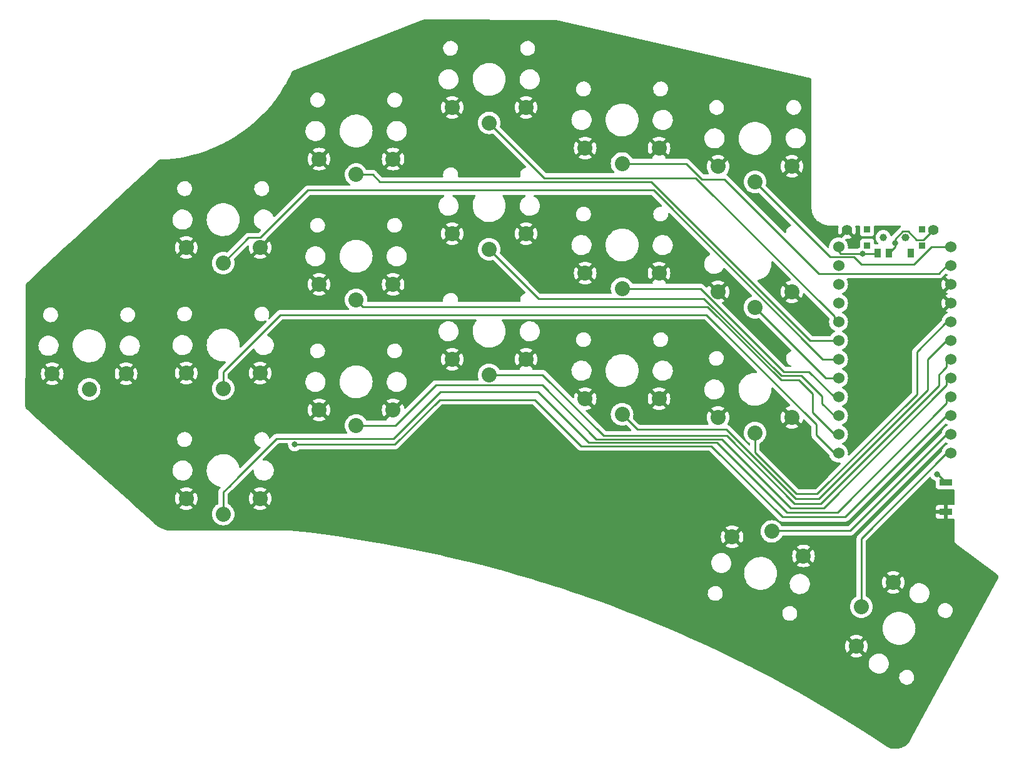
<source format=gbr>
%TF.GenerationSoftware,KiCad,Pcbnew,(6.0.2-0)*%
%TF.CreationDate,2022-04-02T00:45:19-05:00*%
%TF.ProjectId,Exkeylibur,45786b65-796c-4696-9275-722e6b696361,rev?*%
%TF.SameCoordinates,Original*%
%TF.FileFunction,Copper,L1,Top*%
%TF.FilePolarity,Positive*%
%FSLAX46Y46*%
G04 Gerber Fmt 4.6, Leading zero omitted, Abs format (unit mm)*
G04 Created by KiCad (PCBNEW (6.0.2-0)) date 2022-04-02 00:45:19*
%MOMM*%
%LPD*%
G01*
G04 APERTURE LIST*
%TA.AperFunction,ComponentPad*%
%ADD10C,1.524000*%
%TD*%
%TA.AperFunction,ComponentPad*%
%ADD11C,2.032000*%
%TD*%
%TA.AperFunction,SMDPad,CuDef*%
%ADD12R,1.700000X0.900000*%
%TD*%
%TA.AperFunction,ComponentPad*%
%ADD13C,1.397000*%
%TD*%
%TA.AperFunction,WasherPad*%
%ADD14C,1.000000*%
%TD*%
%TA.AperFunction,SMDPad,CuDef*%
%ADD15R,0.900000X0.900000*%
%TD*%
%TA.AperFunction,SMDPad,CuDef*%
%ADD16R,0.900000X1.250000*%
%TD*%
%TA.AperFunction,ViaPad*%
%ADD17C,0.800000*%
%TD*%
%TA.AperFunction,Conductor*%
%ADD18C,0.250000*%
%TD*%
G04 APERTURE END LIST*
D10*
%TO.P,U1,1,TX0/D3*%
%TO.N,switch6*%
X146312558Y-52716000D03*
%TO.P,U1,2,RX1/D2*%
%TO.N,switch5*%
X146312558Y-55256000D03*
%TO.P,U1,3,GND*%
%TO.N,GND*%
X146312558Y-57796000D03*
%TO.P,U1,4,GND*%
X146312558Y-60336000D03*
%TO.P,U1,5,2/D1/SDA*%
%TO.N,switch18*%
X146312558Y-62876000D03*
%TO.P,U1,6,3/D0/SCL*%
%TO.N,switch17*%
X146312558Y-65416000D03*
%TO.P,U1,7,4/D4*%
%TO.N,switch16*%
X146312558Y-67956000D03*
%TO.P,U1,8,5/C6*%
%TO.N,switch15*%
X146312558Y-70496000D03*
%TO.P,U1,9,6/D7*%
%TO.N,switch14*%
X146312558Y-73036000D03*
%TO.P,U1,10,7/E6*%
%TO.N,switch13*%
X146312558Y-75576000D03*
%TO.P,U1,11,8/B4*%
%TO.N,switch7*%
X146312558Y-78116000D03*
%TO.P,U1,12,9/B5*%
%TO.N,switch1*%
X146312558Y-80656000D03*
%TO.P,U1,13,B6/10*%
%TO.N,switch8*%
X131092558Y-80656000D03*
%TO.P,U1,14,B2/16*%
%TO.N,switch9*%
X131092558Y-78116000D03*
%TO.P,U1,15,B3/14*%
%TO.N,switch10*%
X131092558Y-75576000D03*
%TO.P,U1,16,B1/15*%
%TO.N,switch11*%
X131092558Y-73036000D03*
%TO.P,U1,17,F7/A0*%
%TO.N,switch12*%
X131092558Y-70496000D03*
%TO.P,U1,18,F6/A1*%
%TO.N,switch2*%
X131092558Y-67956000D03*
%TO.P,U1,19,F5/A2*%
%TO.N,switch3*%
X131092558Y-65416000D03*
%TO.P,U1,20,F4/A3*%
%TO.N,switch4*%
X131092558Y-62876000D03*
%TO.P,U1,21,VCC*%
%TO.N,VCC*%
X131092558Y-60336000D03*
%TO.P,U1,22,RST*%
%TO.N,Net-(RSW1-Pad1)*%
X131092558Y-57796000D03*
%TO.P,U1,23,GND*%
%TO.N,GND*%
X131092558Y-55256000D03*
%TO.P,U1,24,RAW*%
%TO.N,Net-(PWR_SW1-Pad3)*%
X131092558Y-52716000D03*
%TD*%
D11*
%TO.P,SW16,1,1*%
%TO.N,switch16*%
X83795535Y-70051212D03*
%TO.P,SW16,2,2*%
%TO.N,GND*%
X88795535Y-67951212D03*
X78795535Y-67951212D03*
%TD*%
%TO.P,SW7,1,1*%
%TO.N,switch7*%
X122057457Y-91267463D03*
%TO.P,SW7,2,2*%
%TO.N,GND*%
X126343567Y-94590002D03*
X116684308Y-92001812D03*
%TD*%
%TO.P,SW15,1,1*%
%TO.N,switch15*%
X65795535Y-76909212D03*
%TO.P,SW15,2,2*%
%TO.N,GND*%
X70795535Y-74809212D03*
X60795535Y-74809212D03*
%TD*%
%TO.P,SW13,1,1*%
%TO.N,switch13*%
X29660425Y-72016425D03*
%TO.P,SW13,2,2*%
%TO.N,GND*%
X24660425Y-69916425D03*
X34660425Y-69916425D03*
%TD*%
%TO.P,SW17,1,1*%
%TO.N,switch17*%
X101795535Y-75385212D03*
%TO.P,SW17,2,2*%
%TO.N,GND*%
X96795535Y-73285212D03*
X106795535Y-73285212D03*
%TD*%
%TO.P,SW18,1,1*%
%TO.N,switch18*%
X119775535Y-77925212D03*
%TO.P,SW18,2,2*%
%TO.N,GND*%
X114775535Y-75825212D03*
X124775535Y-75825212D03*
%TD*%
%TO.P,SW4,1,1*%
%TO.N,switch4*%
X83795535Y-35917212D03*
%TO.P,SW4,2,2*%
%TO.N,GND*%
X88795535Y-33817212D03*
X78795535Y-33817212D03*
%TD*%
%TO.P,SW3,1,1*%
%TO.N,switch3*%
X65795535Y-42917212D03*
%TO.P,SW3,2,2*%
%TO.N,GND*%
X70795535Y-40817212D03*
X60795535Y-40817212D03*
%TD*%
%TO.P,SW9,1,1*%
%TO.N,switch9*%
X65795535Y-59891212D03*
%TO.P,SW9,2,2*%
%TO.N,GND*%
X60795535Y-57791212D03*
X70795535Y-57791212D03*
%TD*%
%TO.P,SW14,1,1*%
%TO.N,switch14*%
X47795535Y-88917212D03*
%TO.P,SW14,2,2*%
%TO.N,GND*%
X52795535Y-86817212D03*
X42795535Y-86817212D03*
%TD*%
%TO.P,SW12,1,1*%
%TO.N,switch12*%
X119775535Y-60907212D03*
%TO.P,SW12,2,2*%
%TO.N,GND*%
X124775535Y-58807212D03*
X114775535Y-58807212D03*
%TD*%
%TO.P,SW11,1,1*%
%TO.N,switch11*%
X101795535Y-58367212D03*
%TO.P,SW11,2,2*%
%TO.N,GND*%
X96795535Y-56267212D03*
X106795535Y-56267212D03*
%TD*%
%TO.P,SW8,1,1*%
%TO.N,switch8*%
X47795535Y-71917212D03*
%TO.P,SW8,2,2*%
%TO.N,GND*%
X42795535Y-69817212D03*
X52795535Y-69817212D03*
%TD*%
%TO.P,SW6,1,1*%
%TO.N,switch6*%
X119795535Y-43917212D03*
%TO.P,SW6,2,2*%
%TO.N,GND*%
X124795535Y-41817212D03*
X114795535Y-41817212D03*
%TD*%
%TO.P,SW5,1,1*%
%TO.N,switch5*%
X101795535Y-41417212D03*
%TO.P,SW5,2,2*%
%TO.N,GND*%
X96795535Y-39317212D03*
X106795535Y-39317212D03*
%TD*%
%TO.P,SW2,1,1*%
%TO.N,switch2*%
X47795535Y-54917212D03*
%TO.P,SW2,2,2*%
%TO.N,GND*%
X42795535Y-52817212D03*
X52795535Y-52817212D03*
%TD*%
D12*
%TO.P,RSW1,1,1*%
%TO.N,Net-(RSW1-Pad1)*%
X145578850Y-84619158D03*
%TO.P,RSW1,2,2*%
%TO.N,GND*%
X145578850Y-88619158D03*
%TD*%
D11*
%TO.P,SW10,1,1*%
%TO.N,switch10*%
X83795535Y-53033212D03*
%TO.P,SW10,2,2*%
%TO.N,GND*%
X88795535Y-50933212D03*
X78795535Y-50933212D03*
%TD*%
D13*
%TO.P,BT_V1,1,1*%
%TO.N,Net-(BT_V1-Pad1)*%
X143905535Y-50435212D03*
%TD*%
%TO.P,BT_GND1,1,1*%
%TO.N,GND*%
X132221535Y-50435212D03*
%TD*%
D14*
%TO.P,PWR_SW1,*%
%TO.N,*%
X140150425Y-51448925D03*
X137150425Y-51448925D03*
D15*
%TO.P,PWR_SW1,0*%
%TO.N,N/C*%
X142350425Y-52548925D03*
X134950425Y-52548925D03*
X142350425Y-50348925D03*
X134950425Y-50348925D03*
D16*
%TO.P,PWR_SW1,1,A*%
X140900425Y-53523925D03*
%TO.P,PWR_SW1,2,B*%
%TO.N,Net-(BT_V1-Pad1)*%
X137900425Y-53523925D03*
%TO.P,PWR_SW1,3,C*%
%TO.N,Net-(PWR_SW1-Pad3)*%
X136400425Y-53523925D03*
%TD*%
D11*
%TO.P,SW1,1,1*%
%TO.N,switch1*%
X134170875Y-101456425D03*
%TO.P,SW1,2,2*%
%TO.N,GND*%
X138489528Y-98176298D03*
X133489528Y-106836552D03*
%TD*%
D14*
%TO.P,PWR_SW1,*%
%TO.N,*%
X140147158Y-51446000D03*
X137147158Y-51446000D03*
%TD*%
D17*
%TO.N,Net-(BT_V1-Pad1)*%
X138740425Y-52246425D03*
%TO.N,Net-(RSW1-Pad1)*%
X144423850Y-83514158D03*
%TO.N,switch13*%
X57480425Y-79496425D03*
%TO.N,Net-(PWR_SW1-Pad3)*%
X134346802Y-53631637D03*
%TD*%
D18*
%TO.N,switch6*%
X145728935Y-52721212D02*
X143657227Y-52721212D01*
X141296802Y-55081637D02*
X134145637Y-55081637D01*
X133145157Y-54081157D02*
X129959480Y-54081157D01*
X143657227Y-52721212D02*
X141296802Y-55081637D01*
X129959480Y-54081157D02*
X119795535Y-43917212D01*
X134145637Y-55081637D02*
X133145157Y-54081157D01*
%TO.N,Net-(BT_V1-Pad1)*%
X138740425Y-51686683D02*
X138740425Y-52246425D01*
X138740425Y-52246425D02*
X138740425Y-52683925D01*
X141641964Y-51774414D02*
X140489029Y-50621479D01*
X142566333Y-51774414D02*
X141641964Y-51774414D01*
X138740425Y-52683925D02*
X137900425Y-53523925D01*
X139805629Y-50621479D02*
X138740425Y-51686683D01*
X140489029Y-50621479D02*
X139805629Y-50621479D01*
X143905535Y-50435212D02*
X142566333Y-51774414D01*
%TO.N,Net-(RSW1-Pad1)*%
X144423850Y-83514158D02*
X144473850Y-83514158D01*
X144473850Y-83514158D02*
X145578850Y-84619158D01*
%TO.N,switch1*%
X134170875Y-92219272D02*
X134170875Y-101456425D01*
X145728935Y-80661212D02*
X134170875Y-92219272D01*
%TO.N,switch11*%
X123714190Y-69641637D02*
X127109360Y-69641637D01*
X127109360Y-69641637D02*
X130508935Y-73041212D01*
X112439765Y-58367212D02*
X101795535Y-58367212D01*
X123714190Y-69641637D02*
X112439765Y-58367212D01*
%TO.N,switch16*%
X144642424Y-71476015D02*
X128646802Y-87471637D01*
X145293738Y-69414701D02*
X145278886Y-69414701D01*
X91026802Y-70031637D02*
X91007227Y-70051212D01*
X91007227Y-70051212D02*
X83795535Y-70051212D01*
X115936802Y-78321637D02*
X99316802Y-78321637D01*
X145728935Y-67961212D02*
X145728935Y-68979504D01*
X99316802Y-78321637D02*
X91026802Y-70031637D01*
X125086802Y-87471637D02*
X115936802Y-78321637D01*
X145728935Y-68979504D02*
X145293738Y-69414701D01*
X128646802Y-87471637D02*
X125086802Y-87471637D01*
X145278886Y-69414701D02*
X144642424Y-70051163D01*
X144642424Y-70051163D02*
X144642424Y-71476015D01*
%TO.N,switch2*%
X130508935Y-67961212D02*
X128962543Y-67961212D01*
X51236046Y-51476701D02*
X47795535Y-54917212D01*
X106045522Y-45044191D02*
X59269312Y-45044191D01*
X128962543Y-67961212D02*
X106045522Y-45044191D01*
X52836802Y-51476701D02*
X51236046Y-51476701D01*
X59269312Y-45044191D02*
X52836802Y-51476701D01*
%TO.N,switch7*%
X145728935Y-78121212D02*
X132660513Y-91189634D01*
X122135286Y-91189634D02*
X122057457Y-91267463D01*
X132660513Y-91189634D02*
X122135286Y-91189634D01*
%TO.N,switch12*%
X130508935Y-70501212D02*
X129369535Y-70501212D01*
X129369535Y-70501212D02*
X119775535Y-60907212D01*
%TO.N,switch17*%
X115866802Y-77441637D02*
X103851960Y-77441637D01*
X103851960Y-77441637D02*
X101795535Y-75385212D01*
X143176802Y-67973345D02*
X143176802Y-72061637D01*
X145728935Y-65421212D02*
X143176802Y-67973345D01*
X125266802Y-86841637D02*
X115866802Y-77441637D01*
X143176802Y-72061637D02*
X128396802Y-86841637D01*
X128396802Y-86841637D02*
X125266802Y-86841637D01*
%TO.N,switch3*%
X68032377Y-42917212D02*
X65795535Y-42917212D01*
X69026802Y-43911637D02*
X68032377Y-42917212D01*
X105725637Y-43911637D02*
X69026802Y-43911637D01*
X127235212Y-65421212D02*
X105725637Y-43911637D01*
X130508935Y-65421212D02*
X127235212Y-65421212D01*
%TO.N,switch8*%
X128056802Y-76746709D02*
X113211730Y-61901637D01*
X130508935Y-80661212D02*
X128056802Y-78209079D01*
X128056802Y-78209079D02*
X128056802Y-76746709D01*
X55546802Y-61901637D02*
X47795535Y-69652904D01*
X47795535Y-69652904D02*
X47795535Y-71917212D01*
X113211730Y-61901637D02*
X55546802Y-61901637D01*
%TO.N,switch13*%
X145728935Y-75581212D02*
X132013722Y-89296425D01*
X123470425Y-89296425D02*
X113880425Y-79706425D01*
X90000425Y-73436425D02*
X77100425Y-73436425D01*
X71040425Y-79496425D02*
X57480425Y-79496425D01*
X96270425Y-79706425D02*
X90000425Y-73436425D01*
X132013722Y-89296425D02*
X123470425Y-89296425D01*
X77100425Y-73436425D02*
X71040425Y-79496425D01*
X113880425Y-79706425D02*
X96270425Y-79706425D01*
%TO.N,switch18*%
X125396802Y-86191637D02*
X119775535Y-80570370D01*
X128206802Y-86191637D02*
X125396802Y-86191637D01*
X119775535Y-80570370D02*
X119775535Y-77925212D01*
X141686802Y-72711637D02*
X128206802Y-86191637D01*
X145728935Y-62881212D02*
X141686802Y-66923345D01*
X141686802Y-66923345D02*
X141686802Y-72711637D01*
%TO.N,switch4*%
X83795535Y-35917212D02*
X91249960Y-43371637D01*
X91249960Y-43371637D02*
X111771084Y-43371637D01*
X111771084Y-43371637D02*
X130508935Y-62109488D01*
X130508935Y-62109488D02*
X130508935Y-62881212D01*
%TO.N,switch9*%
X127556802Y-72573471D02*
X125746548Y-70763217D01*
X125746548Y-70763217D02*
X123302664Y-70763217D01*
X130508935Y-78121212D02*
X127556802Y-75169079D01*
X127556802Y-75169079D02*
X127556802Y-72573471D01*
X123302664Y-70763217D02*
X113360480Y-60821033D01*
X113360480Y-60821033D02*
X66725356Y-60821033D01*
X66725356Y-60821033D02*
X65795535Y-59891212D01*
%TO.N,switch14*%
X130986802Y-88661637D02*
X145728935Y-73919504D01*
X49884556Y-83882514D02*
X49884556Y-83852294D01*
X55055213Y-78681637D02*
X70806802Y-78681637D01*
X48630617Y-85106233D02*
X48660837Y-85106233D01*
X124076802Y-88661637D02*
X130986802Y-88661637D01*
X97275842Y-79220677D02*
X114635842Y-79220677D01*
X114635842Y-79220677D02*
X124076802Y-88661637D01*
X47795535Y-88917212D02*
X47795535Y-85941315D01*
X77156802Y-72331637D02*
X90386802Y-72331637D01*
X48660837Y-85106233D02*
X49884556Y-83882514D01*
X49884556Y-83852294D02*
X55055213Y-78681637D01*
X145728935Y-73919504D02*
X145728935Y-73041212D01*
X90386802Y-72331637D02*
X97275842Y-79220677D01*
X47795535Y-85941315D02*
X48630617Y-85106233D01*
X70806802Y-78681637D02*
X77156802Y-72331637D01*
%TO.N,switch5*%
X110452377Y-41417212D02*
X101795535Y-41417212D01*
X115626802Y-43531637D02*
X112566802Y-43531637D01*
X112566802Y-43531637D02*
X110452377Y-41417212D01*
X128442888Y-56347723D02*
X115626802Y-43531637D01*
X145728935Y-55261212D02*
X144642424Y-56347723D01*
X144642424Y-56347723D02*
X128442888Y-56347723D01*
%TO.N,switch10*%
X90470046Y-59707723D02*
X83795535Y-53033212D01*
X126082800Y-70151637D02*
X128886802Y-72955639D01*
X130508935Y-75581212D02*
X128886802Y-73959079D01*
X123326802Y-70151637D02*
X112882888Y-59707723D01*
X130508935Y-75525604D02*
X130508935Y-75581212D01*
X112882888Y-59707723D02*
X90470046Y-59707723D01*
X128886802Y-73959079D02*
X128886802Y-72955639D01*
X123326802Y-70151637D02*
X126082800Y-70151637D01*
%TO.N,switch15*%
X98296322Y-78771157D02*
X90966802Y-71441637D01*
X71109227Y-76909212D02*
X65795535Y-76909212D01*
X145728935Y-71459504D02*
X129126802Y-88061637D01*
X129126802Y-88061637D02*
X124586802Y-88061637D01*
X90966802Y-71441637D02*
X76576802Y-71441637D01*
X145728935Y-70501212D02*
X145728935Y-71459504D01*
X76576802Y-71441637D02*
X71109227Y-76909212D01*
X115296322Y-78771157D02*
X98296322Y-78771157D01*
X124586802Y-88061637D02*
X115296322Y-78771157D01*
%TO.N,Net-(PWR_SW1-Pad3)*%
X130508935Y-52721212D02*
X131419360Y-53631637D01*
X136292713Y-53631637D02*
X136400425Y-53523925D01*
X134346802Y-53631637D02*
X136292713Y-53631637D01*
X131419360Y-53631637D02*
X134346802Y-53631637D01*
%TD*%
%TA.AperFunction,Conductor*%
%TO.N,GND*%
G36*
X92867686Y-21944184D02*
G01*
X92895558Y-21947401D01*
X127285384Y-29872520D01*
X127319691Y-29885954D01*
X127328959Y-29891260D01*
X127358498Y-29914666D01*
X127377766Y-29935324D01*
X127399059Y-29966415D01*
X127411359Y-29991852D01*
X127422504Y-30027856D01*
X127424355Y-30040096D01*
X127425720Y-30059845D01*
X127424394Y-30068360D01*
X127425558Y-30077261D01*
X127425558Y-30077264D01*
X127428516Y-30099881D01*
X127429580Y-30116219D01*
X127429563Y-36583448D01*
X127429536Y-47357090D01*
X127428445Y-47373634D01*
X127424340Y-47404626D01*
X127424626Y-47417163D01*
X127425484Y-47421953D01*
X127425512Y-47422231D01*
X127426847Y-47431997D01*
X127453470Y-47712198D01*
X127453827Y-47715952D01*
X127517635Y-48009254D01*
X127518867Y-48012808D01*
X127518869Y-48012815D01*
X127614717Y-48289304D01*
X127614721Y-48289313D01*
X127615950Y-48292859D01*
X127747370Y-48562723D01*
X127749414Y-48565894D01*
X127749415Y-48565895D01*
X127779214Y-48612114D01*
X127910021Y-48814997D01*
X127912426Y-48817899D01*
X127912431Y-48817905D01*
X127989151Y-48910454D01*
X128101583Y-49046085D01*
X128104321Y-49048683D01*
X128294315Y-49228959D01*
X128319326Y-49252691D01*
X128560143Y-49431868D01*
X128820601Y-49581063D01*
X128824058Y-49582527D01*
X128824059Y-49582528D01*
X129093514Y-49696676D01*
X129093518Y-49696677D01*
X129096987Y-49698147D01*
X129100605Y-49699192D01*
X129100613Y-49699195D01*
X129325770Y-49764237D01*
X129385359Y-49781451D01*
X129681604Y-49829787D01*
X129685348Y-49829945D01*
X129685355Y-49829946D01*
X129849423Y-49836882D01*
X129949241Y-49841102D01*
X129962644Y-49842390D01*
X129964162Y-49842618D01*
X129968973Y-49843341D01*
X129975319Y-49843308D01*
X129976639Y-49843301D01*
X129976643Y-49843301D01*
X129981513Y-49843275D01*
X129986314Y-49842501D01*
X129986319Y-49842501D01*
X129998035Y-49840613D01*
X130003658Y-49839707D01*
X130023637Y-49838103D01*
X130665183Y-49837787D01*
X130972552Y-49837636D01*
X131040683Y-49857605D01*
X131087202Y-49911237D01*
X131097340Y-49981506D01*
X131092947Y-50001000D01*
X131038057Y-50177775D01*
X131035665Y-50189029D01*
X131010960Y-50397759D01*
X131010659Y-50409260D01*
X131024406Y-50618991D01*
X131026207Y-50630361D01*
X131077944Y-50834075D01*
X131081785Y-50844922D01*
X131169782Y-51035804D01*
X131175531Y-51045761D01*
X131196647Y-51075639D01*
X131207236Y-51084027D01*
X131220535Y-51077000D01*
X132132440Y-50165096D01*
X132194752Y-50131071D01*
X132265568Y-50136136D01*
X132310630Y-50165096D01*
X133224144Y-51078610D01*
X133236522Y-51085368D01*
X133243101Y-51080443D01*
X133325630Y-50933077D01*
X133330306Y-50922574D01*
X133397869Y-50723540D01*
X133400554Y-50712357D01*
X133431010Y-50502300D01*
X133431640Y-50494917D01*
X133433107Y-50438916D01*
X133432864Y-50431517D01*
X133413443Y-50220157D01*
X133411346Y-50208842D01*
X133352725Y-50000989D01*
X133354116Y-50000597D01*
X133348943Y-49936793D01*
X133382374Y-49874160D01*
X133444360Y-49839545D01*
X133472245Y-49836406D01*
X133777621Y-49836255D01*
X133865863Y-49836212D01*
X133933994Y-49856181D01*
X133980513Y-49909814D01*
X133991925Y-49962212D01*
X133991925Y-50847059D01*
X133998680Y-50909241D01*
X134049810Y-51045630D01*
X134137164Y-51162186D01*
X134253720Y-51249540D01*
X134390109Y-51300670D01*
X134452291Y-51307425D01*
X135448559Y-51307425D01*
X135510741Y-51300670D01*
X135647130Y-51249540D01*
X135763686Y-51162186D01*
X135851040Y-51045630D01*
X135902170Y-50909241D01*
X135908925Y-50847059D01*
X135908925Y-49961144D01*
X135928927Y-49893023D01*
X135982583Y-49846530D01*
X136034862Y-49835144D01*
X139424827Y-49833475D01*
X139492957Y-49853444D01*
X139539476Y-49907076D01*
X139549614Y-49977345D01*
X139520153Y-50041941D01*
X139497062Y-50060619D01*
X139498012Y-50061927D01*
X139462242Y-50087915D01*
X139452322Y-50094431D01*
X139421094Y-50112899D01*
X139421091Y-50112901D01*
X139414267Y-50116937D01*
X139399946Y-50131258D01*
X139384913Y-50144098D01*
X139368522Y-50156007D01*
X139344583Y-50184944D01*
X139340331Y-50190084D01*
X139332341Y-50198863D01*
X138348172Y-51183031D01*
X138339886Y-51190571D01*
X138333407Y-51194683D01*
X138327983Y-51200459D01*
X138326738Y-51201785D01*
X138325505Y-51202510D01*
X138321873Y-51205514D01*
X138321388Y-51204928D01*
X138265523Y-51237748D01*
X138194584Y-51234907D01*
X138136441Y-51194164D01*
X138114269Y-51151946D01*
X138113396Y-51149053D01*
X138087341Y-51062756D01*
X137994491Y-50888129D01*
X137924134Y-50801863D01*
X137873385Y-50739638D01*
X137873382Y-50739635D01*
X137869490Y-50734863D01*
X137866780Y-50732621D01*
X137866223Y-50731938D01*
X137777202Y-50658293D01*
X137718583Y-50609799D01*
X137718579Y-50609797D01*
X137713833Y-50605870D01*
X137539859Y-50511802D01*
X137350926Y-50453318D01*
X137344801Y-50452674D01*
X137344800Y-50452674D01*
X137160362Y-50433289D01*
X137160360Y-50433289D01*
X137154233Y-50432645D01*
X137071734Y-50440153D01*
X136963409Y-50450011D01*
X136963406Y-50450012D01*
X136957270Y-50450570D01*
X136951364Y-50452308D01*
X136951360Y-50452309D01*
X136919483Y-50461691D01*
X136767539Y-50506410D01*
X136762081Y-50509263D01*
X136762077Y-50509265D01*
X136692666Y-50545553D01*
X136592268Y-50598040D01*
X136438133Y-50721968D01*
X136311004Y-50873474D01*
X136308037Y-50878872D01*
X136308033Y-50878877D01*
X136259174Y-50967753D01*
X136215725Y-51046787D01*
X136213864Y-51052654D01*
X136213863Y-51052656D01*
X136158997Y-51225615D01*
X136155923Y-51235306D01*
X136133877Y-51431851D01*
X136134393Y-51437995D01*
X136148768Y-51609186D01*
X136150426Y-51628934D01*
X136160429Y-51663819D01*
X136203136Y-51812755D01*
X136204941Y-51819050D01*
X136207760Y-51824535D01*
X136265028Y-51935965D01*
X136295345Y-51994956D01*
X136299171Y-51999783D01*
X136414365Y-52145124D01*
X136414368Y-52145128D01*
X136418193Y-52149953D01*
X136421108Y-52152434D01*
X136421460Y-52152878D01*
X136423669Y-52154758D01*
X136423671Y-52154760D01*
X136439781Y-52168471D01*
X136478695Y-52227853D01*
X136479326Y-52298847D01*
X136441475Y-52358912D01*
X136377159Y-52388978D01*
X136358119Y-52390425D01*
X136034925Y-52390425D01*
X135966804Y-52370423D01*
X135920311Y-52316767D01*
X135908925Y-52264425D01*
X135908925Y-52050791D01*
X135902170Y-51988609D01*
X135851040Y-51852220D01*
X135763686Y-51735664D01*
X135647130Y-51648310D01*
X135510741Y-51597180D01*
X135448559Y-51590425D01*
X134452291Y-51590425D01*
X134390109Y-51597180D01*
X134253720Y-51648310D01*
X134137164Y-51735664D01*
X134049810Y-51852220D01*
X133998680Y-51988609D01*
X133991925Y-52050791D01*
X133991925Y-52713336D01*
X133971923Y-52781457D01*
X133917174Y-52828443D01*
X133890050Y-52840519D01*
X133884709Y-52844399D01*
X133884708Y-52844400D01*
X133797098Y-52908053D01*
X133735549Y-52952771D01*
X133731134Y-52957674D01*
X133726222Y-52962097D01*
X133725097Y-52960848D01*
X133671788Y-52993688D01*
X133638602Y-52998137D01*
X132480733Y-52998137D01*
X132412612Y-52978135D01*
X132366119Y-52924479D01*
X132355212Y-52861156D01*
X132367432Y-52721475D01*
X132367911Y-52716000D01*
X132348536Y-52494537D01*
X132302398Y-52322348D01*
X132292421Y-52285114D01*
X132292420Y-52285112D01*
X132290998Y-52279804D01*
X132247916Y-52187415D01*
X132199372Y-52083311D01*
X132199369Y-52083306D01*
X132197046Y-52078324D01*
X132191358Y-52070201D01*
X132072694Y-51900730D01*
X132072692Y-51900727D01*
X132069535Y-51896219D01*
X132027098Y-51853782D01*
X131993072Y-51791470D01*
X131998137Y-51720655D01*
X132040684Y-51663819D01*
X132107204Y-51639008D01*
X132121140Y-51638784D01*
X132279181Y-51644993D01*
X132290664Y-51644391D01*
X132498680Y-51614231D01*
X132509863Y-51611546D01*
X132708897Y-51543983D01*
X132719400Y-51539307D01*
X132861939Y-51459482D01*
X132871801Y-51449406D01*
X132868846Y-51441734D01*
X132234346Y-50807233D01*
X132220403Y-50799620D01*
X132218569Y-50799751D01*
X132211955Y-50804002D01*
X131566966Y-51448992D01*
X131566047Y-51448073D01*
X131531790Y-51482332D01*
X131462416Y-51497426D01*
X131438793Y-51493455D01*
X131314021Y-51460022D01*
X131092558Y-51440647D01*
X130871095Y-51460022D01*
X130746326Y-51493454D01*
X130661672Y-51516137D01*
X130661670Y-51516138D01*
X130656362Y-51517560D01*
X130651381Y-51519882D01*
X130651380Y-51519883D01*
X130459869Y-51609186D01*
X130459864Y-51609189D01*
X130454882Y-51611512D01*
X130450375Y-51614668D01*
X130450373Y-51614669D01*
X130277288Y-51735864D01*
X130277285Y-51735866D01*
X130272777Y-51739023D01*
X130115581Y-51896219D01*
X130112424Y-51900727D01*
X130112422Y-51900730D01*
X129993758Y-52070201D01*
X129988070Y-52078324D01*
X129985747Y-52083306D01*
X129985744Y-52083311D01*
X129937200Y-52187415D01*
X129894118Y-52279804D01*
X129892696Y-52285112D01*
X129892695Y-52285114D01*
X129882718Y-52322348D01*
X129836580Y-52494537D01*
X129817205Y-52716000D01*
X129817684Y-52721475D01*
X129817684Y-52721485D01*
X129818382Y-52729463D01*
X129804394Y-52799068D01*
X129754995Y-52850060D01*
X129685869Y-52866251D01*
X129618963Y-52842499D01*
X129603767Y-52829540D01*
X125547264Y-48773036D01*
X121283125Y-44508897D01*
X121249099Y-44446585D01*
X121251940Y-44390254D01*
X121249904Y-44389765D01*
X121304767Y-44161247D01*
X121304768Y-44161241D01*
X121305922Y-44156434D01*
X121324749Y-43917212D01*
X121305922Y-43677990D01*
X121304768Y-43673183D01*
X121304767Y-43673177D01*
X121251059Y-43449471D01*
X121249904Y-43444659D01*
X121248010Y-43440086D01*
X121159969Y-43227535D01*
X121159968Y-43227533D01*
X121158075Y-43222963D01*
X121059141Y-43061518D01*
X123916059Y-43061518D01*
X123921786Y-43069168D01*
X124097294Y-43176719D01*
X124106088Y-43181200D01*
X124318564Y-43269210D01*
X124327949Y-43272259D01*
X124551579Y-43325949D01*
X124561326Y-43327492D01*
X124790605Y-43345537D01*
X124800465Y-43345537D01*
X125029744Y-43327492D01*
X125039491Y-43325949D01*
X125263121Y-43272259D01*
X125272506Y-43269210D01*
X125484982Y-43181200D01*
X125493776Y-43176719D01*
X125665618Y-43071415D01*
X125675078Y-43060959D01*
X125671294Y-43052181D01*
X124808347Y-42189234D01*
X124794403Y-42181620D01*
X124792570Y-42181751D01*
X124785955Y-42186002D01*
X123922819Y-43049138D01*
X123916059Y-43061518D01*
X121059141Y-43061518D01*
X121032695Y-43018363D01*
X120876853Y-42835894D01*
X120762393Y-42738137D01*
X120698152Y-42683270D01*
X120698151Y-42683269D01*
X120694384Y-42680052D01*
X120489784Y-42554672D01*
X120485214Y-42552779D01*
X120485212Y-42552778D01*
X120272661Y-42464737D01*
X120272659Y-42464736D01*
X120268088Y-42462843D01*
X120186498Y-42443255D01*
X120039570Y-42407980D01*
X120039564Y-42407979D01*
X120034757Y-42406825D01*
X119795535Y-42387998D01*
X119556313Y-42406825D01*
X119551506Y-42407979D01*
X119551500Y-42407980D01*
X119404572Y-42443255D01*
X119322982Y-42462843D01*
X119318411Y-42464736D01*
X119318409Y-42464737D01*
X119105858Y-42552778D01*
X119105856Y-42552779D01*
X119101286Y-42554672D01*
X118896686Y-42680052D01*
X118892919Y-42683269D01*
X118892918Y-42683270D01*
X118828677Y-42738137D01*
X118714217Y-42835894D01*
X118558375Y-43018363D01*
X118432995Y-43222963D01*
X118431102Y-43227533D01*
X118431101Y-43227535D01*
X118343060Y-43440086D01*
X118341166Y-43444659D01*
X118340011Y-43449471D01*
X118286303Y-43673177D01*
X118286302Y-43673183D01*
X118285148Y-43677990D01*
X118266321Y-43917212D01*
X118285148Y-44156434D01*
X118286302Y-44161241D01*
X118286303Y-44161247D01*
X118316796Y-44288257D01*
X118341166Y-44389765D01*
X118343059Y-44394336D01*
X118343060Y-44394338D01*
X118414285Y-44566290D01*
X118432995Y-44611461D01*
X118558375Y-44816061D01*
X118714217Y-44998530D01*
X118896686Y-45154372D01*
X119101286Y-45279752D01*
X119105856Y-45281645D01*
X119105858Y-45281646D01*
X119318409Y-45369687D01*
X119322982Y-45371581D01*
X119404572Y-45391169D01*
X119551500Y-45426444D01*
X119551506Y-45426445D01*
X119556313Y-45427599D01*
X119795535Y-45446426D01*
X120034757Y-45427599D01*
X120039564Y-45426445D01*
X120039570Y-45426444D01*
X120268088Y-45371581D01*
X120268622Y-45373804D01*
X120330113Y-45372025D01*
X120387221Y-45404802D01*
X124652094Y-49669675D01*
X124686120Y-49731987D01*
X124681055Y-49802802D01*
X124638508Y-49859638D01*
X124609601Y-49874440D01*
X124610014Y-49875404D01*
X124604156Y-49877915D01*
X124598057Y-49879826D01*
X124419698Y-49978691D01*
X124264862Y-50111402D01*
X124139874Y-50272536D01*
X124049839Y-50455511D01*
X124048230Y-50461689D01*
X124048229Y-50461691D01*
X124000323Y-50645606D01*
X123998435Y-50652853D01*
X123998101Y-50659233D01*
X123995592Y-50707100D01*
X123972052Y-50774081D01*
X123916037Y-50817702D01*
X123845331Y-50824114D01*
X123780670Y-50789601D01*
X120065345Y-47074275D01*
X116130454Y-43139384D01*
X116122914Y-43131098D01*
X116118802Y-43124619D01*
X116069150Y-43077993D01*
X116066309Y-43075239D01*
X116046572Y-43055502D01*
X116043375Y-43053022D01*
X116034353Y-43045317D01*
X116002123Y-43015051D01*
X115995177Y-43011232D01*
X115995174Y-43011230D01*
X115984368Y-43005289D01*
X115968986Y-42995310D01*
X115968953Y-42995285D01*
X115926733Y-42938206D01*
X115922074Y-42867362D01*
X115949228Y-42813020D01*
X116029079Y-42719526D01*
X116034872Y-42711553D01*
X116155042Y-42515453D01*
X116159523Y-42506659D01*
X116247533Y-42294183D01*
X116250582Y-42284798D01*
X116304272Y-42061168D01*
X116305815Y-42051421D01*
X116323860Y-41822142D01*
X123267210Y-41822142D01*
X123285255Y-42051421D01*
X123286798Y-42061168D01*
X123340488Y-42284798D01*
X123343537Y-42294183D01*
X123431547Y-42506659D01*
X123436028Y-42515453D01*
X123541332Y-42687295D01*
X123551788Y-42696755D01*
X123560566Y-42692971D01*
X124423513Y-41830024D01*
X124429891Y-41818344D01*
X125159943Y-41818344D01*
X125160074Y-41820177D01*
X125164325Y-41826792D01*
X126027461Y-42689928D01*
X126039841Y-42696688D01*
X126047491Y-42690961D01*
X126155042Y-42515453D01*
X126159523Y-42506659D01*
X126247533Y-42294183D01*
X126250582Y-42284798D01*
X126304272Y-42061168D01*
X126305815Y-42051421D01*
X126323860Y-41822142D01*
X126323860Y-41812282D01*
X126305815Y-41583003D01*
X126304272Y-41573256D01*
X126250582Y-41349626D01*
X126247533Y-41340241D01*
X126159523Y-41127765D01*
X126155042Y-41118971D01*
X126049738Y-40947129D01*
X126039282Y-40937669D01*
X126030504Y-40941453D01*
X125167557Y-41804400D01*
X125159943Y-41818344D01*
X124429891Y-41818344D01*
X124431127Y-41816080D01*
X124430996Y-41814247D01*
X124426745Y-41807632D01*
X123563609Y-40944496D01*
X123551229Y-40937736D01*
X123543579Y-40943463D01*
X123436028Y-41118971D01*
X123431547Y-41127765D01*
X123343537Y-41340241D01*
X123340488Y-41349626D01*
X123286798Y-41573256D01*
X123285255Y-41583003D01*
X123267210Y-41812282D01*
X123267210Y-41822142D01*
X116323860Y-41822142D01*
X116323860Y-41812282D01*
X116305815Y-41583003D01*
X116304272Y-41573256D01*
X116250582Y-41349626D01*
X116247533Y-41340241D01*
X116159523Y-41127765D01*
X116155042Y-41118971D01*
X116049738Y-40947129D01*
X116039282Y-40937669D01*
X116030504Y-40941453D01*
X114884630Y-42087327D01*
X114822318Y-42121353D01*
X114751503Y-42116288D01*
X114706440Y-42087327D01*
X113563609Y-40944496D01*
X113551229Y-40937736D01*
X113543579Y-40943463D01*
X113436028Y-41118971D01*
X113431547Y-41127765D01*
X113343537Y-41340241D01*
X113340488Y-41349626D01*
X113286798Y-41573256D01*
X113285255Y-41583003D01*
X113267210Y-41812282D01*
X113267210Y-41822142D01*
X113285255Y-42051421D01*
X113286798Y-42061168D01*
X113340488Y-42284798D01*
X113343537Y-42294183D01*
X113431547Y-42506659D01*
X113436028Y-42515453D01*
X113552980Y-42706302D01*
X113571518Y-42774836D01*
X113550061Y-42842513D01*
X113495422Y-42887846D01*
X113445547Y-42898137D01*
X112881396Y-42898137D01*
X112813275Y-42878135D01*
X112792301Y-42861232D01*
X111877822Y-41946752D01*
X110956029Y-41024959D01*
X110948489Y-41016673D01*
X110944377Y-41010194D01*
X110894725Y-40963568D01*
X110891884Y-40960814D01*
X110872147Y-40941077D01*
X110868950Y-40938597D01*
X110859928Y-40930892D01*
X110833477Y-40906053D01*
X110827698Y-40900626D01*
X110820752Y-40896807D01*
X110820749Y-40896805D01*
X110809943Y-40890864D01*
X110793424Y-40880013D01*
X110792960Y-40879653D01*
X110777418Y-40867598D01*
X110770149Y-40864453D01*
X110770145Y-40864450D01*
X110736840Y-40850038D01*
X110726190Y-40844821D01*
X110687437Y-40823517D01*
X110667814Y-40818479D01*
X110649111Y-40812075D01*
X110637797Y-40807179D01*
X110637796Y-40807179D01*
X110630522Y-40804031D01*
X110622699Y-40802792D01*
X110622689Y-40802789D01*
X110586853Y-40797113D01*
X110575233Y-40794707D01*
X110540088Y-40785684D01*
X110540087Y-40785684D01*
X110532407Y-40783712D01*
X110512153Y-40783712D01*
X110492442Y-40782161D01*
X110480263Y-40780232D01*
X110472434Y-40778992D01*
X110464542Y-40779738D01*
X110428416Y-40783153D01*
X110416558Y-40783712D01*
X107757457Y-40783712D01*
X107689336Y-40763710D01*
X107642843Y-40710054D01*
X107632739Y-40639780D01*
X107663887Y-40573465D01*
X113915992Y-40573465D01*
X113919776Y-40582243D01*
X114782723Y-41445190D01*
X114796667Y-41452804D01*
X114798500Y-41452673D01*
X114805115Y-41448422D01*
X115668251Y-40585286D01*
X115674706Y-40573465D01*
X123915992Y-40573465D01*
X123919776Y-40582243D01*
X124782723Y-41445190D01*
X124796667Y-41452804D01*
X124798500Y-41452673D01*
X124805115Y-41448422D01*
X125668251Y-40585286D01*
X125675011Y-40572906D01*
X125669284Y-40565256D01*
X125493776Y-40457705D01*
X125484982Y-40453224D01*
X125272506Y-40365214D01*
X125263121Y-40362165D01*
X125039491Y-40308475D01*
X125029744Y-40306932D01*
X124800465Y-40288887D01*
X124790605Y-40288887D01*
X124561326Y-40306932D01*
X124551579Y-40308475D01*
X124327949Y-40362165D01*
X124318564Y-40365214D01*
X124106088Y-40453224D01*
X124097294Y-40457705D01*
X123925452Y-40563009D01*
X123915992Y-40573465D01*
X115674706Y-40573465D01*
X115675011Y-40572906D01*
X115669284Y-40565256D01*
X115493776Y-40457705D01*
X115484982Y-40453224D01*
X115272506Y-40365214D01*
X115263121Y-40362165D01*
X115039491Y-40308475D01*
X115029744Y-40306932D01*
X114800465Y-40288887D01*
X114790605Y-40288887D01*
X114561326Y-40306932D01*
X114551579Y-40308475D01*
X114327949Y-40362165D01*
X114318564Y-40365214D01*
X114106088Y-40453224D01*
X114097294Y-40457705D01*
X113925452Y-40563009D01*
X113915992Y-40573465D01*
X107663887Y-40573465D01*
X107664021Y-40573180D01*
X107675078Y-40560959D01*
X107671294Y-40552181D01*
X106808347Y-39689234D01*
X106794403Y-39681620D01*
X106792570Y-39681751D01*
X106785955Y-39686002D01*
X105922819Y-40549138D01*
X105916059Y-40561518D01*
X105931544Y-40582203D01*
X105956355Y-40648723D01*
X105941264Y-40718097D01*
X105891062Y-40768299D01*
X105830676Y-40783712D01*
X103265805Y-40783712D01*
X103197684Y-40763710D01*
X103159826Y-40721890D01*
X103158075Y-40722963D01*
X103071841Y-40582243D01*
X103032695Y-40518363D01*
X102977062Y-40453224D01*
X102880066Y-40339656D01*
X102876853Y-40335894D01*
X102784095Y-40256672D01*
X102698152Y-40183270D01*
X102698151Y-40183269D01*
X102694384Y-40180052D01*
X102489784Y-40054672D01*
X102485214Y-40052779D01*
X102485212Y-40052778D01*
X102272661Y-39964737D01*
X102272659Y-39964736D01*
X102268088Y-39962843D01*
X102163231Y-39937669D01*
X102039570Y-39907980D01*
X102039564Y-39907979D01*
X102034757Y-39906825D01*
X101795535Y-39887998D01*
X101556313Y-39906825D01*
X101551506Y-39907979D01*
X101551500Y-39907980D01*
X101427839Y-39937669D01*
X101322982Y-39962843D01*
X101318411Y-39964736D01*
X101318409Y-39964737D01*
X101105858Y-40052778D01*
X101105856Y-40052779D01*
X101101286Y-40054672D01*
X100896686Y-40180052D01*
X100892919Y-40183269D01*
X100892918Y-40183270D01*
X100806975Y-40256672D01*
X100714217Y-40335894D01*
X100711004Y-40339656D01*
X100614009Y-40453224D01*
X100558375Y-40518363D01*
X100432995Y-40722963D01*
X100431102Y-40727533D01*
X100431101Y-40727535D01*
X100343674Y-40938604D01*
X100341166Y-40944659D01*
X100340011Y-40949471D01*
X100286303Y-41173177D01*
X100286302Y-41173183D01*
X100285148Y-41177990D01*
X100266321Y-41417212D01*
X100285148Y-41656434D01*
X100286302Y-41661241D01*
X100286303Y-41661247D01*
X100294812Y-41696688D01*
X100341166Y-41889765D01*
X100343059Y-41894336D01*
X100343060Y-41894338D01*
X100428910Y-42101598D01*
X100432995Y-42111461D01*
X100558375Y-42316061D01*
X100561592Y-42319828D01*
X100561593Y-42319829D01*
X100665148Y-42441077D01*
X100714217Y-42498530D01*
X100735054Y-42516326D01*
X100773863Y-42575775D01*
X100774371Y-42646770D01*
X100736416Y-42706769D01*
X100672047Y-42736723D01*
X100653224Y-42738137D01*
X91564554Y-42738137D01*
X91496433Y-42718135D01*
X91475459Y-42701232D01*
X89335746Y-40561518D01*
X95916059Y-40561518D01*
X95921786Y-40569168D01*
X96097294Y-40676719D01*
X96106088Y-40681200D01*
X96318564Y-40769210D01*
X96327949Y-40772259D01*
X96551579Y-40825949D01*
X96561326Y-40827492D01*
X96790605Y-40845537D01*
X96800465Y-40845537D01*
X97029744Y-40827492D01*
X97039491Y-40825949D01*
X97263121Y-40772259D01*
X97272506Y-40769210D01*
X97484982Y-40681200D01*
X97493776Y-40676719D01*
X97665618Y-40571415D01*
X97675078Y-40560959D01*
X97671294Y-40552181D01*
X96808347Y-39689234D01*
X96794403Y-39681620D01*
X96792570Y-39681751D01*
X96785955Y-39686002D01*
X95922819Y-40549138D01*
X95916059Y-40561518D01*
X89335746Y-40561518D01*
X88096370Y-39322142D01*
X95267210Y-39322142D01*
X95285255Y-39551421D01*
X95286798Y-39561168D01*
X95340488Y-39784798D01*
X95343537Y-39794183D01*
X95431547Y-40006659D01*
X95436028Y-40015453D01*
X95541332Y-40187295D01*
X95551788Y-40196755D01*
X95560566Y-40192971D01*
X96423513Y-39330024D01*
X96429891Y-39318344D01*
X97159943Y-39318344D01*
X97160074Y-39320177D01*
X97164325Y-39326792D01*
X98027461Y-40189928D01*
X98039841Y-40196688D01*
X98047491Y-40190961D01*
X98155042Y-40015453D01*
X98159523Y-40006659D01*
X98247533Y-39794183D01*
X98250582Y-39784798D01*
X98304272Y-39561168D01*
X98305815Y-39551421D01*
X98323860Y-39322142D01*
X105267210Y-39322142D01*
X105285255Y-39551421D01*
X105286798Y-39561168D01*
X105340488Y-39784798D01*
X105343537Y-39794183D01*
X105431547Y-40006659D01*
X105436028Y-40015453D01*
X105541332Y-40187295D01*
X105551788Y-40196755D01*
X105560566Y-40192971D01*
X106423513Y-39330024D01*
X106429891Y-39318344D01*
X107159943Y-39318344D01*
X107160074Y-39320177D01*
X107164325Y-39326792D01*
X108027461Y-40189928D01*
X108039841Y-40196688D01*
X108047491Y-40190961D01*
X108155042Y-40015453D01*
X108159523Y-40006659D01*
X108247533Y-39794183D01*
X108250582Y-39784798D01*
X108304272Y-39561168D01*
X108305815Y-39551421D01*
X108323860Y-39322142D01*
X108323860Y-39312282D01*
X108305815Y-39083003D01*
X108304272Y-39073256D01*
X108250582Y-38849626D01*
X108247533Y-38840241D01*
X108159523Y-38627765D01*
X108155042Y-38618971D01*
X108049738Y-38447129D01*
X108039282Y-38437669D01*
X108030504Y-38441453D01*
X107167557Y-39304400D01*
X107159943Y-39318344D01*
X106429891Y-39318344D01*
X106431127Y-39316080D01*
X106430996Y-39314247D01*
X106426745Y-39307632D01*
X105563609Y-38444496D01*
X105551229Y-38437736D01*
X105543579Y-38443463D01*
X105436028Y-38618971D01*
X105431547Y-38627765D01*
X105343537Y-38840241D01*
X105340488Y-38849626D01*
X105286798Y-39073256D01*
X105285255Y-39083003D01*
X105267210Y-39312282D01*
X105267210Y-39322142D01*
X98323860Y-39322142D01*
X98323860Y-39312282D01*
X98305815Y-39083003D01*
X98304272Y-39073256D01*
X98250582Y-38849626D01*
X98247533Y-38840241D01*
X98159523Y-38627765D01*
X98155042Y-38618971D01*
X98049738Y-38447129D01*
X98039282Y-38437669D01*
X98030504Y-38441453D01*
X97167557Y-39304400D01*
X97159943Y-39318344D01*
X96429891Y-39318344D01*
X96431127Y-39316080D01*
X96430996Y-39314247D01*
X96426745Y-39307632D01*
X95563609Y-38444496D01*
X95551229Y-38437736D01*
X95543579Y-38443463D01*
X95436028Y-38618971D01*
X95431547Y-38627765D01*
X95343537Y-38840241D01*
X95340488Y-38849626D01*
X95286798Y-39073256D01*
X95285255Y-39083003D01*
X95267210Y-39312282D01*
X95267210Y-39322142D01*
X88096370Y-39322142D01*
X86847693Y-38073465D01*
X95915992Y-38073465D01*
X95919776Y-38082243D01*
X96782723Y-38945190D01*
X96796667Y-38952804D01*
X96798500Y-38952673D01*
X96805115Y-38948422D01*
X97668251Y-38085286D01*
X97674706Y-38073465D01*
X105915992Y-38073465D01*
X105919776Y-38082243D01*
X106782723Y-38945190D01*
X106796667Y-38952804D01*
X106798500Y-38952673D01*
X106805115Y-38948422D01*
X107668251Y-38085286D01*
X107675011Y-38072906D01*
X107669284Y-38065256D01*
X107493776Y-37957705D01*
X107484982Y-37953224D01*
X107484306Y-37952944D01*
X112932735Y-37952944D01*
X112932935Y-37958274D01*
X112932935Y-37958275D01*
X112936867Y-38063009D01*
X112941389Y-38183480D01*
X112988763Y-38409262D01*
X112990721Y-38414221D01*
X112990722Y-38414223D01*
X113000008Y-38437736D01*
X113073502Y-38623834D01*
X113193182Y-38821061D01*
X113196679Y-38825091D01*
X113297036Y-38940742D01*
X113344382Y-38995304D01*
X113348513Y-38998691D01*
X113518650Y-39138196D01*
X113518656Y-39138200D01*
X113522778Y-39141580D01*
X113723270Y-39255706D01*
X113728286Y-39257527D01*
X113728291Y-39257529D01*
X113935110Y-39332601D01*
X113935114Y-39332602D01*
X113940125Y-39334421D01*
X113945374Y-39335370D01*
X113945377Y-39335371D01*
X114163058Y-39374734D01*
X114163065Y-39374735D01*
X114167142Y-39375472D01*
X114184879Y-39376308D01*
X114189827Y-39376542D01*
X114189834Y-39376542D01*
X114191315Y-39376612D01*
X114353460Y-39376612D01*
X114420416Y-39370931D01*
X114520097Y-39362473D01*
X114520101Y-39362472D01*
X114525408Y-39362022D01*
X114530563Y-39360684D01*
X114530569Y-39360683D01*
X114743538Y-39305407D01*
X114743542Y-39305406D01*
X114748707Y-39304065D01*
X114753573Y-39301873D01*
X114753576Y-39301872D01*
X114954184Y-39211505D01*
X114959050Y-39209313D01*
X114963470Y-39206337D01*
X114963474Y-39206335D01*
X115111544Y-39106647D01*
X115150420Y-39080474D01*
X115317347Y-38921234D01*
X115386135Y-38828780D01*
X115451872Y-38740426D01*
X115451874Y-38740423D01*
X115455056Y-38736146D01*
X115510160Y-38627765D01*
X115557193Y-38535258D01*
X115557193Y-38535257D01*
X115559612Y-38530500D01*
X115607466Y-38376387D01*
X115626440Y-38315282D01*
X115626441Y-38315276D01*
X115628024Y-38310179D01*
X115654865Y-38107661D01*
X115657635Y-38086765D01*
X115657635Y-38086760D01*
X115658335Y-38081480D01*
X115657674Y-38063871D01*
X117568049Y-38063871D01*
X117568412Y-38068019D01*
X117568412Y-38068023D01*
X117584601Y-38253063D01*
X117593787Y-38358061D01*
X117594697Y-38362133D01*
X117594698Y-38362138D01*
X117657106Y-38641336D01*
X117658207Y-38646262D01*
X117760179Y-38923411D01*
X117762126Y-38927104D01*
X117762127Y-38927106D01*
X117798084Y-38995304D01*
X117897909Y-39184639D01*
X117934422Y-39236018D01*
X118066554Y-39421947D01*
X118066559Y-39421953D01*
X118068978Y-39425357D01*
X118071822Y-39428407D01*
X118071827Y-39428413D01*
X118136241Y-39497488D01*
X118270381Y-39641336D01*
X118498580Y-39828780D01*
X118749564Y-39984397D01*
X118753381Y-39986113D01*
X118753384Y-39986114D01*
X118826243Y-40018858D01*
X119018925Y-40105453D01*
X119087215Y-40125811D01*
X119269164Y-40180052D01*
X119301930Y-40189820D01*
X119306050Y-40190473D01*
X119306052Y-40190473D01*
X119590127Y-40235467D01*
X119590133Y-40235468D01*
X119593608Y-40236018D01*
X119618167Y-40237133D01*
X119684552Y-40240148D01*
X119684573Y-40240148D01*
X119685972Y-40240212D01*
X119870436Y-40240212D01*
X120090199Y-40225615D01*
X120094298Y-40224789D01*
X120094302Y-40224788D01*
X120267725Y-40189820D01*
X120379686Y-40167245D01*
X120658910Y-40071100D01*
X120828624Y-39986114D01*
X120919230Y-39940742D01*
X120919232Y-39940741D01*
X120922966Y-39938871D01*
X121167213Y-39772880D01*
X121182752Y-39758987D01*
X121384247Y-39578829D01*
X121387362Y-39576044D01*
X121390080Y-39572873D01*
X121576824Y-39354996D01*
X121576827Y-39354992D01*
X121579544Y-39351822D01*
X121581818Y-39348320D01*
X121581822Y-39348315D01*
X121738105Y-39107661D01*
X121738108Y-39107656D01*
X121740384Y-39104151D01*
X121750215Y-39083448D01*
X121817976Y-38940742D01*
X121867054Y-38837384D01*
X121869817Y-38828780D01*
X121956050Y-38560195D01*
X121956050Y-38560194D01*
X121957330Y-38556208D01*
X121977616Y-38443463D01*
X122008886Y-38269671D01*
X122008887Y-38269666D01*
X122009625Y-38265562D01*
X122012180Y-38209313D01*
X122022832Y-37974723D01*
X122022832Y-37974718D01*
X122023021Y-37970553D01*
X122021998Y-37958853D01*
X122021481Y-37952944D01*
X123932735Y-37952944D01*
X123932935Y-37958274D01*
X123932935Y-37958275D01*
X123936867Y-38063009D01*
X123941389Y-38183480D01*
X123988763Y-38409262D01*
X123990721Y-38414221D01*
X123990722Y-38414223D01*
X124000008Y-38437736D01*
X124073502Y-38623834D01*
X124193182Y-38821061D01*
X124196679Y-38825091D01*
X124297036Y-38940742D01*
X124344382Y-38995304D01*
X124348513Y-38998691D01*
X124518650Y-39138196D01*
X124518656Y-39138200D01*
X124522778Y-39141580D01*
X124723270Y-39255706D01*
X124728286Y-39257527D01*
X124728291Y-39257529D01*
X124935110Y-39332601D01*
X124935114Y-39332602D01*
X124940125Y-39334421D01*
X124945374Y-39335370D01*
X124945377Y-39335371D01*
X125163058Y-39374734D01*
X125163065Y-39374735D01*
X125167142Y-39375472D01*
X125184879Y-39376308D01*
X125189827Y-39376542D01*
X125189834Y-39376542D01*
X125191315Y-39376612D01*
X125353460Y-39376612D01*
X125420416Y-39370931D01*
X125520097Y-39362473D01*
X125520101Y-39362472D01*
X125525408Y-39362022D01*
X125530563Y-39360684D01*
X125530569Y-39360683D01*
X125743538Y-39305407D01*
X125743542Y-39305406D01*
X125748707Y-39304065D01*
X125753573Y-39301873D01*
X125753576Y-39301872D01*
X125954184Y-39211505D01*
X125959050Y-39209313D01*
X125963470Y-39206337D01*
X125963474Y-39206335D01*
X126111544Y-39106647D01*
X126150420Y-39080474D01*
X126317347Y-38921234D01*
X126386135Y-38828780D01*
X126451872Y-38740426D01*
X126451874Y-38740423D01*
X126455056Y-38736146D01*
X126510160Y-38627765D01*
X126557193Y-38535258D01*
X126557193Y-38535257D01*
X126559612Y-38530500D01*
X126607466Y-38376387D01*
X126626440Y-38315282D01*
X126626441Y-38315276D01*
X126628024Y-38310179D01*
X126654865Y-38107661D01*
X126657635Y-38086765D01*
X126657635Y-38086760D01*
X126658335Y-38081480D01*
X126657518Y-38059701D01*
X126649881Y-37856275D01*
X126649681Y-37850944D01*
X126602307Y-37625162D01*
X126599824Y-37618873D01*
X126552832Y-37499885D01*
X126517568Y-37410590D01*
X126397888Y-37213363D01*
X126310963Y-37113190D01*
X126250188Y-37043153D01*
X126250186Y-37043151D01*
X126246688Y-37039120D01*
X126184099Y-36987800D01*
X126072420Y-36896228D01*
X126072414Y-36896224D01*
X126068292Y-36892844D01*
X125867800Y-36778718D01*
X125862784Y-36776897D01*
X125862779Y-36776895D01*
X125655960Y-36701823D01*
X125655956Y-36701822D01*
X125650945Y-36700003D01*
X125645696Y-36699054D01*
X125645693Y-36699053D01*
X125428012Y-36659690D01*
X125428005Y-36659689D01*
X125423928Y-36658952D01*
X125406191Y-36658116D01*
X125401243Y-36657882D01*
X125401236Y-36657882D01*
X125399755Y-36657812D01*
X125237610Y-36657812D01*
X125170654Y-36663493D01*
X125070973Y-36671951D01*
X125070969Y-36671952D01*
X125065662Y-36672402D01*
X125060507Y-36673740D01*
X125060501Y-36673741D01*
X124847532Y-36729017D01*
X124847528Y-36729018D01*
X124842363Y-36730359D01*
X124837497Y-36732551D01*
X124837494Y-36732552D01*
X124652110Y-36816061D01*
X124632020Y-36825111D01*
X124627600Y-36828087D01*
X124627596Y-36828089D01*
X124555627Y-36876542D01*
X124440650Y-36953950D01*
X124273723Y-37113190D01*
X124270535Y-37117475D01*
X124148389Y-37281646D01*
X124136014Y-37298278D01*
X124133599Y-37303028D01*
X124060692Y-37446426D01*
X124031458Y-37503924D01*
X124011179Y-37569233D01*
X123964630Y-37719142D01*
X123964629Y-37719148D01*
X123963046Y-37724245D01*
X123950819Y-37816498D01*
X123936450Y-37924916D01*
X123932735Y-37952944D01*
X122021481Y-37952944D01*
X121997647Y-37680524D01*
X121997283Y-37676363D01*
X121986561Y-37628395D01*
X121933775Y-37392240D01*
X121933773Y-37392233D01*
X121932863Y-37388162D01*
X121926066Y-37369687D01*
X121889266Y-37269671D01*
X121830891Y-37111013D01*
X121818107Y-37086765D01*
X121744764Y-36947659D01*
X121693161Y-36849785D01*
X121641361Y-36776895D01*
X121524516Y-36612477D01*
X121524511Y-36612471D01*
X121522092Y-36609067D01*
X121519248Y-36606017D01*
X121519243Y-36606011D01*
X121323535Y-36396140D01*
X121320689Y-36393088D01*
X121092490Y-36205644D01*
X120841506Y-36050027D01*
X120572145Y-35928971D01*
X120320323Y-35853900D01*
X120293139Y-35845796D01*
X120293137Y-35845796D01*
X120289140Y-35844604D01*
X120285020Y-35843951D01*
X120285018Y-35843951D01*
X120000943Y-35798957D01*
X120000937Y-35798956D01*
X119997462Y-35798406D01*
X119972903Y-35797291D01*
X119906518Y-35794276D01*
X119906497Y-35794276D01*
X119905098Y-35794212D01*
X119720634Y-35794212D01*
X119500871Y-35808809D01*
X119496772Y-35809635D01*
X119496768Y-35809636D01*
X119354174Y-35838388D01*
X119211384Y-35867179D01*
X118932160Y-35963324D01*
X118928432Y-35965191D01*
X118738713Y-36060195D01*
X118668104Y-36095553D01*
X118423857Y-36261544D01*
X118203708Y-36458380D01*
X118200991Y-36461550D01*
X118200990Y-36461551D01*
X118019121Y-36673741D01*
X118011526Y-36682602D01*
X118009252Y-36686104D01*
X118009248Y-36686109D01*
X117872795Y-36896228D01*
X117850686Y-36930273D01*
X117848892Y-36934051D01*
X117848891Y-36934053D01*
X117839921Y-36952944D01*
X117724016Y-37197040D01*
X117722737Y-37201023D01*
X117722736Y-37201026D01*
X117650362Y-37426444D01*
X117633740Y-37478216D01*
X117628196Y-37509027D01*
X117587326Y-37736178D01*
X117581445Y-37768862D01*
X117581256Y-37773029D01*
X117581255Y-37773036D01*
X117568238Y-38059701D01*
X117568049Y-38063871D01*
X115657674Y-38063871D01*
X115657518Y-38059701D01*
X115649881Y-37856275D01*
X115649681Y-37850944D01*
X115602307Y-37625162D01*
X115599824Y-37618873D01*
X115552832Y-37499885D01*
X115517568Y-37410590D01*
X115397888Y-37213363D01*
X115310963Y-37113190D01*
X115250188Y-37043153D01*
X115250186Y-37043151D01*
X115246688Y-37039120D01*
X115184099Y-36987800D01*
X115072420Y-36896228D01*
X115072414Y-36896224D01*
X115068292Y-36892844D01*
X114867800Y-36778718D01*
X114862784Y-36776897D01*
X114862779Y-36776895D01*
X114655960Y-36701823D01*
X114655956Y-36701822D01*
X114650945Y-36700003D01*
X114645696Y-36699054D01*
X114645693Y-36699053D01*
X114428012Y-36659690D01*
X114428005Y-36659689D01*
X114423928Y-36658952D01*
X114406191Y-36658116D01*
X114401243Y-36657882D01*
X114401236Y-36657882D01*
X114399755Y-36657812D01*
X114237610Y-36657812D01*
X114170654Y-36663493D01*
X114070973Y-36671951D01*
X114070969Y-36671952D01*
X114065662Y-36672402D01*
X114060507Y-36673740D01*
X114060501Y-36673741D01*
X113847532Y-36729017D01*
X113847528Y-36729018D01*
X113842363Y-36730359D01*
X113837497Y-36732551D01*
X113837494Y-36732552D01*
X113652110Y-36816061D01*
X113632020Y-36825111D01*
X113627600Y-36828087D01*
X113627596Y-36828089D01*
X113555627Y-36876542D01*
X113440650Y-36953950D01*
X113273723Y-37113190D01*
X113270535Y-37117475D01*
X113148389Y-37281646D01*
X113136014Y-37298278D01*
X113133599Y-37303028D01*
X113060692Y-37446426D01*
X113031458Y-37503924D01*
X113011179Y-37569233D01*
X112964630Y-37719142D01*
X112964629Y-37719148D01*
X112963046Y-37724245D01*
X112950819Y-37816498D01*
X112936450Y-37924916D01*
X112932735Y-37952944D01*
X107484306Y-37952944D01*
X107272506Y-37865214D01*
X107263121Y-37862165D01*
X107039491Y-37808475D01*
X107029744Y-37806932D01*
X106800465Y-37788887D01*
X106790605Y-37788887D01*
X106561326Y-37806932D01*
X106551579Y-37808475D01*
X106327949Y-37862165D01*
X106318564Y-37865214D01*
X106106088Y-37953224D01*
X106097294Y-37957705D01*
X105925452Y-38063009D01*
X105915992Y-38073465D01*
X97674706Y-38073465D01*
X97675011Y-38072906D01*
X97669284Y-38065256D01*
X97493776Y-37957705D01*
X97484982Y-37953224D01*
X97272506Y-37865214D01*
X97263121Y-37862165D01*
X97039491Y-37808475D01*
X97029744Y-37806932D01*
X96800465Y-37788887D01*
X96790605Y-37788887D01*
X96561326Y-37806932D01*
X96551579Y-37808475D01*
X96327949Y-37862165D01*
X96318564Y-37865214D01*
X96106088Y-37953224D01*
X96097294Y-37957705D01*
X95925452Y-38063009D01*
X95915992Y-38073465D01*
X86847693Y-38073465D01*
X85283125Y-36508897D01*
X85249099Y-36446585D01*
X85251940Y-36390254D01*
X85249904Y-36389765D01*
X85304767Y-36161247D01*
X85304768Y-36161241D01*
X85305922Y-36156434D01*
X85324749Y-35917212D01*
X85305922Y-35677990D01*
X85304768Y-35673183D01*
X85304767Y-35673177D01*
X85257122Y-35474723D01*
X85251893Y-35452944D01*
X94932735Y-35452944D01*
X94932935Y-35458274D01*
X94932935Y-35458275D01*
X94936899Y-35563871D01*
X94941389Y-35683480D01*
X94988763Y-35909262D01*
X94990721Y-35914221D01*
X94990722Y-35914223D01*
X95031133Y-36016548D01*
X95073502Y-36123834D01*
X95193182Y-36321061D01*
X95196679Y-36325091D01*
X95329554Y-36478216D01*
X95344382Y-36495304D01*
X95386517Y-36529852D01*
X95518650Y-36638196D01*
X95518656Y-36638200D01*
X95522778Y-36641580D01*
X95723270Y-36755706D01*
X95728286Y-36757527D01*
X95728291Y-36757529D01*
X95935110Y-36832601D01*
X95935114Y-36832602D01*
X95940125Y-36834421D01*
X95945374Y-36835370D01*
X95945377Y-36835371D01*
X96163058Y-36874734D01*
X96163065Y-36874735D01*
X96167142Y-36875472D01*
X96184879Y-36876308D01*
X96189827Y-36876542D01*
X96189834Y-36876542D01*
X96191315Y-36876612D01*
X96353460Y-36876612D01*
X96420416Y-36870931D01*
X96520097Y-36862473D01*
X96520101Y-36862472D01*
X96525408Y-36862022D01*
X96530563Y-36860684D01*
X96530569Y-36860683D01*
X96743538Y-36805407D01*
X96743542Y-36805406D01*
X96748707Y-36804065D01*
X96753573Y-36801873D01*
X96753576Y-36801872D01*
X96954184Y-36711505D01*
X96959050Y-36709313D01*
X96963470Y-36706337D01*
X96963474Y-36706335D01*
X97098121Y-36615684D01*
X97150420Y-36580474D01*
X97317347Y-36421234D01*
X97412013Y-36293998D01*
X97451872Y-36240426D01*
X97451874Y-36240423D01*
X97455056Y-36236146D01*
X97509840Y-36128395D01*
X97557193Y-36035258D01*
X97557193Y-36035257D01*
X97559612Y-36030500D01*
X97602356Y-35892844D01*
X97626440Y-35815282D01*
X97626441Y-35815276D01*
X97628024Y-35810179D01*
X97648093Y-35658757D01*
X97657635Y-35586765D01*
X97657635Y-35586760D01*
X97658335Y-35581480D01*
X97657674Y-35563871D01*
X99568049Y-35563871D01*
X99568412Y-35568019D01*
X99568412Y-35568023D01*
X99585329Y-35761388D01*
X99593787Y-35858061D01*
X99594697Y-35862133D01*
X99594698Y-35862138D01*
X99653194Y-36123834D01*
X99658207Y-36146262D01*
X99659650Y-36150185D01*
X99659651Y-36150187D01*
X99681030Y-36208293D01*
X99760179Y-36423411D01*
X99762126Y-36427104D01*
X99762127Y-36427106D01*
X99798084Y-36495304D01*
X99897909Y-36684639D01*
X99929447Y-36729017D01*
X100066554Y-36921947D01*
X100066559Y-36921953D01*
X100068978Y-36925357D01*
X100071822Y-36928407D01*
X100071827Y-36928413D01*
X100245760Y-37114933D01*
X100270381Y-37141336D01*
X100498580Y-37328780D01*
X100749564Y-37484397D01*
X100753381Y-37486113D01*
X100753384Y-37486114D01*
X100782426Y-37499166D01*
X101018925Y-37605453D01*
X101301930Y-37689820D01*
X101306050Y-37690473D01*
X101306052Y-37690473D01*
X101590127Y-37735467D01*
X101590133Y-37735468D01*
X101593608Y-37736018D01*
X101618167Y-37737133D01*
X101684552Y-37740148D01*
X101684573Y-37740148D01*
X101685972Y-37740212D01*
X101870436Y-37740212D01*
X102090199Y-37725615D01*
X102094298Y-37724789D01*
X102094302Y-37724788D01*
X102267725Y-37689820D01*
X102379686Y-37667245D01*
X102658910Y-37571100D01*
X102798428Y-37501235D01*
X102919230Y-37440742D01*
X102919232Y-37440741D01*
X102922966Y-37438871D01*
X103167213Y-37272880D01*
X103387362Y-37076044D01*
X103457024Y-36994768D01*
X103576824Y-36854996D01*
X103576827Y-36854992D01*
X103579544Y-36851822D01*
X103581818Y-36848320D01*
X103581822Y-36848315D01*
X103738105Y-36607661D01*
X103738108Y-36607656D01*
X103740384Y-36604151D01*
X103750215Y-36583448D01*
X103810923Y-36455595D01*
X103867054Y-36337384D01*
X103890510Y-36264329D01*
X103956050Y-36060195D01*
X103956050Y-36060194D01*
X103957330Y-36056208D01*
X103984709Y-35904043D01*
X104008886Y-35769671D01*
X104008887Y-35769666D01*
X104009625Y-35765562D01*
X104011285Y-35729017D01*
X104022832Y-35474723D01*
X104022832Y-35474718D01*
X104023021Y-35470553D01*
X104022234Y-35461551D01*
X104021481Y-35452944D01*
X105932735Y-35452944D01*
X105932935Y-35458274D01*
X105932935Y-35458275D01*
X105936899Y-35563871D01*
X105941389Y-35683480D01*
X105988763Y-35909262D01*
X105990721Y-35914221D01*
X105990722Y-35914223D01*
X106031133Y-36016548D01*
X106073502Y-36123834D01*
X106193182Y-36321061D01*
X106196679Y-36325091D01*
X106329554Y-36478216D01*
X106344382Y-36495304D01*
X106386517Y-36529852D01*
X106518650Y-36638196D01*
X106518656Y-36638200D01*
X106522778Y-36641580D01*
X106723270Y-36755706D01*
X106728286Y-36757527D01*
X106728291Y-36757529D01*
X106935110Y-36832601D01*
X106935114Y-36832602D01*
X106940125Y-36834421D01*
X106945374Y-36835370D01*
X106945377Y-36835371D01*
X107163058Y-36874734D01*
X107163065Y-36874735D01*
X107167142Y-36875472D01*
X107184879Y-36876308D01*
X107189827Y-36876542D01*
X107189834Y-36876542D01*
X107191315Y-36876612D01*
X107353460Y-36876612D01*
X107420416Y-36870931D01*
X107520097Y-36862473D01*
X107520101Y-36862472D01*
X107525408Y-36862022D01*
X107530563Y-36860684D01*
X107530569Y-36860683D01*
X107743538Y-36805407D01*
X107743542Y-36805406D01*
X107748707Y-36804065D01*
X107753573Y-36801873D01*
X107753576Y-36801872D01*
X107954184Y-36711505D01*
X107959050Y-36709313D01*
X107963470Y-36706337D01*
X107963474Y-36706335D01*
X108098121Y-36615684D01*
X108150420Y-36580474D01*
X108317347Y-36421234D01*
X108412013Y-36293998D01*
X108451872Y-36240426D01*
X108451874Y-36240423D01*
X108455056Y-36236146D01*
X108509840Y-36128395D01*
X108557193Y-36035258D01*
X108557193Y-36035257D01*
X108559612Y-36030500D01*
X108602356Y-35892844D01*
X108626440Y-35815282D01*
X108626441Y-35815276D01*
X108628024Y-35810179D01*
X108648093Y-35658757D01*
X108657635Y-35586765D01*
X108657635Y-35586760D01*
X108658335Y-35581480D01*
X108657518Y-35559701D01*
X108649881Y-35356275D01*
X108649681Y-35350944D01*
X108602307Y-35125162D01*
X108517568Y-34910590D01*
X108397888Y-34713363D01*
X108310963Y-34613190D01*
X108250188Y-34543153D01*
X108250186Y-34543151D01*
X108246688Y-34539120D01*
X108152253Y-34461688D01*
X108072420Y-34396228D01*
X108072414Y-34396224D01*
X108068292Y-34392844D01*
X107867800Y-34278718D01*
X107862784Y-34276897D01*
X107862779Y-34276895D01*
X107655960Y-34201823D01*
X107655956Y-34201822D01*
X107650945Y-34200003D01*
X107645696Y-34199054D01*
X107645693Y-34199053D01*
X107428012Y-34159690D01*
X107428005Y-34159689D01*
X107423928Y-34158952D01*
X107406191Y-34158116D01*
X107401243Y-34157882D01*
X107401236Y-34157882D01*
X107399755Y-34157812D01*
X107237610Y-34157812D01*
X107170654Y-34163493D01*
X107070973Y-34171951D01*
X107070969Y-34171952D01*
X107065662Y-34172402D01*
X107060507Y-34173740D01*
X107060501Y-34173741D01*
X106847532Y-34229017D01*
X106847528Y-34229018D01*
X106842363Y-34230359D01*
X106837497Y-34232551D01*
X106837494Y-34232552D01*
X106765593Y-34264941D01*
X106632020Y-34325111D01*
X106627600Y-34328087D01*
X106627596Y-34328089D01*
X106592247Y-34351888D01*
X106440650Y-34453950D01*
X106273723Y-34613190D01*
X106270535Y-34617475D01*
X106149417Y-34780264D01*
X106136014Y-34798278D01*
X106133599Y-34803028D01*
X106078912Y-34910590D01*
X106031458Y-35003924D01*
X106003587Y-35093682D01*
X105964630Y-35219142D01*
X105964629Y-35219148D01*
X105963046Y-35224245D01*
X105949362Y-35327492D01*
X105940264Y-35396140D01*
X105932735Y-35452944D01*
X104021481Y-35452944D01*
X103997647Y-35180524D01*
X103997283Y-35176363D01*
X103987005Y-35130381D01*
X103933775Y-34892240D01*
X103933773Y-34892233D01*
X103932863Y-34888162D01*
X103925644Y-34868540D01*
X103862438Y-34696755D01*
X103830891Y-34611013D01*
X103808177Y-34567931D01*
X103739391Y-34437468D01*
X103693161Y-34349785D01*
X103576767Y-34186002D01*
X103524516Y-34112477D01*
X103524511Y-34112471D01*
X103522092Y-34109067D01*
X103519248Y-34106017D01*
X103519243Y-34106011D01*
X103323535Y-33896140D01*
X103320689Y-33893088D01*
X103288320Y-33866500D01*
X113567763Y-33866500D01*
X113598257Y-34068134D01*
X113600463Y-34074129D01*
X113600463Y-34074130D01*
X113658751Y-34232552D01*
X113668672Y-34259518D01*
X113776133Y-34432834D01*
X113780514Y-34437467D01*
X113780515Y-34437468D01*
X113803419Y-34461688D01*
X113916249Y-34581003D01*
X113921479Y-34584665D01*
X113921480Y-34584666D01*
X114078063Y-34694306D01*
X114083296Y-34697970D01*
X114270451Y-34778959D01*
X114276699Y-34780264D01*
X114276698Y-34780264D01*
X114465323Y-34819671D01*
X114465327Y-34819671D01*
X114470068Y-34820662D01*
X114474905Y-34820915D01*
X114474909Y-34820916D01*
X114474975Y-34820919D01*
X114476747Y-34821012D01*
X114626502Y-34821012D01*
X114699148Y-34813633D01*
X114772069Y-34806226D01*
X114772070Y-34806226D01*
X114778418Y-34805581D01*
X114973013Y-34744598D01*
X115151372Y-34645733D01*
X115306208Y-34513022D01*
X115431196Y-34351888D01*
X115521231Y-34168913D01*
X115522841Y-34162733D01*
X115571025Y-33977753D01*
X115571025Y-33977750D01*
X115572635Y-33971571D01*
X115578141Y-33866500D01*
X124007763Y-33866500D01*
X124038257Y-34068134D01*
X124040463Y-34074129D01*
X124040463Y-34074130D01*
X124098751Y-34232552D01*
X124108672Y-34259518D01*
X124216133Y-34432834D01*
X124220514Y-34437467D01*
X124220515Y-34437468D01*
X124243419Y-34461688D01*
X124356249Y-34581003D01*
X124361479Y-34584665D01*
X124361480Y-34584666D01*
X124518063Y-34694306D01*
X124523296Y-34697970D01*
X124710451Y-34778959D01*
X124716699Y-34780264D01*
X124716698Y-34780264D01*
X124905323Y-34819671D01*
X124905327Y-34819671D01*
X124910068Y-34820662D01*
X124914905Y-34820915D01*
X124914909Y-34820916D01*
X124914975Y-34820919D01*
X124916747Y-34821012D01*
X125066502Y-34821012D01*
X125139148Y-34813633D01*
X125212069Y-34806226D01*
X125212070Y-34806226D01*
X125218418Y-34805581D01*
X125413013Y-34744598D01*
X125591372Y-34645733D01*
X125746208Y-34513022D01*
X125871196Y-34351888D01*
X125961231Y-34168913D01*
X125962841Y-34162733D01*
X126011025Y-33977753D01*
X126011025Y-33977750D01*
X126012635Y-33971571D01*
X126020542Y-33820689D01*
X126022973Y-33774306D01*
X126022973Y-33774302D01*
X126023307Y-33767924D01*
X125992813Y-33566290D01*
X125990607Y-33560294D01*
X125924602Y-33380896D01*
X125924601Y-33380895D01*
X125922398Y-33374906D01*
X125814937Y-33201590D01*
X125674821Y-33053421D01*
X125577960Y-32985598D01*
X125513007Y-32940118D01*
X125513006Y-32940117D01*
X125507774Y-32936454D01*
X125360720Y-32872818D01*
X125326475Y-32857999D01*
X125326474Y-32857999D01*
X125320619Y-32855465D01*
X125270162Y-32844924D01*
X125125747Y-32814753D01*
X125125743Y-32814753D01*
X125121002Y-32813762D01*
X125116165Y-32813509D01*
X125116161Y-32813508D01*
X125116095Y-32813505D01*
X125114323Y-32813412D01*
X124964568Y-32813412D01*
X124891922Y-32820791D01*
X124819001Y-32828198D01*
X124819000Y-32828198D01*
X124812652Y-32828843D01*
X124618057Y-32889826D01*
X124439698Y-32988691D01*
X124284862Y-33121402D01*
X124159874Y-33282536D01*
X124069839Y-33465511D01*
X124068230Y-33471689D01*
X124068229Y-33471691D01*
X124022089Y-33648826D01*
X124018435Y-33662853D01*
X124018101Y-33669232D01*
X124009675Y-33830024D01*
X124007763Y-33866500D01*
X115578141Y-33866500D01*
X115580542Y-33820689D01*
X115582973Y-33774306D01*
X115582973Y-33774302D01*
X115583307Y-33767924D01*
X115552813Y-33566290D01*
X115550607Y-33560294D01*
X115484602Y-33380896D01*
X115484601Y-33380895D01*
X115482398Y-33374906D01*
X115374937Y-33201590D01*
X115234821Y-33053421D01*
X115137960Y-32985598D01*
X115073007Y-32940118D01*
X115073006Y-32940117D01*
X115067774Y-32936454D01*
X114920720Y-32872818D01*
X114886475Y-32857999D01*
X114886474Y-32857999D01*
X114880619Y-32855465D01*
X114830162Y-32844924D01*
X114685747Y-32814753D01*
X114685743Y-32814753D01*
X114681002Y-32813762D01*
X114676165Y-32813509D01*
X114676161Y-32813508D01*
X114676095Y-32813505D01*
X114674323Y-32813412D01*
X114524568Y-32813412D01*
X114451922Y-32820791D01*
X114379001Y-32828198D01*
X114379000Y-32828198D01*
X114372652Y-32828843D01*
X114178057Y-32889826D01*
X113999698Y-32988691D01*
X113844862Y-33121402D01*
X113719874Y-33282536D01*
X113629839Y-33465511D01*
X113628230Y-33471689D01*
X113628229Y-33471691D01*
X113582089Y-33648826D01*
X113578435Y-33662853D01*
X113578101Y-33669232D01*
X113569675Y-33830024D01*
X113567763Y-33866500D01*
X103288320Y-33866500D01*
X103092490Y-33705644D01*
X102841506Y-33550027D01*
X102572145Y-33428971D01*
X102376215Y-33370562D01*
X102293139Y-33345796D01*
X102293137Y-33345796D01*
X102289140Y-33344604D01*
X102285020Y-33343951D01*
X102285018Y-33343951D01*
X102000943Y-33298957D01*
X102000937Y-33298956D01*
X101997462Y-33298406D01*
X101972903Y-33297291D01*
X101906518Y-33294276D01*
X101906497Y-33294276D01*
X101905098Y-33294212D01*
X101720634Y-33294212D01*
X101500871Y-33308809D01*
X101496772Y-33309635D01*
X101496768Y-33309636D01*
X101354174Y-33338388D01*
X101211384Y-33367179D01*
X100932160Y-33463324D01*
X100842988Y-33507978D01*
X100706420Y-33576366D01*
X100668104Y-33595553D01*
X100423857Y-33761544D01*
X100420743Y-33764328D01*
X100420742Y-33764329D01*
X100358280Y-33820177D01*
X100203708Y-33958380D01*
X100200991Y-33961550D01*
X100200990Y-33961551D01*
X100019121Y-34173741D01*
X100011526Y-34182602D01*
X100009252Y-34186104D01*
X100009248Y-34186109D01*
X99872795Y-34396228D01*
X99850686Y-34430273D01*
X99848892Y-34434051D01*
X99848891Y-34434053D01*
X99800610Y-34535733D01*
X99724016Y-34697040D01*
X99722737Y-34701023D01*
X99722736Y-34701026D01*
X99649934Y-34927777D01*
X99633740Y-34978216D01*
X99625756Y-35022588D01*
X99582261Y-35264329D01*
X99581445Y-35268862D01*
X99581256Y-35273029D01*
X99581255Y-35273036D01*
X99572844Y-35458275D01*
X99568049Y-35563871D01*
X97657674Y-35563871D01*
X97657518Y-35559701D01*
X97649881Y-35356275D01*
X97649681Y-35350944D01*
X97602307Y-35125162D01*
X97517568Y-34910590D01*
X97397888Y-34713363D01*
X97310963Y-34613190D01*
X97250188Y-34543153D01*
X97250186Y-34543151D01*
X97246688Y-34539120D01*
X97152253Y-34461688D01*
X97072420Y-34396228D01*
X97072414Y-34396224D01*
X97068292Y-34392844D01*
X96867800Y-34278718D01*
X96862784Y-34276897D01*
X96862779Y-34276895D01*
X96655960Y-34201823D01*
X96655956Y-34201822D01*
X96650945Y-34200003D01*
X96645696Y-34199054D01*
X96645693Y-34199053D01*
X96428012Y-34159690D01*
X96428005Y-34159689D01*
X96423928Y-34158952D01*
X96406191Y-34158116D01*
X96401243Y-34157882D01*
X96401236Y-34157882D01*
X96399755Y-34157812D01*
X96237610Y-34157812D01*
X96170654Y-34163493D01*
X96070973Y-34171951D01*
X96070969Y-34171952D01*
X96065662Y-34172402D01*
X96060507Y-34173740D01*
X96060501Y-34173741D01*
X95847532Y-34229017D01*
X95847528Y-34229018D01*
X95842363Y-34230359D01*
X95837497Y-34232551D01*
X95837494Y-34232552D01*
X95765593Y-34264941D01*
X95632020Y-34325111D01*
X95627600Y-34328087D01*
X95627596Y-34328089D01*
X95592247Y-34351888D01*
X95440650Y-34453950D01*
X95273723Y-34613190D01*
X95270535Y-34617475D01*
X95149417Y-34780264D01*
X95136014Y-34798278D01*
X95133599Y-34803028D01*
X95078912Y-34910590D01*
X95031458Y-35003924D01*
X95003587Y-35093682D01*
X94964630Y-35219142D01*
X94964629Y-35219148D01*
X94963046Y-35224245D01*
X94949362Y-35327492D01*
X94940264Y-35396140D01*
X94932735Y-35452944D01*
X85251893Y-35452944D01*
X85249904Y-35444659D01*
X85228543Y-35393088D01*
X85159969Y-35227535D01*
X85159968Y-35227533D01*
X85158075Y-35222963D01*
X85059141Y-35061518D01*
X87916059Y-35061518D01*
X87921786Y-35069168D01*
X88097294Y-35176719D01*
X88106088Y-35181200D01*
X88318564Y-35269210D01*
X88327949Y-35272259D01*
X88551579Y-35325949D01*
X88561326Y-35327492D01*
X88790605Y-35345537D01*
X88800465Y-35345537D01*
X89029744Y-35327492D01*
X89039491Y-35325949D01*
X89263121Y-35272259D01*
X89272506Y-35269210D01*
X89484982Y-35181200D01*
X89493776Y-35176719D01*
X89665618Y-35071415D01*
X89675078Y-35060959D01*
X89671294Y-35052181D01*
X88808347Y-34189234D01*
X88794403Y-34181620D01*
X88792570Y-34181751D01*
X88785955Y-34186002D01*
X87922819Y-35049138D01*
X87916059Y-35061518D01*
X85059141Y-35061518D01*
X85032695Y-35018363D01*
X85024722Y-35009027D01*
X84880066Y-34839656D01*
X84876853Y-34835894D01*
X84738729Y-34717926D01*
X84698152Y-34683270D01*
X84698151Y-34683269D01*
X84694384Y-34680052D01*
X84489784Y-34554672D01*
X84485214Y-34552779D01*
X84485212Y-34552778D01*
X84272661Y-34464737D01*
X84272659Y-34464736D01*
X84268088Y-34462843D01*
X84162394Y-34437468D01*
X84039570Y-34407980D01*
X84039564Y-34407979D01*
X84034757Y-34406825D01*
X83795535Y-34387998D01*
X83556313Y-34406825D01*
X83551506Y-34407979D01*
X83551500Y-34407980D01*
X83428676Y-34437468D01*
X83322982Y-34462843D01*
X83318411Y-34464736D01*
X83318409Y-34464737D01*
X83105858Y-34552778D01*
X83105856Y-34552779D01*
X83101286Y-34554672D01*
X82896686Y-34680052D01*
X82892919Y-34683269D01*
X82892918Y-34683270D01*
X82852341Y-34717926D01*
X82714217Y-34835894D01*
X82711004Y-34839656D01*
X82566349Y-35009027D01*
X82558375Y-35018363D01*
X82432995Y-35222963D01*
X82431102Y-35227533D01*
X82431101Y-35227535D01*
X82362527Y-35393088D01*
X82341166Y-35444659D01*
X82333948Y-35474723D01*
X82286303Y-35673177D01*
X82286302Y-35673183D01*
X82285148Y-35677990D01*
X82266321Y-35917212D01*
X82285148Y-36156434D01*
X82286302Y-36161241D01*
X82286303Y-36161247D01*
X82296434Y-36203443D01*
X82341166Y-36389765D01*
X82343059Y-36394336D01*
X82343060Y-36394338D01*
X82430738Y-36606011D01*
X82432995Y-36611461D01*
X82558375Y-36816061D01*
X82561592Y-36819828D01*
X82561593Y-36819829D01*
X82648809Y-36921947D01*
X82714217Y-36998530D01*
X82717979Y-37001743D01*
X82844157Y-37109508D01*
X82896686Y-37154372D01*
X83101286Y-37279752D01*
X83105856Y-37281645D01*
X83105858Y-37281646D01*
X83300184Y-37362138D01*
X83322982Y-37371581D01*
X83375698Y-37384237D01*
X83551500Y-37426444D01*
X83551506Y-37426445D01*
X83556313Y-37427599D01*
X83795535Y-37446426D01*
X84034757Y-37427599D01*
X84039564Y-37426445D01*
X84039570Y-37426444D01*
X84268088Y-37371581D01*
X84268622Y-37373804D01*
X84330113Y-37372025D01*
X84387221Y-37404802D01*
X88752801Y-41770383D01*
X88786827Y-41832695D01*
X88781762Y-41903511D01*
X88739215Y-41960346D01*
X88701386Y-41979712D01*
X88618057Y-42005826D01*
X88439698Y-42104691D01*
X88284862Y-42237402D01*
X88159874Y-42398536D01*
X88069839Y-42581511D01*
X88068230Y-42587689D01*
X88068229Y-42587691D01*
X88029041Y-42738137D01*
X88018435Y-42778853D01*
X88015614Y-42832681D01*
X88008832Y-42962104D01*
X88007763Y-42982500D01*
X88008718Y-42988814D01*
X88008718Y-42988817D01*
X88013826Y-43022588D01*
X88030569Y-43133297D01*
X88020979Y-43203641D01*
X87974879Y-43257635D01*
X87905986Y-43278137D01*
X79686021Y-43278137D01*
X79617900Y-43258135D01*
X79571407Y-43204479D01*
X79561303Y-43134205D01*
X79564090Y-43120376D01*
X79571025Y-43093753D01*
X79571025Y-43093750D01*
X79572635Y-43087571D01*
X79579210Y-42962104D01*
X79582973Y-42890306D01*
X79582973Y-42890302D01*
X79583307Y-42883924D01*
X79552813Y-42682290D01*
X79546260Y-42664479D01*
X79484602Y-42496896D01*
X79484601Y-42496895D01*
X79482398Y-42490906D01*
X79374937Y-42317590D01*
X79360941Y-42302789D01*
X79239206Y-42174058D01*
X79234821Y-42169421D01*
X79166173Y-42121353D01*
X79073007Y-42056118D01*
X79073006Y-42056117D01*
X79067774Y-42052454D01*
X78880619Y-41971465D01*
X78827396Y-41960346D01*
X78685747Y-41930753D01*
X78685743Y-41930753D01*
X78681002Y-41929762D01*
X78676165Y-41929509D01*
X78676161Y-41929508D01*
X78676095Y-41929505D01*
X78674323Y-41929412D01*
X78524568Y-41929412D01*
X78451922Y-41936791D01*
X78379001Y-41944198D01*
X78379000Y-41944198D01*
X78372652Y-41944843D01*
X78178057Y-42005826D01*
X77999698Y-42104691D01*
X77844862Y-42237402D01*
X77719874Y-42398536D01*
X77629839Y-42581511D01*
X77628230Y-42587689D01*
X77628229Y-42587691D01*
X77589041Y-42738137D01*
X77578435Y-42778853D01*
X77575614Y-42832681D01*
X77568832Y-42962104D01*
X77567763Y-42982500D01*
X77568718Y-42988814D01*
X77568718Y-42988817D01*
X77573826Y-43022588D01*
X77590569Y-43133297D01*
X77580979Y-43203641D01*
X77534879Y-43257635D01*
X77465986Y-43278137D01*
X69341397Y-43278137D01*
X69273276Y-43258135D01*
X69252302Y-43241232D01*
X68536029Y-42524959D01*
X68528489Y-42516673D01*
X68524377Y-42510194D01*
X68515377Y-42501742D01*
X68474726Y-42463569D01*
X68471884Y-42460814D01*
X68452147Y-42441077D01*
X68448950Y-42438597D01*
X68439928Y-42430892D01*
X68413477Y-42406053D01*
X68407698Y-42400626D01*
X68400752Y-42396807D01*
X68400749Y-42396805D01*
X68389943Y-42390864D01*
X68373424Y-42380013D01*
X68372960Y-42379653D01*
X68357418Y-42367598D01*
X68350149Y-42364453D01*
X68350145Y-42364450D01*
X68316840Y-42350038D01*
X68306190Y-42344821D01*
X68267437Y-42323517D01*
X68247814Y-42318479D01*
X68229111Y-42312075D01*
X68217797Y-42307179D01*
X68217796Y-42307179D01*
X68210522Y-42304031D01*
X68202699Y-42302792D01*
X68202689Y-42302789D01*
X68166853Y-42297113D01*
X68155233Y-42294707D01*
X68120088Y-42285684D01*
X68120087Y-42285684D01*
X68112407Y-42283712D01*
X68092153Y-42283712D01*
X68072442Y-42282161D01*
X68060263Y-42280232D01*
X68052434Y-42278992D01*
X68044542Y-42279738D01*
X68008416Y-42283153D01*
X67996558Y-42283712D01*
X67265805Y-42283712D01*
X67197684Y-42263710D01*
X67159826Y-42221890D01*
X67158075Y-42222963D01*
X67075134Y-42087617D01*
X67059140Y-42061518D01*
X69916059Y-42061518D01*
X69921786Y-42069168D01*
X70097294Y-42176719D01*
X70106088Y-42181200D01*
X70318564Y-42269210D01*
X70327949Y-42272259D01*
X70551579Y-42325949D01*
X70561326Y-42327492D01*
X70790605Y-42345537D01*
X70800465Y-42345537D01*
X71029744Y-42327492D01*
X71039491Y-42325949D01*
X71263121Y-42272259D01*
X71272506Y-42269210D01*
X71484982Y-42181200D01*
X71493776Y-42176719D01*
X71665618Y-42071415D01*
X71675078Y-42060959D01*
X71671294Y-42052181D01*
X70808347Y-41189234D01*
X70794403Y-41181620D01*
X70792570Y-41181751D01*
X70785955Y-41186002D01*
X69922819Y-42049138D01*
X69916059Y-42061518D01*
X67059140Y-42061518D01*
X67032695Y-42018363D01*
X67024634Y-42008924D01*
X66880066Y-41839656D01*
X66876853Y-41835894D01*
X66713941Y-41696755D01*
X66698152Y-41683270D01*
X66698151Y-41683269D01*
X66694384Y-41680052D01*
X66489784Y-41554672D01*
X66485214Y-41552779D01*
X66485212Y-41552778D01*
X66272661Y-41464737D01*
X66272659Y-41464736D01*
X66268088Y-41462843D01*
X66186498Y-41443255D01*
X66039570Y-41407980D01*
X66039564Y-41407979D01*
X66034757Y-41406825D01*
X65795535Y-41387998D01*
X65556313Y-41406825D01*
X65551506Y-41407979D01*
X65551500Y-41407980D01*
X65404572Y-41443255D01*
X65322982Y-41462843D01*
X65318411Y-41464736D01*
X65318409Y-41464737D01*
X65105858Y-41552778D01*
X65105856Y-41552779D01*
X65101286Y-41554672D01*
X64896686Y-41680052D01*
X64892919Y-41683269D01*
X64892918Y-41683270D01*
X64877129Y-41696755D01*
X64714217Y-41835894D01*
X64711004Y-41839656D01*
X64566437Y-42008924D01*
X64558375Y-42018363D01*
X64432995Y-42222963D01*
X64431102Y-42227533D01*
X64431101Y-42227535D01*
X64343674Y-42438604D01*
X64341166Y-42444659D01*
X64336626Y-42463569D01*
X64286303Y-42673177D01*
X64286302Y-42673183D01*
X64285148Y-42677990D01*
X64266321Y-42917212D01*
X64285148Y-43156434D01*
X64286302Y-43161241D01*
X64286303Y-43161247D01*
X64300106Y-43218740D01*
X64341166Y-43389765D01*
X64343059Y-43394336D01*
X64343060Y-43394338D01*
X64423119Y-43587617D01*
X64432995Y-43611461D01*
X64558375Y-43816061D01*
X64561592Y-43819828D01*
X64561593Y-43819829D01*
X64664329Y-43940118D01*
X64714217Y-43998530D01*
X64717979Y-44001743D01*
X64863989Y-44126446D01*
X64896686Y-44154372D01*
X64934036Y-44177260D01*
X64981665Y-44229906D01*
X64993272Y-44299948D01*
X64965169Y-44365145D01*
X64906278Y-44404799D01*
X64868199Y-44410691D01*
X59348079Y-44410691D01*
X59336896Y-44410164D01*
X59329403Y-44408489D01*
X59321477Y-44408738D01*
X59321476Y-44408738D01*
X59261313Y-44410629D01*
X59257355Y-44410691D01*
X59229456Y-44410691D01*
X59225466Y-44411195D01*
X59213632Y-44412127D01*
X59169423Y-44413517D01*
X59161809Y-44415729D01*
X59161804Y-44415730D01*
X59149971Y-44419168D01*
X59130608Y-44423179D01*
X59110515Y-44425717D01*
X59103148Y-44428634D01*
X59103143Y-44428635D01*
X59069404Y-44441993D01*
X59058177Y-44445837D01*
X59015719Y-44458173D01*
X59008893Y-44462210D01*
X58998284Y-44468484D01*
X58980536Y-44477179D01*
X58961695Y-44484639D01*
X58955279Y-44489301D01*
X58955278Y-44489301D01*
X58925925Y-44510627D01*
X58916005Y-44517143D01*
X58884777Y-44535611D01*
X58884774Y-44535613D01*
X58877950Y-44539649D01*
X58863629Y-44553970D01*
X58848596Y-44566810D01*
X58832205Y-44578719D01*
X58827154Y-44584825D01*
X58804014Y-44612796D01*
X58796024Y-44621575D01*
X54791899Y-48625700D01*
X54729587Y-48659726D01*
X54658772Y-48654661D01*
X54601936Y-48612114D01*
X54585612Y-48582887D01*
X54544198Y-48478022D01*
X54517568Y-48410590D01*
X54397888Y-48213363D01*
X54319141Y-48122615D01*
X54250188Y-48043153D01*
X54250186Y-48043151D01*
X54246688Y-48039120D01*
X54204553Y-48004572D01*
X54072420Y-47896228D01*
X54072414Y-47896224D01*
X54068292Y-47892844D01*
X53867800Y-47778718D01*
X53862784Y-47776897D01*
X53862779Y-47776895D01*
X53655960Y-47701823D01*
X53655956Y-47701822D01*
X53650945Y-47700003D01*
X53645696Y-47699054D01*
X53645693Y-47699053D01*
X53428012Y-47659690D01*
X53428005Y-47659689D01*
X53423928Y-47658952D01*
X53406191Y-47658116D01*
X53401243Y-47657882D01*
X53401236Y-47657882D01*
X53399755Y-47657812D01*
X53237610Y-47657812D01*
X53170654Y-47663493D01*
X53070973Y-47671951D01*
X53070969Y-47671952D01*
X53065662Y-47672402D01*
X53060507Y-47673740D01*
X53060501Y-47673741D01*
X52847532Y-47729017D01*
X52847528Y-47729018D01*
X52842363Y-47730359D01*
X52837497Y-47732551D01*
X52837494Y-47732552D01*
X52762827Y-47766187D01*
X52632020Y-47825111D01*
X52627600Y-47828087D01*
X52627596Y-47828089D01*
X52535335Y-47890204D01*
X52440650Y-47953950D01*
X52273723Y-48113190D01*
X52270535Y-48117475D01*
X52140046Y-48292859D01*
X52136014Y-48298278D01*
X52133599Y-48303028D01*
X52078912Y-48410590D01*
X52031458Y-48503924D01*
X52006939Y-48582887D01*
X51964630Y-48719142D01*
X51964629Y-48719148D01*
X51963046Y-48724245D01*
X51952714Y-48802198D01*
X51936799Y-48922282D01*
X51932735Y-48952944D01*
X51932935Y-48958274D01*
X51932935Y-48958275D01*
X51936899Y-49063871D01*
X51941389Y-49183480D01*
X51988763Y-49409262D01*
X51990721Y-49414221D01*
X51990722Y-49414223D01*
X52015974Y-49478165D01*
X52073502Y-49623834D01*
X52193182Y-49821061D01*
X52196679Y-49825091D01*
X52338026Y-49987979D01*
X52344382Y-49995304D01*
X52351329Y-50001000D01*
X52518650Y-50138196D01*
X52518656Y-50138200D01*
X52522778Y-50141580D01*
X52723270Y-50255706D01*
X52858991Y-50304971D01*
X52916198Y-50347015D01*
X52941594Y-50413314D01*
X52927114Y-50482818D01*
X52905095Y-50512504D01*
X52749292Y-50668306D01*
X52611301Y-50806297D01*
X52548989Y-50840322D01*
X52522206Y-50843201D01*
X51314809Y-50843201D01*
X51303625Y-50842674D01*
X51296137Y-50841000D01*
X51229702Y-50843088D01*
X51228079Y-50843139D01*
X51224121Y-50843201D01*
X51196190Y-50843201D01*
X51192275Y-50843696D01*
X51192271Y-50843696D01*
X51192213Y-50843704D01*
X51192184Y-50843707D01*
X51180342Y-50844640D01*
X51136156Y-50846028D01*
X51120914Y-50850456D01*
X51116704Y-50851679D01*
X51097352Y-50855687D01*
X51090918Y-50856500D01*
X51077249Y-50858227D01*
X51069880Y-50861144D01*
X51069878Y-50861145D01*
X51036143Y-50874501D01*
X51024915Y-50878346D01*
X50982453Y-50890683D01*
X50975631Y-50894717D01*
X50975625Y-50894720D01*
X50965014Y-50900995D01*
X50947264Y-50909691D01*
X50935802Y-50914229D01*
X50935797Y-50914232D01*
X50928429Y-50917149D01*
X50922014Y-50921810D01*
X50892671Y-50943128D01*
X50882753Y-50949644D01*
X50864065Y-50960696D01*
X50844683Y-50972159D01*
X50830359Y-50986483D01*
X50815327Y-50999322D01*
X50798939Y-51011229D01*
X50778609Y-51035804D01*
X50770758Y-51045294D01*
X50762768Y-51054074D01*
X48387220Y-53429622D01*
X48324908Y-53463648D01*
X48268577Y-53460807D01*
X48268088Y-53462843D01*
X48039570Y-53407980D01*
X48039564Y-53407979D01*
X48034757Y-53406825D01*
X47795535Y-53387998D01*
X47556313Y-53406825D01*
X47551506Y-53407979D01*
X47551500Y-53407980D01*
X47404572Y-53443255D01*
X47322982Y-53462843D01*
X47318411Y-53464736D01*
X47318409Y-53464737D01*
X47105858Y-53552778D01*
X47105856Y-53552779D01*
X47101286Y-53554672D01*
X46896686Y-53680052D01*
X46892919Y-53683269D01*
X46892918Y-53683270D01*
X46750394Y-53804996D01*
X46714217Y-53835894D01*
X46711004Y-53839656D01*
X46574040Y-54000022D01*
X46558375Y-54018363D01*
X46432995Y-54222963D01*
X46431102Y-54227533D01*
X46431101Y-54227535D01*
X46344705Y-54436114D01*
X46341166Y-54444659D01*
X46328113Y-54499027D01*
X46286303Y-54673177D01*
X46286302Y-54673183D01*
X46285148Y-54677990D01*
X46266321Y-54917212D01*
X46285148Y-55156434D01*
X46286302Y-55161241D01*
X46286303Y-55161247D01*
X46309933Y-55259671D01*
X46341166Y-55389765D01*
X46343059Y-55394336D01*
X46343060Y-55394338D01*
X46427512Y-55598223D01*
X46432995Y-55611461D01*
X46558375Y-55816061D01*
X46714217Y-55998530D01*
X46717979Y-56001743D01*
X46879723Y-56139884D01*
X46896686Y-56154372D01*
X47101286Y-56279752D01*
X47105856Y-56281645D01*
X47105858Y-56281646D01*
X47318409Y-56369687D01*
X47322982Y-56371581D01*
X47404572Y-56391169D01*
X47551500Y-56426444D01*
X47551506Y-56426445D01*
X47556313Y-56427599D01*
X47795535Y-56446426D01*
X48034757Y-56427599D01*
X48039564Y-56426445D01*
X48039570Y-56426444D01*
X48186498Y-56391169D01*
X48268088Y-56371581D01*
X48272661Y-56369687D01*
X48485212Y-56281646D01*
X48485214Y-56281645D01*
X48489784Y-56279752D01*
X48694384Y-56154372D01*
X48711348Y-56139884D01*
X48873091Y-56001743D01*
X48876853Y-55998530D01*
X49032695Y-55816061D01*
X49158075Y-55611461D01*
X49163559Y-55598223D01*
X49248010Y-55394338D01*
X49248011Y-55394336D01*
X49249904Y-55389765D01*
X49281137Y-55259671D01*
X49304767Y-55161247D01*
X49304768Y-55161241D01*
X49305922Y-55156434D01*
X49324749Y-54917212D01*
X49305922Y-54677990D01*
X49304768Y-54673183D01*
X49304767Y-54673177D01*
X49249904Y-54444659D01*
X49252127Y-54444125D01*
X49250348Y-54382634D01*
X49283125Y-54325526D01*
X49547133Y-54061518D01*
X51916059Y-54061518D01*
X51921786Y-54069168D01*
X52097294Y-54176719D01*
X52106088Y-54181200D01*
X52318564Y-54269210D01*
X52327949Y-54272259D01*
X52551579Y-54325949D01*
X52561326Y-54327492D01*
X52790605Y-54345537D01*
X52800465Y-54345537D01*
X53029744Y-54327492D01*
X53039491Y-54325949D01*
X53263121Y-54272259D01*
X53272506Y-54269210D01*
X53484982Y-54181200D01*
X53493776Y-54176719D01*
X53665618Y-54071415D01*
X53675078Y-54060959D01*
X53671294Y-54052181D01*
X53546057Y-53926944D01*
X58932735Y-53926944D01*
X58932935Y-53932274D01*
X58932935Y-53932275D01*
X58936899Y-54037871D01*
X58941389Y-54157480D01*
X58988763Y-54383262D01*
X58990721Y-54388221D01*
X58990722Y-54388223D01*
X59014910Y-54449471D01*
X59073502Y-54597834D01*
X59193182Y-54795061D01*
X59196679Y-54799091D01*
X59340407Y-54964723D01*
X59344382Y-54969304D01*
X59348513Y-54972691D01*
X59518650Y-55112196D01*
X59518656Y-55112200D01*
X59522778Y-55115580D01*
X59723270Y-55229706D01*
X59728286Y-55231527D01*
X59728291Y-55231529D01*
X59935110Y-55306601D01*
X59935114Y-55306602D01*
X59940125Y-55308421D01*
X59945374Y-55309370D01*
X59945377Y-55309371D01*
X60163058Y-55348734D01*
X60163065Y-55348735D01*
X60167142Y-55349472D01*
X60184879Y-55350308D01*
X60189827Y-55350542D01*
X60189834Y-55350542D01*
X60191315Y-55350612D01*
X60353460Y-55350612D01*
X60420416Y-55344931D01*
X60520097Y-55336473D01*
X60520101Y-55336472D01*
X60525408Y-55336022D01*
X60530563Y-55334684D01*
X60530569Y-55334683D01*
X60743538Y-55279407D01*
X60743542Y-55279406D01*
X60748707Y-55278065D01*
X60753573Y-55275873D01*
X60753576Y-55275872D01*
X60954184Y-55185505D01*
X60959050Y-55183313D01*
X60963470Y-55180337D01*
X60963474Y-55180335D01*
X61110038Y-55081661D01*
X61150420Y-55054474D01*
X61317347Y-54895234D01*
X61373468Y-54819804D01*
X61451872Y-54714426D01*
X61451874Y-54714423D01*
X61455056Y-54710146D01*
X61510955Y-54600202D01*
X61557193Y-54509258D01*
X61557193Y-54509257D01*
X61559612Y-54504500D01*
X61596246Y-54386520D01*
X61626440Y-54289282D01*
X61626441Y-54289276D01*
X61628024Y-54284179D01*
X61650509Y-54114530D01*
X61657635Y-54060765D01*
X61657635Y-54060760D01*
X61658335Y-54055480D01*
X61657674Y-54037871D01*
X63568049Y-54037871D01*
X63568412Y-54042019D01*
X63568412Y-54042023D01*
X63581099Y-54187040D01*
X63593787Y-54332061D01*
X63594697Y-54336133D01*
X63594698Y-54336138D01*
X63656766Y-54613815D01*
X63658207Y-54620262D01*
X63659650Y-54624185D01*
X63659651Y-54624187D01*
X63676888Y-54671036D01*
X63760179Y-54897411D01*
X63762126Y-54901104D01*
X63762127Y-54901106D01*
X63798084Y-54969304D01*
X63897909Y-55158639D01*
X63908456Y-55173480D01*
X64066554Y-55395947D01*
X64066559Y-55395953D01*
X64068978Y-55399357D01*
X64071822Y-55402407D01*
X64071827Y-55402413D01*
X64243044Y-55586021D01*
X64270381Y-55615336D01*
X64498580Y-55802780D01*
X64749564Y-55958397D01*
X64753381Y-55960113D01*
X64753384Y-55960114D01*
X64816971Y-55988691D01*
X65018925Y-56079453D01*
X65068229Y-56094151D01*
X65278922Y-56156961D01*
X65301930Y-56163820D01*
X65306050Y-56164473D01*
X65306052Y-56164473D01*
X65590127Y-56209467D01*
X65590133Y-56209468D01*
X65593608Y-56210018D01*
X65618167Y-56211133D01*
X65684552Y-56214148D01*
X65684573Y-56214148D01*
X65685972Y-56214212D01*
X65870436Y-56214212D01*
X66090199Y-56199615D01*
X66094298Y-56198789D01*
X66094302Y-56198788D01*
X66267725Y-56163820D01*
X66379686Y-56141245D01*
X66658910Y-56045100D01*
X66828624Y-55960114D01*
X66919230Y-55914742D01*
X66919232Y-55914741D01*
X66922966Y-55912871D01*
X67167213Y-55746880D01*
X67205878Y-55712310D01*
X67370809Y-55564844D01*
X67387362Y-55550044D01*
X67412684Y-55520500D01*
X67576824Y-55328996D01*
X67576827Y-55328992D01*
X67579544Y-55325822D01*
X67581818Y-55322320D01*
X67581822Y-55322315D01*
X67738105Y-55081661D01*
X67738108Y-55081656D01*
X67740384Y-55078151D01*
X67750215Y-55057448D01*
X67798196Y-54956399D01*
X67867054Y-54811384D01*
X67870666Y-54800136D01*
X67956050Y-54534195D01*
X67956050Y-54534194D01*
X67957330Y-54530208D01*
X67972819Y-54444125D01*
X68008886Y-54243671D01*
X68008887Y-54243666D01*
X68009625Y-54239562D01*
X68010172Y-54227535D01*
X68022832Y-53948723D01*
X68022832Y-53948718D01*
X68023021Y-53944553D01*
X68021559Y-53927836D01*
X68021481Y-53926944D01*
X69932735Y-53926944D01*
X69932935Y-53932274D01*
X69932935Y-53932275D01*
X69936899Y-54037871D01*
X69941389Y-54157480D01*
X69988763Y-54383262D01*
X69990721Y-54388221D01*
X69990722Y-54388223D01*
X70014910Y-54449471D01*
X70073502Y-54597834D01*
X70193182Y-54795061D01*
X70196679Y-54799091D01*
X70340407Y-54964723D01*
X70344382Y-54969304D01*
X70348513Y-54972691D01*
X70518650Y-55112196D01*
X70518656Y-55112200D01*
X70522778Y-55115580D01*
X70723270Y-55229706D01*
X70728286Y-55231527D01*
X70728291Y-55231529D01*
X70935110Y-55306601D01*
X70935114Y-55306602D01*
X70940125Y-55308421D01*
X70945374Y-55309370D01*
X70945377Y-55309371D01*
X71163058Y-55348734D01*
X71163065Y-55348735D01*
X71167142Y-55349472D01*
X71184879Y-55350308D01*
X71189827Y-55350542D01*
X71189834Y-55350542D01*
X71191315Y-55350612D01*
X71353460Y-55350612D01*
X71420416Y-55344931D01*
X71520097Y-55336473D01*
X71520101Y-55336472D01*
X71525408Y-55336022D01*
X71530563Y-55334684D01*
X71530569Y-55334683D01*
X71743538Y-55279407D01*
X71743542Y-55279406D01*
X71748707Y-55278065D01*
X71753573Y-55275873D01*
X71753576Y-55275872D01*
X71954184Y-55185505D01*
X71959050Y-55183313D01*
X71963470Y-55180337D01*
X71963474Y-55180335D01*
X72110038Y-55081661D01*
X72150420Y-55054474D01*
X72317347Y-54895234D01*
X72373468Y-54819804D01*
X72451872Y-54714426D01*
X72451874Y-54714423D01*
X72455056Y-54710146D01*
X72510955Y-54600202D01*
X72557193Y-54509258D01*
X72557193Y-54509257D01*
X72559612Y-54504500D01*
X72596246Y-54386520D01*
X72626440Y-54289282D01*
X72626441Y-54289276D01*
X72628024Y-54284179D01*
X72650509Y-54114530D01*
X72657635Y-54060765D01*
X72657635Y-54060760D01*
X72658335Y-54055480D01*
X72657518Y-54033701D01*
X72653312Y-53921659D01*
X72649681Y-53824944D01*
X72602307Y-53599162D01*
X72585918Y-53557661D01*
X72554428Y-53477924D01*
X72517568Y-53384590D01*
X72397888Y-53187363D01*
X72393018Y-53181751D01*
X72250188Y-53017153D01*
X72250186Y-53017151D01*
X72246688Y-53013120D01*
X72173087Y-52952771D01*
X72072420Y-52870228D01*
X72072414Y-52870224D01*
X72068292Y-52866844D01*
X71867800Y-52752718D01*
X71862784Y-52750897D01*
X71862779Y-52750895D01*
X71655960Y-52675823D01*
X71655956Y-52675822D01*
X71650945Y-52674003D01*
X71645696Y-52673054D01*
X71645693Y-52673053D01*
X71428012Y-52633690D01*
X71428005Y-52633689D01*
X71423928Y-52632952D01*
X71406191Y-52632116D01*
X71401243Y-52631882D01*
X71401236Y-52631882D01*
X71399755Y-52631812D01*
X71237610Y-52631812D01*
X71170654Y-52637493D01*
X71070973Y-52645951D01*
X71070969Y-52645952D01*
X71065662Y-52646402D01*
X71060507Y-52647740D01*
X71060501Y-52647741D01*
X70847532Y-52703017D01*
X70847528Y-52703018D01*
X70842363Y-52704359D01*
X70837497Y-52706551D01*
X70837494Y-52706552D01*
X70637894Y-52796465D01*
X70632020Y-52799111D01*
X70627600Y-52802087D01*
X70627596Y-52802089D01*
X70550427Y-52854043D01*
X70440650Y-52927950D01*
X70273723Y-53087190D01*
X70136014Y-53272278D01*
X70128334Y-53287384D01*
X70039126Y-53462843D01*
X70031458Y-53477924D01*
X70008215Y-53552778D01*
X69964630Y-53693142D01*
X69964629Y-53693148D01*
X69963046Y-53698245D01*
X69955648Y-53754065D01*
X69933825Y-53918722D01*
X69932735Y-53926944D01*
X68021481Y-53926944D01*
X67997647Y-53654524D01*
X67997283Y-53650363D01*
X67996372Y-53646286D01*
X67933775Y-53366240D01*
X67933773Y-53366233D01*
X67932863Y-53362162D01*
X67830891Y-53085013D01*
X67807946Y-53041493D01*
X67744091Y-52920382D01*
X67693161Y-52823785D01*
X67619171Y-52719671D01*
X67524516Y-52586477D01*
X67524511Y-52586471D01*
X67522092Y-52583067D01*
X67519248Y-52580017D01*
X67519243Y-52580011D01*
X67323535Y-52370140D01*
X67320689Y-52367088D01*
X67092490Y-52179644D01*
X67089061Y-52177518D01*
X77916059Y-52177518D01*
X77921786Y-52185168D01*
X78097294Y-52292719D01*
X78106088Y-52297200D01*
X78318564Y-52385210D01*
X78327949Y-52388259D01*
X78551579Y-52441949D01*
X78561326Y-52443492D01*
X78790605Y-52461537D01*
X78800465Y-52461537D01*
X79029744Y-52443492D01*
X79039491Y-52441949D01*
X79263121Y-52388259D01*
X79272506Y-52385210D01*
X79484982Y-52297200D01*
X79493776Y-52292719D01*
X79665618Y-52187415D01*
X79675078Y-52176959D01*
X79671294Y-52168181D01*
X78808347Y-51305234D01*
X78794403Y-51297620D01*
X78792570Y-51297751D01*
X78785955Y-51302002D01*
X77922819Y-52165138D01*
X77916059Y-52177518D01*
X67089061Y-52177518D01*
X66841506Y-52024027D01*
X66835181Y-52021184D01*
X66762698Y-51988609D01*
X66572145Y-51902971D01*
X66362096Y-51840353D01*
X66293139Y-51819796D01*
X66293137Y-51819796D01*
X66289140Y-51818604D01*
X66285020Y-51817951D01*
X66285018Y-51817951D01*
X66000943Y-51772957D01*
X66000937Y-51772956D01*
X65997462Y-51772406D01*
X65972903Y-51771291D01*
X65906518Y-51768276D01*
X65906497Y-51768276D01*
X65905098Y-51768212D01*
X65720634Y-51768212D01*
X65500871Y-51782809D01*
X65496772Y-51783635D01*
X65496768Y-51783636D01*
X65360998Y-51811012D01*
X65211384Y-51841179D01*
X64932160Y-51937324D01*
X64844456Y-51981243D01*
X64712355Y-52047394D01*
X64668104Y-52069553D01*
X64423857Y-52235544D01*
X64420743Y-52238328D01*
X64420742Y-52238329D01*
X64353056Y-52298847D01*
X64203708Y-52432380D01*
X64200991Y-52435550D01*
X64200990Y-52435551D01*
X64015282Y-52652220D01*
X64011526Y-52656602D01*
X64009252Y-52660104D01*
X64009248Y-52660109D01*
X63872795Y-52870228D01*
X63850686Y-52904273D01*
X63848892Y-52908051D01*
X63848891Y-52908053D01*
X63827395Y-52953324D01*
X63724016Y-53171040D01*
X63722737Y-53175023D01*
X63722736Y-53175026D01*
X63653196Y-53391617D01*
X63633740Y-53452216D01*
X63628196Y-53483027D01*
X63585039Y-53722889D01*
X63581445Y-53742862D01*
X63581256Y-53747029D01*
X63581255Y-53747036D01*
X63568238Y-54033701D01*
X63568049Y-54037871D01*
X61657674Y-54037871D01*
X61657518Y-54033701D01*
X61653312Y-53921659D01*
X61649681Y-53824944D01*
X61602307Y-53599162D01*
X61585918Y-53557661D01*
X61554428Y-53477924D01*
X61517568Y-53384590D01*
X61397888Y-53187363D01*
X61393018Y-53181751D01*
X61250188Y-53017153D01*
X61250186Y-53017151D01*
X61246688Y-53013120D01*
X61173087Y-52952771D01*
X61072420Y-52870228D01*
X61072414Y-52870224D01*
X61068292Y-52866844D01*
X60867800Y-52752718D01*
X60862784Y-52750897D01*
X60862779Y-52750895D01*
X60655960Y-52675823D01*
X60655956Y-52675822D01*
X60650945Y-52674003D01*
X60645696Y-52673054D01*
X60645693Y-52673053D01*
X60428012Y-52633690D01*
X60428005Y-52633689D01*
X60423928Y-52632952D01*
X60406191Y-52632116D01*
X60401243Y-52631882D01*
X60401236Y-52631882D01*
X60399755Y-52631812D01*
X60237610Y-52631812D01*
X60170654Y-52637493D01*
X60070973Y-52645951D01*
X60070969Y-52645952D01*
X60065662Y-52646402D01*
X60060507Y-52647740D01*
X60060501Y-52647741D01*
X59847532Y-52703017D01*
X59847528Y-52703018D01*
X59842363Y-52704359D01*
X59837497Y-52706551D01*
X59837494Y-52706552D01*
X59637894Y-52796465D01*
X59632020Y-52799111D01*
X59627600Y-52802087D01*
X59627596Y-52802089D01*
X59550427Y-52854043D01*
X59440650Y-52927950D01*
X59273723Y-53087190D01*
X59136014Y-53272278D01*
X59128334Y-53287384D01*
X59039126Y-53462843D01*
X59031458Y-53477924D01*
X59008215Y-53552778D01*
X58964630Y-53693142D01*
X58964629Y-53693148D01*
X58963046Y-53698245D01*
X58955648Y-53754065D01*
X58933825Y-53918722D01*
X58932735Y-53926944D01*
X53546057Y-53926944D01*
X52808347Y-53189234D01*
X52794403Y-53181620D01*
X52792570Y-53181751D01*
X52785955Y-53186002D01*
X51922819Y-54049138D01*
X51916059Y-54061518D01*
X49547133Y-54061518D01*
X51065928Y-52542723D01*
X51128240Y-52508697D01*
X51199055Y-52513762D01*
X51255891Y-52556309D01*
X51280702Y-52622829D01*
X51280635Y-52641704D01*
X51267210Y-52812282D01*
X51267210Y-52822142D01*
X51285255Y-53051421D01*
X51286798Y-53061168D01*
X51340488Y-53284798D01*
X51343537Y-53294183D01*
X51431547Y-53506659D01*
X51436028Y-53515453D01*
X51541332Y-53687295D01*
X51551788Y-53696755D01*
X51560566Y-53692971D01*
X52435193Y-52818344D01*
X53159943Y-52818344D01*
X53160074Y-52820177D01*
X53164325Y-52826792D01*
X54027461Y-53689928D01*
X54039841Y-53696688D01*
X54047491Y-53690961D01*
X54155042Y-53515453D01*
X54159523Y-53506659D01*
X54247533Y-53294183D01*
X54250582Y-53284798D01*
X54304272Y-53061168D01*
X54305815Y-53051421D01*
X54323860Y-52822142D01*
X54323860Y-52812282D01*
X54305815Y-52583003D01*
X54304272Y-52573256D01*
X54250582Y-52349626D01*
X54247533Y-52340241D01*
X54159523Y-52127765D01*
X54155042Y-52118971D01*
X54049738Y-51947129D01*
X54039282Y-51937669D01*
X54030504Y-51941453D01*
X53167557Y-52804400D01*
X53159943Y-52818344D01*
X52435193Y-52818344D01*
X53668251Y-51585286D01*
X53686491Y-51551884D01*
X53692536Y-51524089D01*
X53714031Y-51495376D01*
X54271265Y-50938142D01*
X77267210Y-50938142D01*
X77285255Y-51167421D01*
X77286798Y-51177168D01*
X77340488Y-51400798D01*
X77343537Y-51410183D01*
X77431547Y-51622659D01*
X77436028Y-51631453D01*
X77541332Y-51803295D01*
X77551788Y-51812755D01*
X77560566Y-51808971D01*
X78423513Y-50946024D01*
X78429891Y-50934344D01*
X79159943Y-50934344D01*
X79160074Y-50936177D01*
X79164325Y-50942792D01*
X80027461Y-51805928D01*
X80039841Y-51812688D01*
X80047491Y-51806961D01*
X80155042Y-51631453D01*
X80159523Y-51622659D01*
X80247533Y-51410183D01*
X80250582Y-51400798D01*
X80304272Y-51177168D01*
X80305815Y-51167421D01*
X80323860Y-50938142D01*
X87267210Y-50938142D01*
X87285255Y-51167421D01*
X87286798Y-51177168D01*
X87340488Y-51400798D01*
X87343537Y-51410183D01*
X87431547Y-51622659D01*
X87436028Y-51631453D01*
X87541332Y-51803295D01*
X87551788Y-51812755D01*
X87560566Y-51808971D01*
X88423513Y-50946024D01*
X88429891Y-50934344D01*
X89159943Y-50934344D01*
X89160074Y-50936177D01*
X89164325Y-50942792D01*
X90027461Y-51805928D01*
X90039841Y-51812688D01*
X90047491Y-51806961D01*
X90155042Y-51631453D01*
X90159523Y-51622659D01*
X90247533Y-51410183D01*
X90250582Y-51400798D01*
X90304272Y-51177168D01*
X90305815Y-51167421D01*
X90323860Y-50938142D01*
X90323860Y-50928282D01*
X90305815Y-50699003D01*
X90304272Y-50689256D01*
X90250582Y-50465626D01*
X90247533Y-50456241D01*
X90159523Y-50243765D01*
X90155042Y-50234971D01*
X90049738Y-50063129D01*
X90039282Y-50053669D01*
X90030504Y-50057453D01*
X89167557Y-50920400D01*
X89159943Y-50934344D01*
X88429891Y-50934344D01*
X88431127Y-50932080D01*
X88430996Y-50930247D01*
X88426745Y-50923632D01*
X87563609Y-50060496D01*
X87551229Y-50053736D01*
X87543579Y-50059463D01*
X87436028Y-50234971D01*
X87431547Y-50243765D01*
X87343537Y-50456241D01*
X87340488Y-50465626D01*
X87286798Y-50689256D01*
X87285255Y-50699003D01*
X87267210Y-50928282D01*
X87267210Y-50938142D01*
X80323860Y-50938142D01*
X80323860Y-50928282D01*
X80305815Y-50699003D01*
X80304272Y-50689256D01*
X80250582Y-50465626D01*
X80247533Y-50456241D01*
X80159523Y-50243765D01*
X80155042Y-50234971D01*
X80049738Y-50063129D01*
X80039282Y-50053669D01*
X80030504Y-50057453D01*
X79167557Y-50920400D01*
X79159943Y-50934344D01*
X78429891Y-50934344D01*
X78431127Y-50932080D01*
X78430996Y-50930247D01*
X78426745Y-50923632D01*
X77563609Y-50060496D01*
X77551229Y-50053736D01*
X77543579Y-50059463D01*
X77436028Y-50234971D01*
X77431547Y-50243765D01*
X77343537Y-50456241D01*
X77340488Y-50465626D01*
X77286798Y-50689256D01*
X77285255Y-50699003D01*
X77267210Y-50928282D01*
X77267210Y-50938142D01*
X54271265Y-50938142D01*
X55368908Y-49840500D01*
X59567763Y-49840500D01*
X59598257Y-50042134D01*
X59600463Y-50048129D01*
X59600463Y-50048130D01*
X59663516Y-50219503D01*
X59668672Y-50233518D01*
X59739850Y-50348315D01*
X59756809Y-50375667D01*
X59776133Y-50406834D01*
X59780514Y-50411467D01*
X59780515Y-50411468D01*
X59831730Y-50465626D01*
X59916249Y-50555003D01*
X59921479Y-50558665D01*
X59921480Y-50558666D01*
X60078063Y-50668306D01*
X60083296Y-50671970D01*
X60176625Y-50712357D01*
X60228634Y-50734863D01*
X60270451Y-50752959D01*
X60276699Y-50754264D01*
X60276698Y-50754264D01*
X60465323Y-50793671D01*
X60465327Y-50793671D01*
X60470068Y-50794662D01*
X60474905Y-50794915D01*
X60474909Y-50794916D01*
X60474975Y-50794919D01*
X60476747Y-50795012D01*
X60626502Y-50795012D01*
X60699148Y-50787633D01*
X60772069Y-50780226D01*
X60772070Y-50780226D01*
X60778418Y-50779581D01*
X60973013Y-50718598D01*
X61151372Y-50619733D01*
X61306208Y-50487022D01*
X61431196Y-50325888D01*
X61521231Y-50142913D01*
X61522841Y-50136733D01*
X61571025Y-49951753D01*
X61571025Y-49951750D01*
X61572635Y-49945571D01*
X61578141Y-49840500D01*
X70007763Y-49840500D01*
X70038257Y-50042134D01*
X70040463Y-50048129D01*
X70040463Y-50048130D01*
X70103516Y-50219503D01*
X70108672Y-50233518D01*
X70179850Y-50348315D01*
X70196809Y-50375667D01*
X70216133Y-50406834D01*
X70220514Y-50411467D01*
X70220515Y-50411468D01*
X70271730Y-50465626D01*
X70356249Y-50555003D01*
X70361479Y-50558665D01*
X70361480Y-50558666D01*
X70518063Y-50668306D01*
X70523296Y-50671970D01*
X70616625Y-50712357D01*
X70668634Y-50734863D01*
X70710451Y-50752959D01*
X70716699Y-50754264D01*
X70716698Y-50754264D01*
X70905323Y-50793671D01*
X70905327Y-50793671D01*
X70910068Y-50794662D01*
X70914905Y-50794915D01*
X70914909Y-50794916D01*
X70914975Y-50794919D01*
X70916747Y-50795012D01*
X71066502Y-50795012D01*
X71139148Y-50787633D01*
X71212069Y-50780226D01*
X71212070Y-50780226D01*
X71218418Y-50779581D01*
X71413013Y-50718598D01*
X71591372Y-50619733D01*
X71746208Y-50487022D01*
X71871196Y-50325888D01*
X71961231Y-50142913D01*
X71962841Y-50136733D01*
X72011025Y-49951753D01*
X72011025Y-49951750D01*
X72012635Y-49945571D01*
X72018291Y-49837636D01*
X72022973Y-49748306D01*
X72022973Y-49748302D01*
X72023307Y-49741924D01*
X72015373Y-49689465D01*
X77915992Y-49689465D01*
X77919776Y-49698243D01*
X78782723Y-50561190D01*
X78796667Y-50568804D01*
X78798500Y-50568673D01*
X78805115Y-50564422D01*
X79668251Y-49701286D01*
X79674706Y-49689465D01*
X87915992Y-49689465D01*
X87919776Y-49698243D01*
X88782723Y-50561190D01*
X88796667Y-50568804D01*
X88798500Y-50568673D01*
X88805115Y-50564422D01*
X89668251Y-49701286D01*
X89675011Y-49688906D01*
X89669284Y-49681256D01*
X89493776Y-49573705D01*
X89484982Y-49569224D01*
X89272506Y-49481214D01*
X89263121Y-49478165D01*
X89039491Y-49424475D01*
X89029744Y-49422932D01*
X88800465Y-49404887D01*
X88790605Y-49404887D01*
X88561326Y-49422932D01*
X88551579Y-49424475D01*
X88327949Y-49478165D01*
X88318564Y-49481214D01*
X88106088Y-49569224D01*
X88097294Y-49573705D01*
X87925452Y-49679009D01*
X87915992Y-49689465D01*
X79674706Y-49689465D01*
X79675011Y-49688906D01*
X79669284Y-49681256D01*
X79493776Y-49573705D01*
X79484982Y-49569224D01*
X79272506Y-49481214D01*
X79263121Y-49478165D01*
X79039491Y-49424475D01*
X79029744Y-49422932D01*
X78800465Y-49404887D01*
X78790605Y-49404887D01*
X78561326Y-49422932D01*
X78551579Y-49424475D01*
X78327949Y-49478165D01*
X78318564Y-49481214D01*
X78106088Y-49569224D01*
X78097294Y-49573705D01*
X77925452Y-49679009D01*
X77915992Y-49689465D01*
X72015373Y-49689465D01*
X71992813Y-49540290D01*
X71989211Y-49530500D01*
X71924602Y-49354896D01*
X71924601Y-49354895D01*
X71922398Y-49348906D01*
X71842309Y-49219737D01*
X71818299Y-49181012D01*
X71818298Y-49181011D01*
X71814937Y-49175590D01*
X71800002Y-49159796D01*
X71679206Y-49032058D01*
X71674821Y-49027421D01*
X71582850Y-48963022D01*
X71513007Y-48914118D01*
X71513006Y-48914117D01*
X71507774Y-48910454D01*
X71320619Y-48829465D01*
X71245790Y-48813832D01*
X71125747Y-48788753D01*
X71125743Y-48788753D01*
X71121002Y-48787762D01*
X71116165Y-48787509D01*
X71116161Y-48787508D01*
X71116095Y-48787505D01*
X71114323Y-48787412D01*
X70964568Y-48787412D01*
X70891922Y-48794791D01*
X70819001Y-48802198D01*
X70819000Y-48802198D01*
X70812652Y-48802843D01*
X70618057Y-48863826D01*
X70439698Y-48962691D01*
X70284862Y-49095402D01*
X70159874Y-49256536D01*
X70069839Y-49439511D01*
X70068230Y-49445689D01*
X70068229Y-49445691D01*
X70032586Y-49582528D01*
X70018435Y-49636853D01*
X70016715Y-49669675D01*
X70008178Y-49832588D01*
X70007763Y-49840500D01*
X61578141Y-49840500D01*
X61578291Y-49837636D01*
X61582973Y-49748306D01*
X61582973Y-49748302D01*
X61583307Y-49741924D01*
X61552813Y-49540290D01*
X61549211Y-49530500D01*
X61484602Y-49354896D01*
X61484601Y-49354895D01*
X61482398Y-49348906D01*
X61402309Y-49219737D01*
X61378299Y-49181012D01*
X61378298Y-49181011D01*
X61374937Y-49175590D01*
X61360002Y-49159796D01*
X61239206Y-49032058D01*
X61234821Y-49027421D01*
X61142850Y-48963022D01*
X61073007Y-48914118D01*
X61073006Y-48914117D01*
X61067774Y-48910454D01*
X60880619Y-48829465D01*
X60805790Y-48813832D01*
X60685747Y-48788753D01*
X60685743Y-48788753D01*
X60681002Y-48787762D01*
X60676165Y-48787509D01*
X60676161Y-48787508D01*
X60676095Y-48787505D01*
X60674323Y-48787412D01*
X60524568Y-48787412D01*
X60451922Y-48794791D01*
X60379001Y-48802198D01*
X60379000Y-48802198D01*
X60372652Y-48802843D01*
X60178057Y-48863826D01*
X59999698Y-48962691D01*
X59844862Y-49095402D01*
X59719874Y-49256536D01*
X59629839Y-49439511D01*
X59628230Y-49445689D01*
X59628229Y-49445691D01*
X59592586Y-49582528D01*
X59578435Y-49636853D01*
X59576715Y-49669675D01*
X59568178Y-49832588D01*
X59567763Y-49840500D01*
X55368908Y-49840500D01*
X56420655Y-48788753D01*
X59494812Y-45714596D01*
X59557124Y-45680570D01*
X59583907Y-45677691D01*
X77630303Y-45677691D01*
X77698424Y-45697693D01*
X77744917Y-45751349D01*
X77755021Y-45821623D01*
X77725527Y-45886203D01*
X77682053Y-45918573D01*
X77632020Y-45941111D01*
X77627600Y-45944087D01*
X77627596Y-45944089D01*
X77589885Y-45969478D01*
X77440650Y-46069950D01*
X77273723Y-46229190D01*
X77136014Y-46414278D01*
X77133599Y-46419028D01*
X77078912Y-46526590D01*
X77031458Y-46619924D01*
X76997252Y-46730084D01*
X76964630Y-46835142D01*
X76964629Y-46835148D01*
X76963046Y-46840245D01*
X76951445Y-46927777D01*
X76934950Y-47052234D01*
X76932735Y-47068944D01*
X76932935Y-47074274D01*
X76932935Y-47074275D01*
X76936899Y-47179871D01*
X76941389Y-47299480D01*
X76988763Y-47525262D01*
X77073502Y-47739834D01*
X77193182Y-47937061D01*
X77196679Y-47941091D01*
X77340362Y-48106671D01*
X77344382Y-48111304D01*
X77348513Y-48114691D01*
X77518650Y-48254196D01*
X77518656Y-48254200D01*
X77522778Y-48257580D01*
X77723270Y-48371706D01*
X77728286Y-48373527D01*
X77728291Y-48373529D01*
X77935110Y-48448601D01*
X77935114Y-48448602D01*
X77940125Y-48450421D01*
X77945374Y-48451370D01*
X77945377Y-48451371D01*
X78163058Y-48490734D01*
X78163065Y-48490735D01*
X78167142Y-48491472D01*
X78184879Y-48492308D01*
X78189827Y-48492542D01*
X78189834Y-48492542D01*
X78191315Y-48492612D01*
X78353460Y-48492612D01*
X78420416Y-48486931D01*
X78520097Y-48478473D01*
X78520101Y-48478472D01*
X78525408Y-48478022D01*
X78530563Y-48476684D01*
X78530569Y-48476683D01*
X78743538Y-48421407D01*
X78743542Y-48421406D01*
X78748707Y-48420065D01*
X78753573Y-48417873D01*
X78753576Y-48417872D01*
X78954184Y-48327505D01*
X78959050Y-48325313D01*
X78963470Y-48322337D01*
X78963474Y-48322335D01*
X79085222Y-48240368D01*
X79150420Y-48196474D01*
X79317347Y-48037234D01*
X79455056Y-47852146D01*
X79509840Y-47744395D01*
X79557193Y-47651258D01*
X79557193Y-47651257D01*
X79559612Y-47646500D01*
X79613156Y-47474061D01*
X79626440Y-47431282D01*
X79626441Y-47431276D01*
X79628024Y-47426179D01*
X79645523Y-47294149D01*
X79657635Y-47202765D01*
X79657635Y-47202760D01*
X79658335Y-47197480D01*
X79657518Y-47175701D01*
X79649881Y-46972275D01*
X79649681Y-46966944D01*
X79602307Y-46741162D01*
X79517568Y-46526590D01*
X79397888Y-46329363D01*
X79310963Y-46229190D01*
X79250188Y-46159153D01*
X79250186Y-46159151D01*
X79246688Y-46155120D01*
X79204553Y-46120572D01*
X79072420Y-46012228D01*
X79072414Y-46012224D01*
X79068292Y-46008844D01*
X78900256Y-45913193D01*
X78850950Y-45862111D01*
X78837088Y-45792481D01*
X78863071Y-45726410D01*
X78920650Y-45684875D01*
X78962588Y-45677691D01*
X81857983Y-45677691D01*
X81926104Y-45697693D01*
X81972597Y-45751349D01*
X81982701Y-45821623D01*
X81963655Y-45872316D01*
X81874993Y-46008844D01*
X81850686Y-46046273D01*
X81848892Y-46050051D01*
X81848891Y-46050053D01*
X81839443Y-46069950D01*
X81724016Y-46313040D01*
X81722737Y-46317023D01*
X81722736Y-46317026D01*
X81635020Y-46590229D01*
X81633740Y-46594216D01*
X81628196Y-46625027D01*
X81584382Y-46868540D01*
X81581445Y-46884862D01*
X81581256Y-46889029D01*
X81581255Y-46889036D01*
X81571771Y-47097904D01*
X81568049Y-47179871D01*
X81568412Y-47184019D01*
X81568412Y-47184023D01*
X81581876Y-47337915D01*
X81593787Y-47474061D01*
X81594697Y-47478133D01*
X81594698Y-47478138D01*
X81653194Y-47739834D01*
X81658207Y-47762262D01*
X81760179Y-48039411D01*
X81762126Y-48043104D01*
X81762127Y-48043106D01*
X81809347Y-48132667D01*
X81897909Y-48300639D01*
X81909181Y-48316500D01*
X82066554Y-48537947D01*
X82066559Y-48537953D01*
X82068978Y-48541357D01*
X82071822Y-48544407D01*
X82071827Y-48544413D01*
X82198753Y-48680524D01*
X82270381Y-48757336D01*
X82498580Y-48944780D01*
X82749564Y-49100397D01*
X83018925Y-49221453D01*
X83301930Y-49305820D01*
X83306050Y-49306473D01*
X83306052Y-49306473D01*
X83590127Y-49351467D01*
X83590133Y-49351468D01*
X83593608Y-49352018D01*
X83618167Y-49353133D01*
X83684552Y-49356148D01*
X83684573Y-49356148D01*
X83685972Y-49356212D01*
X83870436Y-49356212D01*
X84090199Y-49341615D01*
X84094298Y-49340789D01*
X84094302Y-49340788D01*
X84272352Y-49304887D01*
X84379686Y-49283245D01*
X84658910Y-49187100D01*
X84831955Y-49100446D01*
X84919230Y-49056742D01*
X84919232Y-49056741D01*
X84922966Y-49054871D01*
X85167213Y-48888880D01*
X85191770Y-48866924D01*
X85351347Y-48724245D01*
X85387362Y-48692044D01*
X85404297Y-48672286D01*
X85576824Y-48470996D01*
X85576827Y-48470992D01*
X85579544Y-48467822D01*
X85581818Y-48464320D01*
X85581822Y-48464315D01*
X85738105Y-48223661D01*
X85738108Y-48223656D01*
X85740384Y-48220151D01*
X85744442Y-48211606D01*
X85829274Y-48032949D01*
X85867054Y-47953384D01*
X85881053Y-47909784D01*
X85956050Y-47676195D01*
X85956050Y-47676194D01*
X85957330Y-47672208D01*
X85987699Y-47503421D01*
X86008886Y-47385671D01*
X86008887Y-47385666D01*
X86009625Y-47381562D01*
X86009954Y-47374330D01*
X86022832Y-47090723D01*
X86022832Y-47090718D01*
X86023021Y-47086553D01*
X86021481Y-47068944D01*
X85997647Y-46796524D01*
X85997283Y-46792363D01*
X85987005Y-46746381D01*
X85933775Y-46508240D01*
X85933773Y-46508233D01*
X85932863Y-46504162D01*
X85830891Y-46227013D01*
X85795113Y-46159153D01*
X85746513Y-46066976D01*
X85693161Y-45965785D01*
X85655786Y-45913193D01*
X85629838Y-45876680D01*
X85606681Y-45809566D01*
X85623485Y-45740587D01*
X85674915Y-45691643D01*
X85732544Y-45677691D01*
X88630303Y-45677691D01*
X88698424Y-45697693D01*
X88744917Y-45751349D01*
X88755021Y-45821623D01*
X88725527Y-45886203D01*
X88682053Y-45918573D01*
X88632020Y-45941111D01*
X88627600Y-45944087D01*
X88627596Y-45944089D01*
X88589885Y-45969478D01*
X88440650Y-46069950D01*
X88273723Y-46229190D01*
X88136014Y-46414278D01*
X88133599Y-46419028D01*
X88078912Y-46526590D01*
X88031458Y-46619924D01*
X87997252Y-46730084D01*
X87964630Y-46835142D01*
X87964629Y-46835148D01*
X87963046Y-46840245D01*
X87951445Y-46927777D01*
X87934950Y-47052234D01*
X87932735Y-47068944D01*
X87932935Y-47074274D01*
X87932935Y-47074275D01*
X87936899Y-47179871D01*
X87941389Y-47299480D01*
X87988763Y-47525262D01*
X88073502Y-47739834D01*
X88193182Y-47937061D01*
X88196679Y-47941091D01*
X88340362Y-48106671D01*
X88344382Y-48111304D01*
X88348513Y-48114691D01*
X88518650Y-48254196D01*
X88518656Y-48254200D01*
X88522778Y-48257580D01*
X88723270Y-48371706D01*
X88728286Y-48373527D01*
X88728291Y-48373529D01*
X88935110Y-48448601D01*
X88935114Y-48448602D01*
X88940125Y-48450421D01*
X88945374Y-48451370D01*
X88945377Y-48451371D01*
X89163058Y-48490734D01*
X89163065Y-48490735D01*
X89167142Y-48491472D01*
X89184879Y-48492308D01*
X89189827Y-48492542D01*
X89189834Y-48492542D01*
X89191315Y-48492612D01*
X89353460Y-48492612D01*
X89420416Y-48486931D01*
X89520097Y-48478473D01*
X89520101Y-48478472D01*
X89525408Y-48478022D01*
X89530563Y-48476684D01*
X89530569Y-48476683D01*
X89743538Y-48421407D01*
X89743542Y-48421406D01*
X89748707Y-48420065D01*
X89753573Y-48417873D01*
X89753576Y-48417872D01*
X89954184Y-48327505D01*
X89959050Y-48325313D01*
X89963470Y-48322337D01*
X89963474Y-48322335D01*
X89972141Y-48316500D01*
X95567763Y-48316500D01*
X95598257Y-48518134D01*
X95600463Y-48524129D01*
X95600463Y-48524130D01*
X95663268Y-48694829D01*
X95668672Y-48709518D01*
X95737759Y-48820944D01*
X95763163Y-48861915D01*
X95776133Y-48882834D01*
X95780514Y-48887467D01*
X95780515Y-48887468D01*
X95847193Y-48957978D01*
X95916249Y-49031003D01*
X95921479Y-49034665D01*
X95921480Y-49034666D01*
X96078063Y-49144306D01*
X96083296Y-49147970D01*
X96176861Y-49188459D01*
X96253106Y-49221453D01*
X96270451Y-49228959D01*
X96276699Y-49230264D01*
X96276698Y-49230264D01*
X96465323Y-49269671D01*
X96465327Y-49269671D01*
X96470068Y-49270662D01*
X96474905Y-49270915D01*
X96474909Y-49270916D01*
X96474975Y-49270919D01*
X96476747Y-49271012D01*
X96626502Y-49271012D01*
X96721249Y-49261388D01*
X96772069Y-49256226D01*
X96772070Y-49256226D01*
X96778418Y-49255581D01*
X96973013Y-49194598D01*
X97151372Y-49095733D01*
X97306208Y-48963022D01*
X97431196Y-48801888D01*
X97521231Y-48618913D01*
X97535716Y-48563306D01*
X97571025Y-48427753D01*
X97571025Y-48427750D01*
X97572635Y-48421571D01*
X97576898Y-48340230D01*
X97582973Y-48224306D01*
X97582973Y-48224302D01*
X97583307Y-48217924D01*
X97552813Y-48016290D01*
X97482398Y-47824906D01*
X97387721Y-47672208D01*
X97378299Y-47657012D01*
X97378298Y-47657011D01*
X97374937Y-47651590D01*
X97234821Y-47503421D01*
X97192891Y-47474061D01*
X97073007Y-47390118D01*
X97073006Y-47390117D01*
X97067774Y-47386454D01*
X96880619Y-47305465D01*
X96826453Y-47294149D01*
X96685747Y-47264753D01*
X96685743Y-47264753D01*
X96681002Y-47263762D01*
X96676165Y-47263509D01*
X96676161Y-47263508D01*
X96676095Y-47263505D01*
X96674323Y-47263412D01*
X96524568Y-47263412D01*
X96451922Y-47270791D01*
X96379001Y-47278198D01*
X96379000Y-47278198D01*
X96372652Y-47278843D01*
X96178057Y-47339826D01*
X95999698Y-47438691D01*
X95844862Y-47571402D01*
X95719874Y-47732536D01*
X95629839Y-47915511D01*
X95628230Y-47921689D01*
X95628229Y-47921691D01*
X95596591Y-48043153D01*
X95578435Y-48112853D01*
X95574246Y-48192798D01*
X95568416Y-48304044D01*
X95567763Y-48316500D01*
X89972141Y-48316500D01*
X90085222Y-48240368D01*
X90150420Y-48196474D01*
X90317347Y-48037234D01*
X90455056Y-47852146D01*
X90509840Y-47744395D01*
X90557193Y-47651258D01*
X90557193Y-47651257D01*
X90559612Y-47646500D01*
X90613156Y-47474061D01*
X90626440Y-47431282D01*
X90626441Y-47431276D01*
X90628024Y-47426179D01*
X90645523Y-47294149D01*
X90657635Y-47202765D01*
X90657635Y-47202760D01*
X90658335Y-47197480D01*
X90657518Y-47175701D01*
X90649881Y-46972275D01*
X90649681Y-46966944D01*
X90602307Y-46741162D01*
X90517568Y-46526590D01*
X90397888Y-46329363D01*
X90310963Y-46229190D01*
X90250188Y-46159153D01*
X90250186Y-46159151D01*
X90246688Y-46155120D01*
X90204553Y-46120572D01*
X90072420Y-46012228D01*
X90072414Y-46012224D01*
X90068292Y-46008844D01*
X89900256Y-45913193D01*
X89850950Y-45862111D01*
X89837088Y-45792481D01*
X89863071Y-45726410D01*
X89920650Y-45684875D01*
X89962588Y-45677691D01*
X105730928Y-45677691D01*
X105799049Y-45697693D01*
X105820023Y-45714596D01*
X107153744Y-47048317D01*
X107187770Y-47110629D01*
X107182705Y-47181444D01*
X107140158Y-47238280D01*
X107073638Y-47263091D01*
X107064649Y-47263412D01*
X106964568Y-47263412D01*
X106891922Y-47270791D01*
X106819001Y-47278198D01*
X106819000Y-47278198D01*
X106812652Y-47278843D01*
X106618057Y-47339826D01*
X106439698Y-47438691D01*
X106284862Y-47571402D01*
X106159874Y-47732536D01*
X106069839Y-47915511D01*
X106068230Y-47921689D01*
X106068229Y-47921691D01*
X106036591Y-48043153D01*
X106018435Y-48112853D01*
X106014246Y-48192798D01*
X106008416Y-48304044D01*
X106007763Y-48316500D01*
X106038257Y-48518134D01*
X106040463Y-48524129D01*
X106040463Y-48524130D01*
X106103268Y-48694829D01*
X106108672Y-48709518D01*
X106177759Y-48820944D01*
X106203163Y-48861915D01*
X106216133Y-48882834D01*
X106220514Y-48887467D01*
X106220515Y-48887468D01*
X106287193Y-48957978D01*
X106356249Y-49031003D01*
X106361479Y-49034665D01*
X106361480Y-49034666D01*
X106518063Y-49144306D01*
X106523296Y-49147970D01*
X106616861Y-49188459D01*
X106693106Y-49221453D01*
X106710451Y-49228959D01*
X106716699Y-49230264D01*
X106716698Y-49230264D01*
X106905323Y-49269671D01*
X106905327Y-49269671D01*
X106910068Y-49270662D01*
X106914905Y-49270915D01*
X106914909Y-49270916D01*
X106914975Y-49270919D01*
X106916747Y-49271012D01*
X107066502Y-49271012D01*
X107161249Y-49261388D01*
X107212069Y-49256226D01*
X107212070Y-49256226D01*
X107218418Y-49255581D01*
X107413013Y-49194598D01*
X107591372Y-49095733D01*
X107746208Y-48963022D01*
X107871196Y-48801888D01*
X107961231Y-48618913D01*
X107975716Y-48563306D01*
X108011025Y-48427753D01*
X108011025Y-48427750D01*
X108012635Y-48421571D01*
X108023307Y-48217924D01*
X108025534Y-48218041D01*
X108039795Y-48158909D01*
X108091112Y-48109846D01*
X108160807Y-48096317D01*
X108226754Y-48122615D01*
X108238094Y-48132667D01*
X110974173Y-50868747D01*
X113695692Y-53590266D01*
X113729718Y-53652578D01*
X113724653Y-53723393D01*
X113682106Y-53780229D01*
X113658355Y-53794239D01*
X113612020Y-53815111D01*
X113607600Y-53818087D01*
X113607596Y-53818089D01*
X113581150Y-53835894D01*
X113420650Y-53943950D01*
X113253723Y-54103190D01*
X113250535Y-54107475D01*
X113123081Y-54278780D01*
X113116014Y-54288278D01*
X113113599Y-54293028D01*
X113027477Y-54462418D01*
X113011458Y-54493924D01*
X112989881Y-54563412D01*
X112944630Y-54709142D01*
X112944629Y-54709148D01*
X112943046Y-54714245D01*
X112937184Y-54758475D01*
X112916799Y-54912282D01*
X112912735Y-54942944D01*
X112912935Y-54948274D01*
X112912935Y-54948275D01*
X112913852Y-54972691D01*
X112921389Y-55173480D01*
X112968763Y-55399262D01*
X113053502Y-55613834D01*
X113124252Y-55730426D01*
X113169493Y-55804981D01*
X113173182Y-55811061D01*
X113176679Y-55815091D01*
X113263303Y-55914916D01*
X113324382Y-55985304D01*
X113328513Y-55988691D01*
X113498650Y-56128196D01*
X113498656Y-56128200D01*
X113502778Y-56131580D01*
X113703270Y-56245706D01*
X113708286Y-56247527D01*
X113708291Y-56247529D01*
X113915110Y-56322601D01*
X113915114Y-56322602D01*
X113920125Y-56324421D01*
X113925374Y-56325370D01*
X113925377Y-56325371D01*
X114143058Y-56364734D01*
X114143065Y-56364735D01*
X114147142Y-56365472D01*
X114164879Y-56366308D01*
X114169827Y-56366542D01*
X114169834Y-56366542D01*
X114171315Y-56366612D01*
X114333460Y-56366612D01*
X114400416Y-56360931D01*
X114500097Y-56352473D01*
X114500101Y-56352472D01*
X114505408Y-56352022D01*
X114510563Y-56350684D01*
X114510569Y-56350683D01*
X114723538Y-56295407D01*
X114723542Y-56295406D01*
X114728707Y-56294065D01*
X114733573Y-56291873D01*
X114733576Y-56291872D01*
X114934184Y-56201505D01*
X114934188Y-56201503D01*
X114939050Y-56199313D01*
X114943470Y-56196337D01*
X114943474Y-56196335D01*
X115090038Y-56097661D01*
X115130420Y-56070474D01*
X115297347Y-55911234D01*
X115380010Y-55800131D01*
X115431872Y-55730426D01*
X115431874Y-55730423D01*
X115435056Y-55726146D01*
X115457076Y-55682836D01*
X115490035Y-55618011D01*
X115538739Y-55566353D01*
X115607639Y-55549227D01*
X115674860Y-55572070D01*
X115691447Y-55586021D01*
X117532231Y-57426804D01*
X119350582Y-59245155D01*
X119384608Y-59307467D01*
X119379543Y-59378282D01*
X119336996Y-59435118D01*
X119302952Y-59452770D01*
X119302982Y-59452843D01*
X119302134Y-59453194D01*
X119302132Y-59453195D01*
X119298415Y-59454735D01*
X119298411Y-59454736D01*
X119085858Y-59542778D01*
X119085856Y-59542779D01*
X119081286Y-59544672D01*
X118876686Y-59670052D01*
X118872919Y-59673269D01*
X118872918Y-59673270D01*
X118837744Y-59703311D01*
X118694217Y-59825894D01*
X118691004Y-59829656D01*
X118545091Y-60000500D01*
X118538375Y-60008363D01*
X118412995Y-60212963D01*
X118411102Y-60217533D01*
X118411101Y-60217535D01*
X118323060Y-60430086D01*
X118321166Y-60434659D01*
X118320011Y-60439471D01*
X118266303Y-60663177D01*
X118266302Y-60663183D01*
X118265148Y-60667990D01*
X118246321Y-60907212D01*
X118265148Y-61146434D01*
X118266302Y-61151241D01*
X118266303Y-61151247D01*
X118297735Y-61282170D01*
X118321166Y-61379765D01*
X118323059Y-61384336D01*
X118323060Y-61384338D01*
X118409712Y-61593534D01*
X118412995Y-61601461D01*
X118538375Y-61806061D01*
X118694217Y-61988530D01*
X118697979Y-61991743D01*
X118794443Y-62074130D01*
X118876686Y-62144372D01*
X119081286Y-62269752D01*
X119085856Y-62271645D01*
X119085858Y-62271646D01*
X119281640Y-62352741D01*
X119302982Y-62361581D01*
X119384572Y-62381169D01*
X119531500Y-62416444D01*
X119531506Y-62416445D01*
X119536313Y-62417599D01*
X119775535Y-62436426D01*
X120014757Y-62417599D01*
X120019564Y-62416445D01*
X120019570Y-62416444D01*
X120248088Y-62361581D01*
X120248622Y-62363804D01*
X120310113Y-62362025D01*
X120367221Y-62394802D01*
X124658186Y-66685767D01*
X124692212Y-66748079D01*
X124687147Y-66818894D01*
X124644600Y-66875730D01*
X124606767Y-66895096D01*
X124598057Y-66897826D01*
X124419698Y-66996691D01*
X124264862Y-67129402D01*
X124139874Y-67290536D01*
X124049839Y-67473511D01*
X124048230Y-67479689D01*
X124048229Y-67479691D01*
X124004309Y-67648304D01*
X123998435Y-67670853D01*
X123996932Y-67699543D01*
X123988224Y-67865710D01*
X123987763Y-67874500D01*
X124018257Y-68076134D01*
X124020463Y-68082129D01*
X124020463Y-68082130D01*
X124081992Y-68249361D01*
X124088672Y-68267518D01*
X124162684Y-68386886D01*
X124186704Y-68425626D01*
X124196133Y-68440834D01*
X124200514Y-68445467D01*
X124200515Y-68445468D01*
X124301670Y-68552437D01*
X124336249Y-68589003D01*
X124341479Y-68592665D01*
X124341480Y-68592666D01*
X124472632Y-68684499D01*
X124503296Y-68705970D01*
X124642660Y-68766278D01*
X124643173Y-68766500D01*
X124697747Y-68811911D01*
X124719107Y-68879618D01*
X124700471Y-68948125D01*
X124647755Y-68995681D01*
X124593132Y-69008137D01*
X124028784Y-69008137D01*
X123960663Y-68988135D01*
X123939689Y-68971232D01*
X118477146Y-63508689D01*
X115368282Y-60399824D01*
X115334257Y-60337514D01*
X115339322Y-60266699D01*
X115381869Y-60209863D01*
X115409160Y-60194322D01*
X115464982Y-60171200D01*
X115473776Y-60166719D01*
X115645618Y-60061415D01*
X115655078Y-60050959D01*
X115651294Y-60042181D01*
X114417457Y-58808344D01*
X115139943Y-58808344D01*
X115140074Y-58810177D01*
X115144325Y-58816792D01*
X116007461Y-59679928D01*
X116019841Y-59686688D01*
X116027491Y-59680961D01*
X116135042Y-59505453D01*
X116139523Y-59496659D01*
X116227533Y-59284183D01*
X116230582Y-59274798D01*
X116284272Y-59051168D01*
X116285815Y-59041421D01*
X116303860Y-58812142D01*
X116303860Y-58802282D01*
X116285815Y-58573003D01*
X116284272Y-58563256D01*
X116230582Y-58339626D01*
X116227533Y-58330241D01*
X116139523Y-58117765D01*
X116135042Y-58108971D01*
X116029738Y-57937129D01*
X116019282Y-57927669D01*
X116010504Y-57931453D01*
X115147557Y-58794400D01*
X115139943Y-58808344D01*
X114417457Y-58808344D01*
X113543609Y-57934496D01*
X113531229Y-57927736D01*
X113523579Y-57933463D01*
X113416028Y-58108971D01*
X113411544Y-58117772D01*
X113388424Y-58173587D01*
X113343876Y-58228868D01*
X113276512Y-58251288D01*
X113207721Y-58233729D01*
X113182921Y-58214463D01*
X112943417Y-57974959D01*
X112935877Y-57966673D01*
X112931765Y-57960194D01*
X112882113Y-57913568D01*
X112879272Y-57910814D01*
X112859535Y-57891077D01*
X112856338Y-57888597D01*
X112847316Y-57880892D01*
X112815086Y-57850626D01*
X112808140Y-57846807D01*
X112808137Y-57846805D01*
X112797331Y-57840864D01*
X112780812Y-57830013D01*
X112780348Y-57829653D01*
X112764806Y-57817598D01*
X112757537Y-57814453D01*
X112757533Y-57814450D01*
X112724228Y-57800038D01*
X112713578Y-57794821D01*
X112674825Y-57773517D01*
X112655202Y-57768479D01*
X112636499Y-57762075D01*
X112625185Y-57757179D01*
X112625184Y-57757179D01*
X112617910Y-57754031D01*
X112610087Y-57752792D01*
X112610077Y-57752789D01*
X112574241Y-57747113D01*
X112562621Y-57744707D01*
X112527476Y-57735684D01*
X112527475Y-57735684D01*
X112519795Y-57733712D01*
X112499541Y-57733712D01*
X112479830Y-57732161D01*
X112467651Y-57730232D01*
X112459822Y-57728992D01*
X112451930Y-57729738D01*
X112415804Y-57733153D01*
X112403946Y-57733712D01*
X107757457Y-57733712D01*
X107689336Y-57713710D01*
X107642843Y-57660054D01*
X107632739Y-57589780D01*
X107645099Y-57563465D01*
X113895992Y-57563465D01*
X113899776Y-57572243D01*
X114762723Y-58435190D01*
X114776667Y-58442804D01*
X114778500Y-58442673D01*
X114785115Y-58438422D01*
X115648251Y-57575286D01*
X115655011Y-57562906D01*
X115649284Y-57555256D01*
X115473776Y-57447705D01*
X115464982Y-57443224D01*
X115252506Y-57355214D01*
X115243121Y-57352165D01*
X115019491Y-57298475D01*
X115009744Y-57296932D01*
X114780465Y-57278887D01*
X114770605Y-57278887D01*
X114541326Y-57296932D01*
X114531579Y-57298475D01*
X114307949Y-57352165D01*
X114298564Y-57355214D01*
X114086088Y-57443224D01*
X114077294Y-57447705D01*
X113905452Y-57553009D01*
X113895992Y-57563465D01*
X107645099Y-57563465D01*
X107664021Y-57523180D01*
X107675078Y-57510959D01*
X107671294Y-57502181D01*
X106808347Y-56639234D01*
X106794403Y-56631620D01*
X106792570Y-56631751D01*
X106785955Y-56636002D01*
X105922819Y-57499138D01*
X105916059Y-57511518D01*
X105931544Y-57532203D01*
X105956355Y-57598723D01*
X105941264Y-57668097D01*
X105891062Y-57718299D01*
X105830676Y-57733712D01*
X103265805Y-57733712D01*
X103197684Y-57713710D01*
X103159826Y-57671890D01*
X103158075Y-57672963D01*
X103087014Y-57557003D01*
X103032695Y-57468363D01*
X103011225Y-57443224D01*
X102880066Y-57289656D01*
X102876853Y-57285894D01*
X102722503Y-57154068D01*
X102698152Y-57133270D01*
X102698151Y-57133269D01*
X102694384Y-57130052D01*
X102489784Y-57004672D01*
X102485214Y-57002779D01*
X102485212Y-57002778D01*
X102272661Y-56914737D01*
X102272659Y-56914736D01*
X102268088Y-56912843D01*
X102151802Y-56884925D01*
X102039570Y-56857980D01*
X102039564Y-56857979D01*
X102034757Y-56856825D01*
X101795535Y-56837998D01*
X101556313Y-56856825D01*
X101551506Y-56857979D01*
X101551500Y-56857980D01*
X101439268Y-56884925D01*
X101322982Y-56912843D01*
X101318411Y-56914736D01*
X101318409Y-56914737D01*
X101105858Y-57002778D01*
X101105856Y-57002779D01*
X101101286Y-57004672D01*
X100896686Y-57130052D01*
X100892919Y-57133269D01*
X100892918Y-57133270D01*
X100868567Y-57154068D01*
X100714217Y-57285894D01*
X100711004Y-57289656D01*
X100579846Y-57443224D01*
X100558375Y-57468363D01*
X100432995Y-57672963D01*
X100431102Y-57677533D01*
X100431101Y-57677535D01*
X100343674Y-57888604D01*
X100341166Y-57894659D01*
X100340011Y-57899471D01*
X100286303Y-58123177D01*
X100286302Y-58123183D01*
X100285148Y-58127990D01*
X100266321Y-58367212D01*
X100285148Y-58606434D01*
X100286302Y-58611241D01*
X100286303Y-58611247D01*
X100300574Y-58670688D01*
X100341166Y-58839765D01*
X100343059Y-58844336D01*
X100343060Y-58844338D01*
X100366118Y-58900005D01*
X100373707Y-58970595D01*
X100341927Y-59034082D01*
X100280869Y-59070309D01*
X100249709Y-59074223D01*
X90784640Y-59074223D01*
X90716519Y-59054221D01*
X90695545Y-59037318D01*
X89169746Y-57511518D01*
X95916059Y-57511518D01*
X95921786Y-57519168D01*
X96097294Y-57626719D01*
X96106088Y-57631200D01*
X96318564Y-57719210D01*
X96327949Y-57722259D01*
X96551579Y-57775949D01*
X96561326Y-57777492D01*
X96790605Y-57795537D01*
X96800465Y-57795537D01*
X97029744Y-57777492D01*
X97039491Y-57775949D01*
X97263121Y-57722259D01*
X97272506Y-57719210D01*
X97484982Y-57631200D01*
X97493776Y-57626719D01*
X97665618Y-57521415D01*
X97675078Y-57510959D01*
X97671294Y-57502181D01*
X96808347Y-56639234D01*
X96794403Y-56631620D01*
X96792570Y-56631751D01*
X96785955Y-56636002D01*
X95922819Y-57499138D01*
X95916059Y-57511518D01*
X89169746Y-57511518D01*
X87930370Y-56272142D01*
X95267210Y-56272142D01*
X95285255Y-56501421D01*
X95286798Y-56511168D01*
X95340488Y-56734798D01*
X95343537Y-56744183D01*
X95431547Y-56956659D01*
X95436028Y-56965453D01*
X95541332Y-57137295D01*
X95551788Y-57146755D01*
X95560566Y-57142971D01*
X96423513Y-56280024D01*
X96429891Y-56268344D01*
X97159943Y-56268344D01*
X97160074Y-56270177D01*
X97164325Y-56276792D01*
X98027461Y-57139928D01*
X98039841Y-57146688D01*
X98047491Y-57140961D01*
X98155042Y-56965453D01*
X98159523Y-56956659D01*
X98247533Y-56744183D01*
X98250582Y-56734798D01*
X98304272Y-56511168D01*
X98305815Y-56501421D01*
X98323860Y-56272142D01*
X105267210Y-56272142D01*
X105285255Y-56501421D01*
X105286798Y-56511168D01*
X105340488Y-56734798D01*
X105343537Y-56744183D01*
X105431547Y-56956659D01*
X105436028Y-56965453D01*
X105541332Y-57137295D01*
X105551788Y-57146755D01*
X105560566Y-57142971D01*
X106423513Y-56280024D01*
X106429891Y-56268344D01*
X107159943Y-56268344D01*
X107160074Y-56270177D01*
X107164325Y-56276792D01*
X108027461Y-57139928D01*
X108039841Y-57146688D01*
X108047491Y-57140961D01*
X108155042Y-56965453D01*
X108159523Y-56956659D01*
X108247533Y-56744183D01*
X108250582Y-56734798D01*
X108304272Y-56511168D01*
X108305815Y-56501421D01*
X108323860Y-56272142D01*
X108323860Y-56262282D01*
X108305815Y-56033003D01*
X108304272Y-56023256D01*
X108250582Y-55799626D01*
X108247533Y-55790241D01*
X108159523Y-55577765D01*
X108155042Y-55568971D01*
X108049738Y-55397129D01*
X108039282Y-55387669D01*
X108030504Y-55391453D01*
X107167557Y-56254400D01*
X107159943Y-56268344D01*
X106429891Y-56268344D01*
X106431127Y-56266080D01*
X106430996Y-56264247D01*
X106426745Y-56257632D01*
X105563609Y-55394496D01*
X105551229Y-55387736D01*
X105543579Y-55393463D01*
X105436028Y-55568971D01*
X105431547Y-55577765D01*
X105343537Y-55790241D01*
X105340488Y-55799626D01*
X105286798Y-56023256D01*
X105285255Y-56033003D01*
X105267210Y-56262282D01*
X105267210Y-56272142D01*
X98323860Y-56272142D01*
X98323860Y-56262282D01*
X98305815Y-56033003D01*
X98304272Y-56023256D01*
X98250582Y-55799626D01*
X98247533Y-55790241D01*
X98159523Y-55577765D01*
X98155042Y-55568971D01*
X98049738Y-55397129D01*
X98039282Y-55387669D01*
X98030504Y-55391453D01*
X97167557Y-56254400D01*
X97159943Y-56268344D01*
X96429891Y-56268344D01*
X96431127Y-56266080D01*
X96430996Y-56264247D01*
X96426745Y-56257632D01*
X95563609Y-55394496D01*
X95551229Y-55387736D01*
X95543579Y-55393463D01*
X95436028Y-55568971D01*
X95431547Y-55577765D01*
X95343537Y-55790241D01*
X95340488Y-55799626D01*
X95286798Y-56023256D01*
X95285255Y-56033003D01*
X95267210Y-56262282D01*
X95267210Y-56272142D01*
X87930370Y-56272142D01*
X86681693Y-55023465D01*
X95915992Y-55023465D01*
X95919776Y-55032243D01*
X96782723Y-55895190D01*
X96796667Y-55902804D01*
X96798500Y-55902673D01*
X96805115Y-55898422D01*
X97668251Y-55035286D01*
X97674706Y-55023465D01*
X105915992Y-55023465D01*
X105919776Y-55032243D01*
X106782723Y-55895190D01*
X106796667Y-55902804D01*
X106798500Y-55902673D01*
X106805115Y-55898422D01*
X107668251Y-55035286D01*
X107675011Y-55022906D01*
X107669284Y-55015256D01*
X107493776Y-54907705D01*
X107484982Y-54903224D01*
X107272506Y-54815214D01*
X107263121Y-54812165D01*
X107039491Y-54758475D01*
X107029744Y-54756932D01*
X106800465Y-54738887D01*
X106790605Y-54738887D01*
X106561326Y-54756932D01*
X106551579Y-54758475D01*
X106327949Y-54812165D01*
X106318564Y-54815214D01*
X106106088Y-54903224D01*
X106097294Y-54907705D01*
X105925452Y-55013009D01*
X105915992Y-55023465D01*
X97674706Y-55023465D01*
X97675011Y-55022906D01*
X97669284Y-55015256D01*
X97493776Y-54907705D01*
X97484982Y-54903224D01*
X97272506Y-54815214D01*
X97263121Y-54812165D01*
X97039491Y-54758475D01*
X97029744Y-54756932D01*
X96800465Y-54738887D01*
X96790605Y-54738887D01*
X96561326Y-54756932D01*
X96551579Y-54758475D01*
X96327949Y-54812165D01*
X96318564Y-54815214D01*
X96106088Y-54903224D01*
X96097294Y-54907705D01*
X95925452Y-55013009D01*
X95915992Y-55023465D01*
X86681693Y-55023465D01*
X85283125Y-53624897D01*
X85249099Y-53562585D01*
X85251940Y-53506254D01*
X85249904Y-53505765D01*
X85304767Y-53277247D01*
X85304768Y-53277241D01*
X85305922Y-53272434D01*
X85324749Y-53033212D01*
X85305922Y-52793990D01*
X85304768Y-52789183D01*
X85304767Y-52789177D01*
X85256102Y-52586477D01*
X85249904Y-52560659D01*
X85208847Y-52461537D01*
X85159969Y-52343535D01*
X85159968Y-52343533D01*
X85158075Y-52338963D01*
X85059141Y-52177518D01*
X87916059Y-52177518D01*
X87921786Y-52185168D01*
X88097294Y-52292719D01*
X88106088Y-52297200D01*
X88318564Y-52385210D01*
X88327949Y-52388259D01*
X88551579Y-52441949D01*
X88561326Y-52443492D01*
X88790605Y-52461537D01*
X88800465Y-52461537D01*
X89029744Y-52443492D01*
X89039491Y-52441949D01*
X89201955Y-52402944D01*
X94932735Y-52402944D01*
X94932935Y-52408274D01*
X94932935Y-52408275D01*
X94936895Y-52513762D01*
X94941389Y-52633480D01*
X94988763Y-52859262D01*
X94990721Y-52864221D01*
X94990722Y-52864223D01*
X95017341Y-52931626D01*
X95073502Y-53073834D01*
X95193182Y-53271061D01*
X95196679Y-53275091D01*
X95310992Y-53406825D01*
X95344382Y-53445304D01*
X95348513Y-53448691D01*
X95518650Y-53588196D01*
X95518656Y-53588200D01*
X95522778Y-53591580D01*
X95723270Y-53705706D01*
X95728286Y-53707527D01*
X95728291Y-53707529D01*
X95935110Y-53782601D01*
X95935114Y-53782602D01*
X95940125Y-53784421D01*
X95945374Y-53785370D01*
X95945377Y-53785371D01*
X96163058Y-53824734D01*
X96163065Y-53824735D01*
X96167142Y-53825472D01*
X96184879Y-53826308D01*
X96189827Y-53826542D01*
X96189834Y-53826542D01*
X96191315Y-53826612D01*
X96353460Y-53826612D01*
X96420416Y-53820931D01*
X96520097Y-53812473D01*
X96520101Y-53812472D01*
X96525408Y-53812022D01*
X96530563Y-53810684D01*
X96530569Y-53810683D01*
X96743538Y-53755407D01*
X96743542Y-53755406D01*
X96748707Y-53754065D01*
X96753573Y-53751873D01*
X96753576Y-53751872D01*
X96954184Y-53661505D01*
X96959050Y-53659313D01*
X96963470Y-53656337D01*
X96963474Y-53656335D01*
X97064683Y-53588196D01*
X97150420Y-53530474D01*
X97317347Y-53371234D01*
X97351076Y-53325901D01*
X97451872Y-53190426D01*
X97451874Y-53190423D01*
X97455056Y-53186146D01*
X97506475Y-53085013D01*
X97557193Y-52985258D01*
X97557193Y-52985257D01*
X97559612Y-52980500D01*
X97595723Y-52864204D01*
X97626440Y-52765282D01*
X97626441Y-52765276D01*
X97628024Y-52760179D01*
X97644271Y-52637596D01*
X97657635Y-52536765D01*
X97657635Y-52536760D01*
X97658335Y-52531480D01*
X97657674Y-52513871D01*
X99568049Y-52513871D01*
X99568412Y-52518019D01*
X99568412Y-52518023D01*
X99582218Y-52675823D01*
X99593787Y-52808061D01*
X99594697Y-52812133D01*
X99594698Y-52812138D01*
X99657138Y-53091478D01*
X99658207Y-53096262D01*
X99659650Y-53100185D01*
X99659651Y-53100187D01*
X99659793Y-53100572D01*
X99760179Y-53373411D01*
X99762126Y-53377104D01*
X99762127Y-53377106D01*
X99801728Y-53452216D01*
X99897909Y-53634639D01*
X99910658Y-53652578D01*
X100066554Y-53871947D01*
X100066559Y-53871953D01*
X100068978Y-53875357D01*
X100071822Y-53878407D01*
X100071827Y-53878413D01*
X100220524Y-54037871D01*
X100270381Y-54091336D01*
X100498580Y-54278780D01*
X100749564Y-54434397D01*
X100753381Y-54436113D01*
X100753384Y-54436114D01*
X100783105Y-54449471D01*
X101018925Y-54555453D01*
X101142580Y-54592316D01*
X101271576Y-54630771D01*
X101301930Y-54639820D01*
X101306050Y-54640473D01*
X101306052Y-54640473D01*
X101590127Y-54685467D01*
X101590133Y-54685468D01*
X101593608Y-54686018D01*
X101617481Y-54687102D01*
X101684552Y-54690148D01*
X101684573Y-54690148D01*
X101685972Y-54690212D01*
X101870436Y-54690212D01*
X102090199Y-54675615D01*
X102094298Y-54674789D01*
X102094302Y-54674788D01*
X102267725Y-54639820D01*
X102379686Y-54617245D01*
X102658910Y-54521100D01*
X102828624Y-54436114D01*
X102919230Y-54390742D01*
X102919232Y-54390741D01*
X102922966Y-54388871D01*
X103167213Y-54222880D01*
X103387362Y-54026044D01*
X103390324Y-54022588D01*
X103576824Y-53804996D01*
X103576827Y-53804992D01*
X103579544Y-53801822D01*
X103581818Y-53798320D01*
X103581822Y-53798315D01*
X103738105Y-53557661D01*
X103738108Y-53557656D01*
X103740384Y-53554151D01*
X103750215Y-53533448D01*
X103829274Y-53366949D01*
X103867054Y-53287384D01*
X103899168Y-53187363D01*
X103956050Y-53010195D01*
X103956050Y-53010194D01*
X103957330Y-53006208D01*
X103976302Y-52900763D01*
X104008886Y-52719671D01*
X104008887Y-52719666D01*
X104009625Y-52715562D01*
X104010010Y-52707100D01*
X104022832Y-52424723D01*
X104022832Y-52424718D01*
X104023021Y-52420553D01*
X104021481Y-52402944D01*
X105932735Y-52402944D01*
X105932935Y-52408274D01*
X105932935Y-52408275D01*
X105936895Y-52513762D01*
X105941389Y-52633480D01*
X105988763Y-52859262D01*
X105990721Y-52864221D01*
X105990722Y-52864223D01*
X106017341Y-52931626D01*
X106073502Y-53073834D01*
X106193182Y-53271061D01*
X106196679Y-53275091D01*
X106310992Y-53406825D01*
X106344382Y-53445304D01*
X106348513Y-53448691D01*
X106518650Y-53588196D01*
X106518656Y-53588200D01*
X106522778Y-53591580D01*
X106723270Y-53705706D01*
X106728286Y-53707527D01*
X106728291Y-53707529D01*
X106935110Y-53782601D01*
X106935114Y-53782602D01*
X106940125Y-53784421D01*
X106945374Y-53785370D01*
X106945377Y-53785371D01*
X107163058Y-53824734D01*
X107163065Y-53824735D01*
X107167142Y-53825472D01*
X107184879Y-53826308D01*
X107189827Y-53826542D01*
X107189834Y-53826542D01*
X107191315Y-53826612D01*
X107353460Y-53826612D01*
X107420416Y-53820931D01*
X107520097Y-53812473D01*
X107520101Y-53812472D01*
X107525408Y-53812022D01*
X107530563Y-53810684D01*
X107530569Y-53810683D01*
X107743538Y-53755407D01*
X107743542Y-53755406D01*
X107748707Y-53754065D01*
X107753573Y-53751873D01*
X107753576Y-53751872D01*
X107954184Y-53661505D01*
X107959050Y-53659313D01*
X107963470Y-53656337D01*
X107963474Y-53656335D01*
X108064683Y-53588196D01*
X108150420Y-53530474D01*
X108317347Y-53371234D01*
X108351076Y-53325901D01*
X108451872Y-53190426D01*
X108451874Y-53190423D01*
X108455056Y-53186146D01*
X108506475Y-53085013D01*
X108557193Y-52985258D01*
X108557193Y-52985257D01*
X108559612Y-52980500D01*
X108595723Y-52864204D01*
X108626440Y-52765282D01*
X108626441Y-52765276D01*
X108628024Y-52760179D01*
X108644271Y-52637596D01*
X108657635Y-52536765D01*
X108657635Y-52536760D01*
X108658335Y-52531480D01*
X108657518Y-52509701D01*
X108652844Y-52385210D01*
X108649681Y-52300944D01*
X108602307Y-52075162D01*
X108592683Y-52050791D01*
X108552578Y-51949240D01*
X108517568Y-51860590D01*
X108397888Y-51663363D01*
X108376596Y-51638826D01*
X108250188Y-51493153D01*
X108250186Y-51493151D01*
X108246688Y-51489120D01*
X108198253Y-51449406D01*
X108072420Y-51346228D01*
X108072414Y-51346224D01*
X108068292Y-51342844D01*
X107867800Y-51228718D01*
X107862784Y-51226897D01*
X107862779Y-51226895D01*
X107655960Y-51151823D01*
X107655956Y-51151822D01*
X107650945Y-51150003D01*
X107645696Y-51149054D01*
X107645693Y-51149053D01*
X107428012Y-51109690D01*
X107428005Y-51109689D01*
X107423928Y-51108952D01*
X107406191Y-51108116D01*
X107401243Y-51107882D01*
X107401236Y-51107882D01*
X107399755Y-51107812D01*
X107237610Y-51107812D01*
X107183551Y-51112399D01*
X107070973Y-51121951D01*
X107070969Y-51121952D01*
X107065662Y-51122402D01*
X107060507Y-51123740D01*
X107060501Y-51123741D01*
X106847532Y-51179017D01*
X106847528Y-51179018D01*
X106842363Y-51180359D01*
X106837497Y-51182551D01*
X106837494Y-51182552D01*
X106650219Y-51266913D01*
X106632020Y-51275111D01*
X106627600Y-51278087D01*
X106627596Y-51278089D01*
X106582463Y-51308475D01*
X106440650Y-51403950D01*
X106273723Y-51563190D01*
X106262936Y-51577688D01*
X106149403Y-51730283D01*
X106136014Y-51748278D01*
X106133599Y-51753028D01*
X106037433Y-51942173D01*
X106031458Y-51953924D01*
X106009782Y-52023733D01*
X105964630Y-52169142D01*
X105964629Y-52169148D01*
X105963046Y-52174245D01*
X105953093Y-52249344D01*
X105935219Y-52384205D01*
X105932735Y-52402944D01*
X104021481Y-52402944D01*
X103997647Y-52130524D01*
X103997283Y-52126363D01*
X103996228Y-52121643D01*
X103933775Y-51842240D01*
X103933773Y-51842233D01*
X103932863Y-51838162D01*
X103830891Y-51561013D01*
X103795113Y-51493153D01*
X103746419Y-51400798D01*
X103693161Y-51299785D01*
X103625750Y-51204928D01*
X103524516Y-51062477D01*
X103524511Y-51062471D01*
X103522092Y-51059067D01*
X103519248Y-51056017D01*
X103519243Y-51056011D01*
X103323535Y-50846140D01*
X103320689Y-50843088D01*
X103092490Y-50655644D01*
X102841506Y-50500027D01*
X102803215Y-50482818D01*
X102735329Y-50452309D01*
X102572145Y-50378971D01*
X102325378Y-50305407D01*
X102293139Y-50295796D01*
X102293137Y-50295796D01*
X102289140Y-50294604D01*
X102285020Y-50293951D01*
X102285018Y-50293951D01*
X102000943Y-50248957D01*
X102000937Y-50248956D01*
X101997462Y-50248406D01*
X101972903Y-50247291D01*
X101906518Y-50244276D01*
X101906497Y-50244276D01*
X101905098Y-50244212D01*
X101720634Y-50244212D01*
X101500871Y-50258809D01*
X101496772Y-50259635D01*
X101496768Y-50259636D01*
X101404418Y-50278257D01*
X101211384Y-50317179D01*
X100932160Y-50413324D01*
X100835573Y-50461691D01*
X100734100Y-50512505D01*
X100668104Y-50545553D01*
X100423857Y-50711544D01*
X100420743Y-50714328D01*
X100420742Y-50714329D01*
X100380371Y-50750425D01*
X100203708Y-50908380D01*
X100200991Y-50911550D01*
X100200990Y-50911551D01*
X100019121Y-51123741D01*
X100011526Y-51132602D01*
X100009252Y-51136104D01*
X100009248Y-51136109D01*
X99862309Y-51362375D01*
X99850686Y-51380273D01*
X99848892Y-51384051D01*
X99848891Y-51384053D01*
X99839443Y-51403950D01*
X99724016Y-51647040D01*
X99722737Y-51651023D01*
X99722736Y-51651026D01*
X99652457Y-51869918D01*
X99633740Y-51928216D01*
X99628803Y-51955656D01*
X99588025Y-52182293D01*
X99581445Y-52218862D01*
X99581256Y-52223029D01*
X99581255Y-52223036D01*
X99569212Y-52488252D01*
X99568049Y-52513871D01*
X97657674Y-52513871D01*
X97657518Y-52509701D01*
X97652844Y-52385210D01*
X97649681Y-52300944D01*
X97602307Y-52075162D01*
X97592683Y-52050791D01*
X97552578Y-51949240D01*
X97517568Y-51860590D01*
X97397888Y-51663363D01*
X97376596Y-51638826D01*
X97250188Y-51493153D01*
X97250186Y-51493151D01*
X97246688Y-51489120D01*
X97198253Y-51449406D01*
X97072420Y-51346228D01*
X97072414Y-51346224D01*
X97068292Y-51342844D01*
X96867800Y-51228718D01*
X96862784Y-51226897D01*
X96862779Y-51226895D01*
X96655960Y-51151823D01*
X96655956Y-51151822D01*
X96650945Y-51150003D01*
X96645696Y-51149054D01*
X96645693Y-51149053D01*
X96428012Y-51109690D01*
X96428005Y-51109689D01*
X96423928Y-51108952D01*
X96406191Y-51108116D01*
X96401243Y-51107882D01*
X96401236Y-51107882D01*
X96399755Y-51107812D01*
X96237610Y-51107812D01*
X96183551Y-51112399D01*
X96070973Y-51121951D01*
X96070969Y-51121952D01*
X96065662Y-51122402D01*
X96060507Y-51123740D01*
X96060501Y-51123741D01*
X95847532Y-51179017D01*
X95847528Y-51179018D01*
X95842363Y-51180359D01*
X95837497Y-51182551D01*
X95837494Y-51182552D01*
X95650219Y-51266913D01*
X95632020Y-51275111D01*
X95627600Y-51278087D01*
X95627596Y-51278089D01*
X95582463Y-51308475D01*
X95440650Y-51403950D01*
X95273723Y-51563190D01*
X95262936Y-51577688D01*
X95149403Y-51730283D01*
X95136014Y-51748278D01*
X95133599Y-51753028D01*
X95037433Y-51942173D01*
X95031458Y-51953924D01*
X95009782Y-52023733D01*
X94964630Y-52169142D01*
X94964629Y-52169148D01*
X94963046Y-52174245D01*
X94953093Y-52249344D01*
X94935219Y-52384205D01*
X94932735Y-52402944D01*
X89201955Y-52402944D01*
X89263121Y-52388259D01*
X89272506Y-52385210D01*
X89484982Y-52297200D01*
X89493776Y-52292719D01*
X89665618Y-52187415D01*
X89675078Y-52176959D01*
X89671294Y-52168181D01*
X88808347Y-51305234D01*
X88794403Y-51297620D01*
X88792570Y-51297751D01*
X88785955Y-51302002D01*
X87922819Y-52165138D01*
X87916059Y-52177518D01*
X85059141Y-52177518D01*
X85032695Y-52134363D01*
X85025863Y-52126363D01*
X84880066Y-51955656D01*
X84876853Y-51951894D01*
X84722185Y-51819796D01*
X84698152Y-51799270D01*
X84698151Y-51799269D01*
X84694384Y-51796052D01*
X84489784Y-51670672D01*
X84485214Y-51668779D01*
X84485212Y-51668778D01*
X84272661Y-51580737D01*
X84272659Y-51580736D01*
X84268088Y-51578843D01*
X84155796Y-51551884D01*
X84039570Y-51523980D01*
X84039564Y-51523979D01*
X84034757Y-51522825D01*
X83795535Y-51503998D01*
X83556313Y-51522825D01*
X83551506Y-51523979D01*
X83551500Y-51523980D01*
X83435274Y-51551884D01*
X83322982Y-51578843D01*
X83318411Y-51580736D01*
X83318409Y-51580737D01*
X83105858Y-51668778D01*
X83105856Y-51668779D01*
X83101286Y-51670672D01*
X82896686Y-51796052D01*
X82892919Y-51799269D01*
X82892918Y-51799270D01*
X82868885Y-51819796D01*
X82714217Y-51951894D01*
X82711004Y-51955656D01*
X82565208Y-52126363D01*
X82558375Y-52134363D01*
X82432995Y-52338963D01*
X82431102Y-52343533D01*
X82431101Y-52343535D01*
X82382223Y-52461537D01*
X82341166Y-52560659D01*
X82334968Y-52586477D01*
X82286303Y-52789177D01*
X82286302Y-52789183D01*
X82285148Y-52793990D01*
X82266321Y-53033212D01*
X82285148Y-53272434D01*
X82286302Y-53277241D01*
X82286303Y-53277247D01*
X82317690Y-53407980D01*
X82341166Y-53505765D01*
X82343059Y-53510336D01*
X82343060Y-53510338D01*
X82418780Y-53693142D01*
X82432995Y-53727461D01*
X82558375Y-53932061D01*
X82561592Y-53935828D01*
X82561593Y-53935829D01*
X82677394Y-54071415D01*
X82714217Y-54114530D01*
X82717979Y-54117743D01*
X82890557Y-54265137D01*
X82896686Y-54270372D01*
X83101286Y-54395752D01*
X83105856Y-54397645D01*
X83105858Y-54397646D01*
X83309964Y-54482189D01*
X83322982Y-54487581D01*
X83404572Y-54507169D01*
X83551500Y-54542444D01*
X83551506Y-54542445D01*
X83556313Y-54543599D01*
X83795535Y-54562426D01*
X84034757Y-54543599D01*
X84039564Y-54542445D01*
X84039570Y-54542444D01*
X84268088Y-54487581D01*
X84268622Y-54489804D01*
X84330113Y-54488025D01*
X84387221Y-54520802D01*
X88678186Y-58811767D01*
X88712212Y-58874079D01*
X88707147Y-58944894D01*
X88664600Y-59001730D01*
X88626767Y-59021096D01*
X88618057Y-59023826D01*
X88439698Y-59122691D01*
X88284862Y-59255402D01*
X88159874Y-59416536D01*
X88069839Y-59599511D01*
X88068230Y-59605689D01*
X88068229Y-59605691D01*
X88045150Y-59694294D01*
X88018435Y-59796853D01*
X88016913Y-59825894D01*
X88013749Y-59886282D01*
X88007763Y-60000500D01*
X88013607Y-60039138D01*
X88014144Y-60042691D01*
X88004554Y-60113037D01*
X87958454Y-60167031D01*
X87889561Y-60187533D01*
X79701115Y-60187533D01*
X79632994Y-60167531D01*
X79586501Y-60113875D01*
X79575288Y-60054939D01*
X79575461Y-60051648D01*
X79583307Y-59901924D01*
X79552813Y-59700290D01*
X79547833Y-59686755D01*
X79484602Y-59514896D01*
X79484601Y-59514895D01*
X79482398Y-59508906D01*
X79389466Y-59359023D01*
X79378299Y-59341012D01*
X79378298Y-59341011D01*
X79374937Y-59335590D01*
X79359757Y-59319537D01*
X79239206Y-59192058D01*
X79234821Y-59187421D01*
X79188805Y-59155200D01*
X79073007Y-59074118D01*
X79073006Y-59074117D01*
X79067774Y-59070454D01*
X78908962Y-59001730D01*
X78886475Y-58991999D01*
X78886474Y-58991999D01*
X78880619Y-58989465D01*
X78830162Y-58978924D01*
X78685747Y-58948753D01*
X78685743Y-58948753D01*
X78681002Y-58947762D01*
X78676165Y-58947509D01*
X78676161Y-58947508D01*
X78676095Y-58947505D01*
X78674323Y-58947412D01*
X78524568Y-58947412D01*
X78481320Y-58951805D01*
X78379001Y-58962198D01*
X78379000Y-58962198D01*
X78372652Y-58962843D01*
X78178057Y-59023826D01*
X77999698Y-59122691D01*
X77844862Y-59255402D01*
X77719874Y-59416536D01*
X77629839Y-59599511D01*
X77628230Y-59605689D01*
X77628229Y-59605691D01*
X77605150Y-59694294D01*
X77578435Y-59796853D01*
X77576913Y-59825894D01*
X77573749Y-59886282D01*
X77567763Y-60000500D01*
X77573607Y-60039138D01*
X77574144Y-60042691D01*
X77564554Y-60113037D01*
X77518454Y-60167031D01*
X77449561Y-60187533D01*
X67437735Y-60187533D01*
X67369614Y-60167531D01*
X67323121Y-60113875D01*
X67312123Y-60051648D01*
X67324361Y-59896143D01*
X67324361Y-59896142D01*
X67324749Y-59891212D01*
X67305922Y-59651990D01*
X67304768Y-59647183D01*
X67304767Y-59647177D01*
X67251059Y-59423471D01*
X67249904Y-59418659D01*
X67248010Y-59414086D01*
X67159969Y-59201535D01*
X67159968Y-59201533D01*
X67158075Y-59196963D01*
X67059141Y-59035518D01*
X69916059Y-59035518D01*
X69921786Y-59043168D01*
X70097294Y-59150719D01*
X70106088Y-59155200D01*
X70318564Y-59243210D01*
X70327949Y-59246259D01*
X70551579Y-59299949D01*
X70561326Y-59301492D01*
X70790605Y-59319537D01*
X70800465Y-59319537D01*
X71029744Y-59301492D01*
X71039491Y-59299949D01*
X71263121Y-59246259D01*
X71272506Y-59243210D01*
X71484982Y-59155200D01*
X71493776Y-59150719D01*
X71665618Y-59045415D01*
X71675078Y-59034959D01*
X71671294Y-59026181D01*
X70808347Y-58163234D01*
X70794403Y-58155620D01*
X70792570Y-58155751D01*
X70785955Y-58160002D01*
X69922819Y-59023138D01*
X69916059Y-59035518D01*
X67059141Y-59035518D01*
X67032695Y-58992363D01*
X67008632Y-58964188D01*
X66880066Y-58813656D01*
X66876853Y-58809894D01*
X66713941Y-58670755D01*
X66698152Y-58657270D01*
X66698151Y-58657269D01*
X66694384Y-58654052D01*
X66489784Y-58528672D01*
X66485214Y-58526779D01*
X66485212Y-58526778D01*
X66272661Y-58438737D01*
X66272659Y-58438736D01*
X66268088Y-58436843D01*
X66186498Y-58417255D01*
X66039570Y-58381980D01*
X66039564Y-58381979D01*
X66034757Y-58380825D01*
X65795535Y-58361998D01*
X65556313Y-58380825D01*
X65551506Y-58381979D01*
X65551500Y-58381980D01*
X65404572Y-58417255D01*
X65322982Y-58436843D01*
X65318411Y-58438736D01*
X65318409Y-58438737D01*
X65105858Y-58526778D01*
X65105856Y-58526779D01*
X65101286Y-58528672D01*
X64896686Y-58654052D01*
X64892919Y-58657269D01*
X64892918Y-58657270D01*
X64877129Y-58670755D01*
X64714217Y-58809894D01*
X64711004Y-58813656D01*
X64582439Y-58964188D01*
X64558375Y-58992363D01*
X64432995Y-59196963D01*
X64431102Y-59201533D01*
X64431101Y-59201535D01*
X64343060Y-59414086D01*
X64341166Y-59418659D01*
X64340011Y-59423471D01*
X64286303Y-59647177D01*
X64286302Y-59647183D01*
X64285148Y-59651990D01*
X64266321Y-59891212D01*
X64285148Y-60130434D01*
X64286302Y-60135241D01*
X64286303Y-60135247D01*
X64306059Y-60217535D01*
X64341166Y-60363765D01*
X64343059Y-60368336D01*
X64343060Y-60368338D01*
X64423599Y-60562776D01*
X64432995Y-60585461D01*
X64558375Y-60790061D01*
X64561592Y-60793828D01*
X64561593Y-60793829D01*
X64683405Y-60936454D01*
X64714217Y-60972530D01*
X64800624Y-61046328D01*
X64839431Y-61105776D01*
X64839939Y-61176771D01*
X64801983Y-61236769D01*
X64737614Y-61266723D01*
X64718792Y-61268137D01*
X55625569Y-61268137D01*
X55614386Y-61267610D01*
X55606893Y-61265935D01*
X55598967Y-61266184D01*
X55598966Y-61266184D01*
X55538803Y-61268075D01*
X55534845Y-61268137D01*
X55506946Y-61268137D01*
X55502956Y-61268641D01*
X55491122Y-61269573D01*
X55446913Y-61270963D01*
X55439299Y-61273175D01*
X55439294Y-61273176D01*
X55427461Y-61276614D01*
X55408098Y-61280625D01*
X55388005Y-61283163D01*
X55380638Y-61286080D01*
X55380633Y-61286081D01*
X55346894Y-61299439D01*
X55335667Y-61303283D01*
X55293209Y-61315619D01*
X55286383Y-61319656D01*
X55275774Y-61325930D01*
X55258026Y-61334625D01*
X55239185Y-61342085D01*
X55232769Y-61346747D01*
X55232768Y-61346747D01*
X55203415Y-61368073D01*
X55193495Y-61374589D01*
X55162267Y-61393057D01*
X55162264Y-61393059D01*
X55155440Y-61397095D01*
X55141119Y-61411416D01*
X55126086Y-61424256D01*
X55109695Y-61436165D01*
X55090156Y-61459784D01*
X55081504Y-61470242D01*
X55073514Y-61479021D01*
X54090225Y-62462310D01*
X54027913Y-62496336D01*
X53957098Y-62491271D01*
X53900262Y-62448724D01*
X53875451Y-62382204D01*
X53888076Y-62317585D01*
X53958410Y-62174648D01*
X53958413Y-62174640D01*
X53961231Y-62168913D01*
X53962841Y-62162733D01*
X54011025Y-61977753D01*
X54011025Y-61977750D01*
X54012635Y-61971571D01*
X54021111Y-61809829D01*
X54022973Y-61774306D01*
X54022973Y-61774302D01*
X54023307Y-61767924D01*
X53992813Y-61566290D01*
X53990130Y-61558997D01*
X53924602Y-61380896D01*
X53924601Y-61380895D01*
X53922398Y-61374906D01*
X53836749Y-61236769D01*
X53818299Y-61207012D01*
X53818298Y-61207011D01*
X53814937Y-61201590D01*
X53674821Y-61053421D01*
X53654699Y-61039331D01*
X53513007Y-60940118D01*
X53513006Y-60940117D01*
X53507774Y-60936454D01*
X53320619Y-60855465D01*
X53270162Y-60844924D01*
X53125747Y-60814753D01*
X53125743Y-60814753D01*
X53121002Y-60813762D01*
X53116165Y-60813509D01*
X53116161Y-60813508D01*
X53116095Y-60813505D01*
X53114323Y-60813412D01*
X52964568Y-60813412D01*
X52891922Y-60820791D01*
X52819001Y-60828198D01*
X52819000Y-60828198D01*
X52812652Y-60828843D01*
X52618057Y-60889826D01*
X52439698Y-60988691D01*
X52284862Y-61121402D01*
X52159874Y-61282536D01*
X52103504Y-61397095D01*
X52081275Y-61442271D01*
X52069839Y-61465511D01*
X52068230Y-61471689D01*
X52068229Y-61471691D01*
X52029592Y-61620022D01*
X52018435Y-61662853D01*
X52015430Y-61720195D01*
X52011152Y-61801836D01*
X52007763Y-61866500D01*
X52038257Y-62068134D01*
X52040463Y-62074129D01*
X52040463Y-62074130D01*
X52041507Y-62076966D01*
X52108672Y-62259518D01*
X52216133Y-62432834D01*
X52220514Y-62437467D01*
X52220515Y-62437468D01*
X52227997Y-62445380D01*
X52356249Y-62581003D01*
X52361479Y-62584665D01*
X52361480Y-62584666D01*
X52518063Y-62694306D01*
X52523296Y-62697970D01*
X52710451Y-62778959D01*
X52716699Y-62780264D01*
X52716698Y-62780264D01*
X52905323Y-62819671D01*
X52905327Y-62819671D01*
X52910068Y-62820662D01*
X52914905Y-62820915D01*
X52914909Y-62820916D01*
X52914975Y-62820919D01*
X52916747Y-62821012D01*
X53066502Y-62821012D01*
X53141165Y-62813428D01*
X53212069Y-62806226D01*
X53212070Y-62806226D01*
X53218418Y-62805581D01*
X53413013Y-62744598D01*
X53418602Y-62741500D01*
X53418607Y-62741498D01*
X53514980Y-62688078D01*
X53584257Y-62672547D01*
X53650933Y-62696935D01*
X53693839Y-62753500D01*
X53699353Y-62824282D01*
X53665160Y-62887375D01*
X50226133Y-66326402D01*
X50163821Y-66360428D01*
X50093006Y-66355363D01*
X50036170Y-66312816D01*
X50011359Y-66246296D01*
X50011168Y-66231592D01*
X50022832Y-65974724D01*
X50022832Y-65974718D01*
X50023021Y-65970553D01*
X50021481Y-65952944D01*
X49997647Y-65680524D01*
X49997283Y-65676363D01*
X49996372Y-65672286D01*
X49933775Y-65392240D01*
X49933773Y-65392233D01*
X49932863Y-65388162D01*
X49905925Y-65314946D01*
X49879198Y-65242306D01*
X49830891Y-65111013D01*
X49795113Y-65043153D01*
X49740563Y-64939691D01*
X49693161Y-64849785D01*
X49646543Y-64784187D01*
X49524516Y-64612477D01*
X49524511Y-64612471D01*
X49522092Y-64609067D01*
X49519248Y-64606017D01*
X49519243Y-64606011D01*
X49323535Y-64396140D01*
X49320689Y-64393088D01*
X49092490Y-64205644D01*
X48841506Y-64050027D01*
X48800961Y-64031805D01*
X48696690Y-63984944D01*
X48572145Y-63928971D01*
X48327824Y-63856136D01*
X48293139Y-63845796D01*
X48293137Y-63845796D01*
X48289140Y-63844604D01*
X48285020Y-63843951D01*
X48285018Y-63843951D01*
X48000943Y-63798957D01*
X48000937Y-63798956D01*
X47997462Y-63798406D01*
X47972903Y-63797291D01*
X47906518Y-63794276D01*
X47906497Y-63794276D01*
X47905098Y-63794212D01*
X47720634Y-63794212D01*
X47500871Y-63808809D01*
X47496772Y-63809635D01*
X47496768Y-63809636D01*
X47354174Y-63838388D01*
X47211384Y-63867179D01*
X46932160Y-63963324D01*
X46908412Y-63975216D01*
X46705072Y-64077041D01*
X46668104Y-64095553D01*
X46423857Y-64261544D01*
X46420743Y-64264328D01*
X46420742Y-64264329D01*
X46401244Y-64281762D01*
X46203708Y-64458380D01*
X46200991Y-64461550D01*
X46200990Y-64461551D01*
X46019121Y-64673741D01*
X46011526Y-64682602D01*
X46009252Y-64686104D01*
X46009248Y-64686109D01*
X45854549Y-64924324D01*
X45850686Y-64930273D01*
X45848892Y-64934051D01*
X45848891Y-64934053D01*
X45840041Y-64952691D01*
X45724016Y-65197040D01*
X45722737Y-65201023D01*
X45722736Y-65201026D01*
X45644163Y-65445753D01*
X45633740Y-65478216D01*
X45628877Y-65505242D01*
X45588521Y-65729537D01*
X45581445Y-65768862D01*
X45581256Y-65773029D01*
X45581255Y-65773036D01*
X45568307Y-66058185D01*
X45568049Y-66063871D01*
X45568412Y-66068019D01*
X45568412Y-66068023D01*
X45583089Y-66235781D01*
X45593787Y-66358061D01*
X45594697Y-66362133D01*
X45594698Y-66362138D01*
X45654508Y-66629713D01*
X45658207Y-66646262D01*
X45760179Y-66923411D01*
X45762126Y-66927104D01*
X45762127Y-66927106D01*
X45797184Y-66993598D01*
X45897909Y-67184639D01*
X45900329Y-67188044D01*
X46066554Y-67421947D01*
X46066559Y-67421953D01*
X46068978Y-67425357D01*
X46071822Y-67428407D01*
X46071827Y-67428413D01*
X46207860Y-67574290D01*
X46270381Y-67641336D01*
X46498580Y-67828780D01*
X46749564Y-67984397D01*
X47018925Y-68105453D01*
X47145086Y-68143063D01*
X47287174Y-68185421D01*
X47301930Y-68189820D01*
X47306050Y-68190473D01*
X47306052Y-68190473D01*
X47590127Y-68235467D01*
X47590133Y-68235468D01*
X47593608Y-68236018D01*
X47618167Y-68237133D01*
X47684552Y-68240148D01*
X47684573Y-68240148D01*
X47685972Y-68240212D01*
X47870436Y-68240212D01*
X47895018Y-68238579D01*
X48009280Y-68230990D01*
X48078577Y-68246433D01*
X48128524Y-68296890D01*
X48143263Y-68366340D01*
X48118115Y-68432733D01*
X48106726Y-68445808D01*
X47403282Y-69149252D01*
X47394999Y-69156790D01*
X47388517Y-69160904D01*
X47383090Y-69166684D01*
X47383088Y-69166685D01*
X47341896Y-69210551D01*
X47339140Y-69213394D01*
X47319400Y-69233134D01*
X47316920Y-69236331D01*
X47309217Y-69245351D01*
X47278949Y-69277583D01*
X47275130Y-69284529D01*
X47275128Y-69284532D01*
X47269187Y-69295338D01*
X47258336Y-69311857D01*
X47245921Y-69327863D01*
X47242776Y-69335132D01*
X47242773Y-69335136D01*
X47228361Y-69368441D01*
X47223144Y-69379091D01*
X47201840Y-69417844D01*
X47199869Y-69425519D01*
X47199869Y-69425520D01*
X47196802Y-69437466D01*
X47190398Y-69456170D01*
X47182354Y-69474759D01*
X47181115Y-69482582D01*
X47181112Y-69482592D01*
X47175436Y-69518428D01*
X47173030Y-69530048D01*
X47167390Y-69552017D01*
X47162035Y-69572874D01*
X47162035Y-69593128D01*
X47160484Y-69612838D01*
X47157315Y-69632847D01*
X47158061Y-69640739D01*
X47161476Y-69676865D01*
X47162035Y-69688723D01*
X47162035Y-70446942D01*
X47142033Y-70515063D01*
X47100213Y-70552921D01*
X47101286Y-70554672D01*
X46896686Y-70680052D01*
X46892919Y-70683269D01*
X46892918Y-70683270D01*
X46863959Y-70708003D01*
X46714217Y-70835894D01*
X46689109Y-70865291D01*
X46604586Y-70964257D01*
X46558375Y-71018363D01*
X46432995Y-71222963D01*
X46431102Y-71227533D01*
X46431101Y-71227535D01*
X46356818Y-71406871D01*
X46341166Y-71444659D01*
X46333609Y-71476136D01*
X46286303Y-71673177D01*
X46286302Y-71673183D01*
X46285148Y-71677990D01*
X46266321Y-71917212D01*
X46285148Y-72156434D01*
X46286302Y-72161241D01*
X46286303Y-72161247D01*
X46318144Y-72293872D01*
X46341166Y-72389765D01*
X46343059Y-72394336D01*
X46343060Y-72394338D01*
X46428167Y-72599804D01*
X46432995Y-72611461D01*
X46558375Y-72816061D01*
X46714217Y-72998530D01*
X46717979Y-73001743D01*
X46865757Y-73127956D01*
X46896686Y-73154372D01*
X47101286Y-73279752D01*
X47105856Y-73281645D01*
X47105858Y-73281646D01*
X47318409Y-73369687D01*
X47322982Y-73371581D01*
X47404572Y-73391169D01*
X47551500Y-73426444D01*
X47551506Y-73426445D01*
X47556313Y-73427599D01*
X47795535Y-73446426D01*
X48034757Y-73427599D01*
X48039564Y-73426445D01*
X48039570Y-73426444D01*
X48186498Y-73391169D01*
X48268088Y-73371581D01*
X48272661Y-73369687D01*
X48485212Y-73281646D01*
X48485214Y-73281645D01*
X48489784Y-73279752D01*
X48694384Y-73154372D01*
X48725314Y-73127956D01*
X48873091Y-73001743D01*
X48876853Y-72998530D01*
X49032695Y-72816061D01*
X49158075Y-72611461D01*
X49162904Y-72599804D01*
X49248010Y-72394338D01*
X49248011Y-72394336D01*
X49249904Y-72389765D01*
X49272926Y-72293872D01*
X49304767Y-72161247D01*
X49304768Y-72161241D01*
X49305922Y-72156434D01*
X49324749Y-71917212D01*
X49305922Y-71677990D01*
X49304768Y-71673183D01*
X49304767Y-71673177D01*
X49257461Y-71476136D01*
X49249904Y-71444659D01*
X49234252Y-71406871D01*
X49159969Y-71227535D01*
X49159968Y-71227533D01*
X49158075Y-71222963D01*
X49059141Y-71061518D01*
X51916059Y-71061518D01*
X51921786Y-71069168D01*
X52097294Y-71176719D01*
X52106088Y-71181200D01*
X52318564Y-71269210D01*
X52327949Y-71272259D01*
X52551579Y-71325949D01*
X52561326Y-71327492D01*
X52790605Y-71345537D01*
X52800465Y-71345537D01*
X53029744Y-71327492D01*
X53039491Y-71325949D01*
X53263121Y-71272259D01*
X53272506Y-71269210D01*
X53484982Y-71181200D01*
X53493776Y-71176719D01*
X53665618Y-71071415D01*
X53675078Y-71060959D01*
X53671294Y-71052181D01*
X53564057Y-70944944D01*
X58932735Y-70944944D01*
X58932935Y-70950274D01*
X58932935Y-70950275D01*
X58936761Y-71052181D01*
X58941389Y-71175480D01*
X58988763Y-71401262D01*
X58990721Y-71406221D01*
X58990722Y-71406223D01*
X58998811Y-71426705D01*
X59073502Y-71615834D01*
X59193182Y-71813061D01*
X59196679Y-71817091D01*
X59340407Y-71982723D01*
X59344382Y-71987304D01*
X59348513Y-71990691D01*
X59518650Y-72130196D01*
X59518656Y-72130200D01*
X59522778Y-72133580D01*
X59723270Y-72247706D01*
X59728286Y-72249527D01*
X59728291Y-72249529D01*
X59935110Y-72324601D01*
X59935114Y-72324602D01*
X59940125Y-72326421D01*
X59945374Y-72327370D01*
X59945377Y-72327371D01*
X60163058Y-72366734D01*
X60163065Y-72366735D01*
X60167142Y-72367472D01*
X60184879Y-72368308D01*
X60189827Y-72368542D01*
X60189834Y-72368542D01*
X60191315Y-72368612D01*
X60353460Y-72368612D01*
X60420416Y-72362931D01*
X60520097Y-72354473D01*
X60520101Y-72354472D01*
X60525408Y-72354022D01*
X60530563Y-72352684D01*
X60530569Y-72352683D01*
X60743538Y-72297407D01*
X60743542Y-72297406D01*
X60748707Y-72296065D01*
X60753573Y-72293873D01*
X60753576Y-72293872D01*
X60954184Y-72203505D01*
X60959050Y-72201313D01*
X60963470Y-72198337D01*
X60963474Y-72198335D01*
X61110038Y-72099661D01*
X61150420Y-72072474D01*
X61317347Y-71913234D01*
X61376836Y-71833278D01*
X61451872Y-71732426D01*
X61451874Y-71732423D01*
X61455056Y-71728146D01*
X61509840Y-71620395D01*
X61557193Y-71527258D01*
X61557193Y-71527257D01*
X61559612Y-71522500D01*
X61613235Y-71349807D01*
X61626440Y-71307282D01*
X61626441Y-71307276D01*
X61628024Y-71302179D01*
X61653583Y-71109336D01*
X61657635Y-71078765D01*
X61657635Y-71078760D01*
X61658335Y-71073480D01*
X61657674Y-71055871D01*
X63568049Y-71055871D01*
X63568412Y-71060019D01*
X63568412Y-71060023D01*
X63586980Y-71272259D01*
X63593787Y-71350061D01*
X63594697Y-71354133D01*
X63594698Y-71354138D01*
X63653194Y-71615834D01*
X63658207Y-71638262D01*
X63760179Y-71915411D01*
X63762126Y-71919104D01*
X63762127Y-71919106D01*
X63798084Y-71987304D01*
X63897909Y-72176639D01*
X63908456Y-72191480D01*
X64066554Y-72413947D01*
X64066559Y-72413953D01*
X64068978Y-72417357D01*
X64071822Y-72420407D01*
X64071827Y-72420413D01*
X64239112Y-72599804D01*
X64270381Y-72633336D01*
X64498580Y-72820780D01*
X64749564Y-72976397D01*
X64753381Y-72978113D01*
X64753384Y-72978114D01*
X64816971Y-73006691D01*
X65018925Y-73097453D01*
X65068229Y-73112151D01*
X65282015Y-73175883D01*
X65301930Y-73181820D01*
X65306050Y-73182473D01*
X65306052Y-73182473D01*
X65590127Y-73227467D01*
X65590133Y-73227468D01*
X65593608Y-73228018D01*
X65618167Y-73229133D01*
X65684552Y-73232148D01*
X65684573Y-73232148D01*
X65685972Y-73232212D01*
X65870436Y-73232212D01*
X66090199Y-73217615D01*
X66094298Y-73216789D01*
X66094302Y-73216788D01*
X66236896Y-73188036D01*
X66379686Y-73159245D01*
X66658910Y-73063100D01*
X66828624Y-72978114D01*
X66919230Y-72932742D01*
X66919232Y-72932741D01*
X66922966Y-72930871D01*
X67167213Y-72764880D01*
X67387362Y-72568044D01*
X67417058Y-72533397D01*
X67576824Y-72346996D01*
X67576827Y-72346992D01*
X67579544Y-72343822D01*
X67581818Y-72340320D01*
X67581822Y-72340315D01*
X67738105Y-72099661D01*
X67738108Y-72099656D01*
X67740384Y-72096151D01*
X67749942Y-72076023D01*
X67798196Y-71974399D01*
X67867054Y-71829384D01*
X67882224Y-71782137D01*
X67956050Y-71552195D01*
X67956050Y-71552194D01*
X67957330Y-71548208D01*
X67989678Y-71368423D01*
X68008886Y-71261671D01*
X68008887Y-71261666D01*
X68009625Y-71257562D01*
X68010989Y-71227535D01*
X68022832Y-70966723D01*
X68022832Y-70966718D01*
X68023021Y-70962553D01*
X68021481Y-70944944D01*
X69932735Y-70944944D01*
X69932935Y-70950274D01*
X69932935Y-70950275D01*
X69936761Y-71052181D01*
X69941389Y-71175480D01*
X69988763Y-71401262D01*
X69990721Y-71406221D01*
X69990722Y-71406223D01*
X69998811Y-71426705D01*
X70073502Y-71615834D01*
X70193182Y-71813061D01*
X70196679Y-71817091D01*
X70340407Y-71982723D01*
X70344382Y-71987304D01*
X70348513Y-71990691D01*
X70518650Y-72130196D01*
X70518656Y-72130200D01*
X70522778Y-72133580D01*
X70723270Y-72247706D01*
X70728286Y-72249527D01*
X70728291Y-72249529D01*
X70935110Y-72324601D01*
X70935114Y-72324602D01*
X70940125Y-72326421D01*
X70945374Y-72327370D01*
X70945377Y-72327371D01*
X71163058Y-72366734D01*
X71163065Y-72366735D01*
X71167142Y-72367472D01*
X71184879Y-72368308D01*
X71189827Y-72368542D01*
X71189834Y-72368542D01*
X71191315Y-72368612D01*
X71353460Y-72368612D01*
X71420416Y-72362931D01*
X71520097Y-72354473D01*
X71520101Y-72354472D01*
X71525408Y-72354022D01*
X71530563Y-72352684D01*
X71530569Y-72352683D01*
X71743538Y-72297407D01*
X71743542Y-72297406D01*
X71748707Y-72296065D01*
X71753573Y-72293873D01*
X71753576Y-72293872D01*
X71954184Y-72203505D01*
X71959050Y-72201313D01*
X71963470Y-72198337D01*
X71963474Y-72198335D01*
X72110038Y-72099661D01*
X72150420Y-72072474D01*
X72317347Y-71913234D01*
X72376836Y-71833278D01*
X72451872Y-71732426D01*
X72451874Y-71732423D01*
X72455056Y-71728146D01*
X72509840Y-71620395D01*
X72557193Y-71527258D01*
X72557193Y-71527257D01*
X72559612Y-71522500D01*
X72613235Y-71349807D01*
X72626440Y-71307282D01*
X72626441Y-71307276D01*
X72628024Y-71302179D01*
X72653583Y-71109336D01*
X72657635Y-71078765D01*
X72657635Y-71078760D01*
X72658335Y-71073480D01*
X72657536Y-71052181D01*
X72653282Y-70938869D01*
X72649681Y-70842944D01*
X72602307Y-70617162D01*
X72597849Y-70605872D01*
X72554428Y-70495924D01*
X72517568Y-70402590D01*
X72397888Y-70205363D01*
X72309542Y-70103553D01*
X72250188Y-70035153D01*
X72250186Y-70035151D01*
X72246688Y-70031120D01*
X72173529Y-69971133D01*
X72072420Y-69888228D01*
X72072414Y-69888224D01*
X72068292Y-69884844D01*
X71867800Y-69770718D01*
X71862784Y-69768897D01*
X71862779Y-69768895D01*
X71655960Y-69693823D01*
X71655956Y-69693822D01*
X71650945Y-69692003D01*
X71645696Y-69691054D01*
X71645693Y-69691053D01*
X71428012Y-69651690D01*
X71428005Y-69651689D01*
X71423928Y-69650952D01*
X71406191Y-69650116D01*
X71401243Y-69649882D01*
X71401236Y-69649882D01*
X71399755Y-69649812D01*
X71237610Y-69649812D01*
X71170654Y-69655493D01*
X71070973Y-69663951D01*
X71070969Y-69663952D01*
X71065662Y-69664402D01*
X71060507Y-69665740D01*
X71060501Y-69665741D01*
X70847532Y-69721017D01*
X70847528Y-69721018D01*
X70842363Y-69722359D01*
X70837497Y-69724551D01*
X70837494Y-69724552D01*
X70655784Y-69806406D01*
X70632020Y-69817111D01*
X70627600Y-69820087D01*
X70627596Y-69820089D01*
X70564095Y-69862841D01*
X70440650Y-69945950D01*
X70273723Y-70105190D01*
X70270535Y-70109475D01*
X70142944Y-70280964D01*
X70136014Y-70290278D01*
X70133599Y-70295028D01*
X70078912Y-70402590D01*
X70031458Y-70495924D01*
X70007789Y-70572151D01*
X69964630Y-70711142D01*
X69964629Y-70711148D01*
X69963046Y-70716245D01*
X69950525Y-70810714D01*
X69934039Y-70935107D01*
X69932735Y-70944944D01*
X68021481Y-70944944D01*
X67997647Y-70672524D01*
X67997283Y-70668363D01*
X67996372Y-70664286D01*
X67933775Y-70384240D01*
X67933773Y-70384233D01*
X67932863Y-70380162D01*
X67830891Y-70103013D01*
X67808110Y-70059804D01*
X67739269Y-69929237D01*
X67693161Y-69841785D01*
X67616251Y-69733562D01*
X67524516Y-69604477D01*
X67524511Y-69604471D01*
X67522092Y-69601067D01*
X67519248Y-69598017D01*
X67519243Y-69598011D01*
X67323535Y-69388140D01*
X67320689Y-69385088D01*
X67092490Y-69197644D01*
X67089061Y-69195518D01*
X77916059Y-69195518D01*
X77921786Y-69203168D01*
X78097294Y-69310719D01*
X78106088Y-69315200D01*
X78318564Y-69403210D01*
X78327949Y-69406259D01*
X78551579Y-69459949D01*
X78561326Y-69461492D01*
X78790605Y-69479537D01*
X78800465Y-69479537D01*
X79029744Y-69461492D01*
X79039491Y-69459949D01*
X79263121Y-69406259D01*
X79272506Y-69403210D01*
X79484982Y-69315200D01*
X79493776Y-69310719D01*
X79665618Y-69205415D01*
X79675078Y-69194959D01*
X79671294Y-69186181D01*
X78808347Y-68323234D01*
X78794403Y-68315620D01*
X78792570Y-68315751D01*
X78785955Y-68320002D01*
X77922819Y-69183138D01*
X77916059Y-69195518D01*
X67089061Y-69195518D01*
X66841506Y-69042027D01*
X66572145Y-68920971D01*
X66362096Y-68858353D01*
X66293139Y-68837796D01*
X66293137Y-68837796D01*
X66289140Y-68836604D01*
X66285020Y-68835951D01*
X66285018Y-68835951D01*
X66000943Y-68790957D01*
X66000937Y-68790956D01*
X65997462Y-68790406D01*
X65972903Y-68789291D01*
X65906518Y-68786276D01*
X65906497Y-68786276D01*
X65905098Y-68786212D01*
X65720634Y-68786212D01*
X65500871Y-68800809D01*
X65496772Y-68801635D01*
X65496768Y-68801636D01*
X65362600Y-68828689D01*
X65211384Y-68859179D01*
X64932160Y-68955324D01*
X64895552Y-68973656D01*
X64757722Y-69042676D01*
X64668104Y-69087553D01*
X64423857Y-69253544D01*
X64420743Y-69256328D01*
X64420742Y-69256329D01*
X64350711Y-69318944D01*
X64203708Y-69450380D01*
X64200991Y-69453550D01*
X64019121Y-69665741D01*
X64011526Y-69674602D01*
X64009252Y-69678104D01*
X64009248Y-69678109D01*
X63852965Y-69918763D01*
X63850686Y-69922273D01*
X63848892Y-69926051D01*
X63848891Y-69926053D01*
X63839443Y-69945950D01*
X63724016Y-70189040D01*
X63722737Y-70193023D01*
X63722736Y-70193026D01*
X63641212Y-70446942D01*
X63633740Y-70470216D01*
X63627295Y-70506038D01*
X63588298Y-70722776D01*
X63581445Y-70760862D01*
X63581256Y-70765029D01*
X63581255Y-70765036D01*
X63568263Y-71051153D01*
X63568049Y-71055871D01*
X61657674Y-71055871D01*
X61657536Y-71052181D01*
X61653282Y-70938869D01*
X61649681Y-70842944D01*
X61602307Y-70617162D01*
X61597849Y-70605872D01*
X61554428Y-70495924D01*
X61517568Y-70402590D01*
X61397888Y-70205363D01*
X61309542Y-70103553D01*
X61250188Y-70035153D01*
X61250186Y-70035151D01*
X61246688Y-70031120D01*
X61173529Y-69971133D01*
X61072420Y-69888228D01*
X61072414Y-69888224D01*
X61068292Y-69884844D01*
X60867800Y-69770718D01*
X60862784Y-69768897D01*
X60862779Y-69768895D01*
X60655960Y-69693823D01*
X60655956Y-69693822D01*
X60650945Y-69692003D01*
X60645696Y-69691054D01*
X60645693Y-69691053D01*
X60428012Y-69651690D01*
X60428005Y-69651689D01*
X60423928Y-69650952D01*
X60406191Y-69650116D01*
X60401243Y-69649882D01*
X60401236Y-69649882D01*
X60399755Y-69649812D01*
X60237610Y-69649812D01*
X60170654Y-69655493D01*
X60070973Y-69663951D01*
X60070969Y-69663952D01*
X60065662Y-69664402D01*
X60060507Y-69665740D01*
X60060501Y-69665741D01*
X59847532Y-69721017D01*
X59847528Y-69721018D01*
X59842363Y-69722359D01*
X59837497Y-69724551D01*
X59837494Y-69724552D01*
X59655784Y-69806406D01*
X59632020Y-69817111D01*
X59627600Y-69820087D01*
X59627596Y-69820089D01*
X59564095Y-69862841D01*
X59440650Y-69945950D01*
X59273723Y-70105190D01*
X59270535Y-70109475D01*
X59142944Y-70280964D01*
X59136014Y-70290278D01*
X59133599Y-70295028D01*
X59078912Y-70402590D01*
X59031458Y-70495924D01*
X59007789Y-70572151D01*
X58964630Y-70711142D01*
X58964629Y-70711148D01*
X58963046Y-70716245D01*
X58950525Y-70810714D01*
X58934039Y-70935107D01*
X58932735Y-70944944D01*
X53564057Y-70944944D01*
X52808347Y-70189234D01*
X52794403Y-70181620D01*
X52792570Y-70181751D01*
X52785955Y-70186002D01*
X51922819Y-71049138D01*
X51916059Y-71061518D01*
X49059141Y-71061518D01*
X49032695Y-71018363D01*
X48986485Y-70964257D01*
X48901961Y-70865291D01*
X48876853Y-70835894D01*
X48727111Y-70708003D01*
X48698152Y-70683270D01*
X48698151Y-70683269D01*
X48694384Y-70680052D01*
X48489784Y-70554672D01*
X48490965Y-70552744D01*
X48446179Y-70510396D01*
X48429035Y-70446942D01*
X48429035Y-69967498D01*
X48449037Y-69899377D01*
X48465940Y-69878403D01*
X48522201Y-69822142D01*
X51267210Y-69822142D01*
X51285255Y-70051421D01*
X51286798Y-70061168D01*
X51340488Y-70284798D01*
X51343537Y-70294183D01*
X51431547Y-70506659D01*
X51436028Y-70515453D01*
X51541332Y-70687295D01*
X51551788Y-70696755D01*
X51560566Y-70692971D01*
X52423513Y-69830024D01*
X52429891Y-69818344D01*
X53159943Y-69818344D01*
X53160074Y-69820177D01*
X53164325Y-69826792D01*
X54027461Y-70689928D01*
X54039841Y-70696688D01*
X54047491Y-70690961D01*
X54155042Y-70515453D01*
X54159523Y-70506659D01*
X54247533Y-70294183D01*
X54250582Y-70284798D01*
X54304272Y-70061168D01*
X54305815Y-70051421D01*
X54323860Y-69822142D01*
X54323860Y-69812282D01*
X54305815Y-69583003D01*
X54304272Y-69573256D01*
X54250582Y-69349626D01*
X54247533Y-69340241D01*
X54159523Y-69127765D01*
X54155042Y-69118971D01*
X54049738Y-68947129D01*
X54039282Y-68937669D01*
X54030504Y-68941453D01*
X53167557Y-69804400D01*
X53159943Y-69818344D01*
X52429891Y-69818344D01*
X52431127Y-69816080D01*
X52430996Y-69814247D01*
X52426745Y-69807632D01*
X51563609Y-68944496D01*
X51551229Y-68937736D01*
X51543579Y-68943463D01*
X51436028Y-69118971D01*
X51431547Y-69127765D01*
X51343537Y-69340241D01*
X51340488Y-69349626D01*
X51286798Y-69573256D01*
X51285255Y-69583003D01*
X51267210Y-69812282D01*
X51267210Y-69822142D01*
X48522201Y-69822142D01*
X49770878Y-68573465D01*
X51915992Y-68573465D01*
X51919776Y-68582243D01*
X52782723Y-69445190D01*
X52796667Y-69452804D01*
X52798500Y-69452673D01*
X52805115Y-69448422D01*
X53668251Y-68585286D01*
X53675011Y-68572906D01*
X53669284Y-68565256D01*
X53493776Y-68457705D01*
X53484982Y-68453224D01*
X53272506Y-68365214D01*
X53263121Y-68362165D01*
X53039491Y-68308475D01*
X53029744Y-68306932D01*
X52800465Y-68288887D01*
X52790605Y-68288887D01*
X52561326Y-68306932D01*
X52551579Y-68308475D01*
X52327949Y-68362165D01*
X52318564Y-68365214D01*
X52106088Y-68453224D01*
X52097294Y-68457705D01*
X51925452Y-68563009D01*
X51915992Y-68573465D01*
X49770878Y-68573465D01*
X50388201Y-67956142D01*
X77267210Y-67956142D01*
X77285255Y-68185421D01*
X77286798Y-68195168D01*
X77340488Y-68418798D01*
X77343537Y-68428183D01*
X77431547Y-68640659D01*
X77436028Y-68649453D01*
X77541332Y-68821295D01*
X77551788Y-68830755D01*
X77560566Y-68826971D01*
X78423513Y-67964024D01*
X78429891Y-67952344D01*
X79159943Y-67952344D01*
X79160074Y-67954177D01*
X79164325Y-67960792D01*
X80027461Y-68823928D01*
X80039841Y-68830688D01*
X80047491Y-68824961D01*
X80155042Y-68649453D01*
X80159523Y-68640659D01*
X80247533Y-68428183D01*
X80250582Y-68418798D01*
X80304272Y-68195168D01*
X80305815Y-68185421D01*
X80323860Y-67956142D01*
X87267210Y-67956142D01*
X87285255Y-68185421D01*
X87286798Y-68195168D01*
X87340488Y-68418798D01*
X87343537Y-68428183D01*
X87431547Y-68640659D01*
X87436028Y-68649453D01*
X87541332Y-68821295D01*
X87551788Y-68830755D01*
X87560566Y-68826971D01*
X88423513Y-67964024D01*
X88429891Y-67952344D01*
X89159943Y-67952344D01*
X89160074Y-67954177D01*
X89164325Y-67960792D01*
X90027461Y-68823928D01*
X90039841Y-68830688D01*
X90047491Y-68824961D01*
X90155042Y-68649453D01*
X90159523Y-68640659D01*
X90247533Y-68428183D01*
X90250582Y-68418798D01*
X90304272Y-68195168D01*
X90305815Y-68185421D01*
X90323860Y-67956142D01*
X90323860Y-67946282D01*
X90305815Y-67717003D01*
X90304272Y-67707256D01*
X90250582Y-67483626D01*
X90247533Y-67474241D01*
X90159523Y-67261765D01*
X90155042Y-67252971D01*
X90049738Y-67081129D01*
X90039282Y-67071669D01*
X90030504Y-67075453D01*
X89167557Y-67938400D01*
X89159943Y-67952344D01*
X88429891Y-67952344D01*
X88431127Y-67950080D01*
X88430996Y-67948247D01*
X88426745Y-67941632D01*
X87563609Y-67078496D01*
X87551229Y-67071736D01*
X87543579Y-67077463D01*
X87436028Y-67252971D01*
X87431547Y-67261765D01*
X87343537Y-67474241D01*
X87340488Y-67483626D01*
X87286798Y-67707256D01*
X87285255Y-67717003D01*
X87267210Y-67946282D01*
X87267210Y-67956142D01*
X80323860Y-67956142D01*
X80323860Y-67946282D01*
X80305815Y-67717003D01*
X80304272Y-67707256D01*
X80250582Y-67483626D01*
X80247533Y-67474241D01*
X80159523Y-67261765D01*
X80155042Y-67252971D01*
X80049738Y-67081129D01*
X80039282Y-67071669D01*
X80030504Y-67075453D01*
X79167557Y-67938400D01*
X79159943Y-67952344D01*
X78429891Y-67952344D01*
X78431127Y-67950080D01*
X78430996Y-67948247D01*
X78426745Y-67941632D01*
X77563609Y-67078496D01*
X77551229Y-67071736D01*
X77543579Y-67077463D01*
X77436028Y-67252971D01*
X77431547Y-67261765D01*
X77343537Y-67474241D01*
X77340488Y-67483626D01*
X77286798Y-67707256D01*
X77285255Y-67717003D01*
X77267210Y-67946282D01*
X77267210Y-67956142D01*
X50388201Y-67956142D01*
X51837802Y-66506542D01*
X51900114Y-66472516D01*
X51970930Y-66477581D01*
X52027765Y-66520128D01*
X52044089Y-66549356D01*
X52069479Y-66613646D01*
X52073502Y-66623834D01*
X52193182Y-66821061D01*
X52196679Y-66825091D01*
X52333636Y-66982920D01*
X52344382Y-66995304D01*
X52348513Y-66998691D01*
X52518650Y-67138196D01*
X52518656Y-67138200D01*
X52522778Y-67141580D01*
X52723270Y-67255706D01*
X52728286Y-67257527D01*
X52728291Y-67257529D01*
X52935110Y-67332601D01*
X52935114Y-67332602D01*
X52940125Y-67334421D01*
X52945374Y-67335370D01*
X52945377Y-67335371D01*
X53163058Y-67374734D01*
X53163065Y-67374735D01*
X53167142Y-67375472D01*
X53184879Y-67376308D01*
X53189827Y-67376542D01*
X53189834Y-67376542D01*
X53191315Y-67376612D01*
X53353460Y-67376612D01*
X53420416Y-67370931D01*
X53520097Y-67362473D01*
X53520101Y-67362472D01*
X53525408Y-67362022D01*
X53530563Y-67360684D01*
X53530569Y-67360683D01*
X53743538Y-67305407D01*
X53743542Y-67305406D01*
X53748707Y-67304065D01*
X53753573Y-67301873D01*
X53753576Y-67301872D01*
X53954184Y-67211505D01*
X53959050Y-67209313D01*
X53963470Y-67206337D01*
X53963474Y-67206335D01*
X54129561Y-67094517D01*
X54150420Y-67080474D01*
X54317347Y-66921234D01*
X54364023Y-66858500D01*
X59567763Y-66858500D01*
X59598257Y-67060134D01*
X59600463Y-67066129D01*
X59600463Y-67066130D01*
X59655241Y-67215012D01*
X59668672Y-67251518D01*
X59776133Y-67424834D01*
X59780514Y-67429467D01*
X59780515Y-67429468D01*
X59829573Y-67481345D01*
X59916249Y-67573003D01*
X59921479Y-67576665D01*
X59921480Y-67576666D01*
X60063763Y-67676293D01*
X60083296Y-67689970D01*
X60206299Y-67743198D01*
X60240290Y-67757907D01*
X60270451Y-67770959D01*
X60276699Y-67772264D01*
X60276698Y-67772264D01*
X60465323Y-67811671D01*
X60465327Y-67811671D01*
X60470068Y-67812662D01*
X60474905Y-67812915D01*
X60474909Y-67812916D01*
X60474975Y-67812919D01*
X60476747Y-67813012D01*
X60626502Y-67813012D01*
X60699148Y-67805633D01*
X60772069Y-67798226D01*
X60772070Y-67798226D01*
X60778418Y-67797581D01*
X60973013Y-67736598D01*
X61151372Y-67637733D01*
X61306208Y-67505022D01*
X61431196Y-67343888D01*
X61521231Y-67160913D01*
X61526487Y-67140735D01*
X61571025Y-66969753D01*
X61571025Y-66969750D01*
X61572635Y-66963571D01*
X61578142Y-66858500D01*
X70007763Y-66858500D01*
X70038257Y-67060134D01*
X70040463Y-67066129D01*
X70040463Y-67066130D01*
X70095241Y-67215012D01*
X70108672Y-67251518D01*
X70216133Y-67424834D01*
X70220514Y-67429467D01*
X70220515Y-67429468D01*
X70269573Y-67481345D01*
X70356249Y-67573003D01*
X70361479Y-67576665D01*
X70361480Y-67576666D01*
X70503763Y-67676293D01*
X70523296Y-67689970D01*
X70646299Y-67743198D01*
X70680290Y-67757907D01*
X70710451Y-67770959D01*
X70716699Y-67772264D01*
X70716698Y-67772264D01*
X70905323Y-67811671D01*
X70905327Y-67811671D01*
X70910068Y-67812662D01*
X70914905Y-67812915D01*
X70914909Y-67812916D01*
X70914975Y-67812919D01*
X70916747Y-67813012D01*
X71066502Y-67813012D01*
X71139148Y-67805633D01*
X71212069Y-67798226D01*
X71212070Y-67798226D01*
X71218418Y-67797581D01*
X71413013Y-67736598D01*
X71591372Y-67637733D01*
X71746208Y-67505022D01*
X71871196Y-67343888D01*
X71961231Y-67160913D01*
X71966487Y-67140735D01*
X72011025Y-66969753D01*
X72011025Y-66969750D01*
X72012635Y-66963571D01*
X72018476Y-66852118D01*
X72022973Y-66766306D01*
X72022973Y-66766302D01*
X72023307Y-66759924D01*
X72015373Y-66707465D01*
X77915992Y-66707465D01*
X77919776Y-66716243D01*
X78782723Y-67579190D01*
X78796667Y-67586804D01*
X78798500Y-67586673D01*
X78805115Y-67582422D01*
X79668251Y-66719286D01*
X79674706Y-66707465D01*
X87915992Y-66707465D01*
X87919776Y-66716243D01*
X88782723Y-67579190D01*
X88796667Y-67586804D01*
X88798500Y-67586673D01*
X88805115Y-67582422D01*
X89668251Y-66719286D01*
X89675011Y-66706906D01*
X89669284Y-66699256D01*
X89493776Y-66591705D01*
X89484982Y-66587224D01*
X89272506Y-66499214D01*
X89263121Y-66496165D01*
X89039491Y-66442475D01*
X89029744Y-66440932D01*
X88800465Y-66422887D01*
X88790605Y-66422887D01*
X88561326Y-66440932D01*
X88551579Y-66442475D01*
X88327949Y-66496165D01*
X88318564Y-66499214D01*
X88106088Y-66587224D01*
X88097294Y-66591705D01*
X87925452Y-66697009D01*
X87915992Y-66707465D01*
X79674706Y-66707465D01*
X79675011Y-66706906D01*
X79669284Y-66699256D01*
X79493776Y-66591705D01*
X79484982Y-66587224D01*
X79272506Y-66499214D01*
X79263121Y-66496165D01*
X79039491Y-66442475D01*
X79029744Y-66440932D01*
X78800465Y-66422887D01*
X78790605Y-66422887D01*
X78561326Y-66440932D01*
X78551579Y-66442475D01*
X78327949Y-66496165D01*
X78318564Y-66499214D01*
X78106088Y-66587224D01*
X78097294Y-66591705D01*
X77925452Y-66697009D01*
X77915992Y-66707465D01*
X72015373Y-66707465D01*
X71992813Y-66558290D01*
X71980711Y-66525397D01*
X71924602Y-66372896D01*
X71924601Y-66372895D01*
X71922398Y-66366906D01*
X71838300Y-66231270D01*
X71818299Y-66199012D01*
X71818298Y-66199011D01*
X71814937Y-66193590D01*
X71805377Y-66183480D01*
X71679206Y-66050058D01*
X71674821Y-66045421D01*
X71582850Y-65981022D01*
X71513007Y-65932118D01*
X71513006Y-65932117D01*
X71507774Y-65928454D01*
X71358751Y-65863966D01*
X71326475Y-65849999D01*
X71326474Y-65849999D01*
X71320619Y-65847465D01*
X71270162Y-65836924D01*
X71125747Y-65806753D01*
X71125743Y-65806753D01*
X71121002Y-65805762D01*
X71116165Y-65805509D01*
X71116161Y-65805508D01*
X71116095Y-65805505D01*
X71114323Y-65805412D01*
X70964568Y-65805412D01*
X70891922Y-65812791D01*
X70819001Y-65820198D01*
X70819000Y-65820198D01*
X70812652Y-65820843D01*
X70618057Y-65881826D01*
X70439698Y-65980691D01*
X70284862Y-66113402D01*
X70159874Y-66274536D01*
X70069839Y-66457511D01*
X70068230Y-66463689D01*
X70068229Y-66463691D01*
X70024984Y-66629713D01*
X70018435Y-66654853D01*
X70015121Y-66718086D01*
X70008559Y-66843315D01*
X70007763Y-66858500D01*
X61578142Y-66858500D01*
X61578476Y-66852118D01*
X61582973Y-66766306D01*
X61582973Y-66766302D01*
X61583307Y-66759924D01*
X61552813Y-66558290D01*
X61540711Y-66525397D01*
X61484602Y-66372896D01*
X61484601Y-66372895D01*
X61482398Y-66366906D01*
X61398300Y-66231270D01*
X61378299Y-66199012D01*
X61378298Y-66199011D01*
X61374937Y-66193590D01*
X61365377Y-66183480D01*
X61239206Y-66050058D01*
X61234821Y-66045421D01*
X61142850Y-65981022D01*
X61073007Y-65932118D01*
X61073006Y-65932117D01*
X61067774Y-65928454D01*
X60918751Y-65863966D01*
X60886475Y-65849999D01*
X60886474Y-65849999D01*
X60880619Y-65847465D01*
X60830162Y-65836924D01*
X60685747Y-65806753D01*
X60685743Y-65806753D01*
X60681002Y-65805762D01*
X60676165Y-65805509D01*
X60676161Y-65805508D01*
X60676095Y-65805505D01*
X60674323Y-65805412D01*
X60524568Y-65805412D01*
X60451922Y-65812791D01*
X60379001Y-65820198D01*
X60379000Y-65820198D01*
X60372652Y-65820843D01*
X60178057Y-65881826D01*
X59999698Y-65980691D01*
X59844862Y-66113402D01*
X59719874Y-66274536D01*
X59629839Y-66457511D01*
X59628230Y-66463689D01*
X59628229Y-66463691D01*
X59584984Y-66629713D01*
X59578435Y-66654853D01*
X59575121Y-66718086D01*
X59568559Y-66843315D01*
X59567763Y-66858500D01*
X54364023Y-66858500D01*
X54368771Y-66852118D01*
X54451872Y-66740426D01*
X54451874Y-66740423D01*
X54455056Y-66736146D01*
X54511764Y-66624610D01*
X54557193Y-66535258D01*
X54557193Y-66535257D01*
X54559612Y-66530500D01*
X54598878Y-66404043D01*
X54626440Y-66315282D01*
X54626441Y-66315276D01*
X54628024Y-66310179D01*
X54643476Y-66193590D01*
X54657635Y-66086765D01*
X54657635Y-66086760D01*
X54658335Y-66081480D01*
X54657740Y-66065614D01*
X54651350Y-65895412D01*
X54649681Y-65850944D01*
X54602307Y-65625162D01*
X54517568Y-65410590D01*
X54410636Y-65234371D01*
X54400657Y-65217926D01*
X54400656Y-65217925D01*
X54397888Y-65213363D01*
X54336280Y-65142366D01*
X54250188Y-65043153D01*
X54250186Y-65043151D01*
X54246688Y-65039120D01*
X54149086Y-64959091D01*
X54072420Y-64896228D01*
X54072414Y-64896224D01*
X54068292Y-64892844D01*
X53867800Y-64778718D01*
X53832188Y-64765792D01*
X53774981Y-64723747D01*
X53749586Y-64657447D01*
X53764066Y-64587943D01*
X53786086Y-64558258D01*
X54257400Y-64086944D01*
X76932735Y-64086944D01*
X76932935Y-64092274D01*
X76932935Y-64092275D01*
X76936782Y-64194766D01*
X76941389Y-64317480D01*
X76988763Y-64543262D01*
X76990721Y-64548221D01*
X76990722Y-64548223D01*
X76994685Y-64558258D01*
X77073502Y-64757834D01*
X77193182Y-64955061D01*
X77196679Y-64959091D01*
X77340362Y-65124671D01*
X77344382Y-65129304D01*
X77348513Y-65132691D01*
X77518650Y-65272196D01*
X77518656Y-65272200D01*
X77522778Y-65275580D01*
X77723270Y-65389706D01*
X77728286Y-65391527D01*
X77728291Y-65391529D01*
X77935110Y-65466601D01*
X77935114Y-65466602D01*
X77940125Y-65468421D01*
X77945374Y-65469370D01*
X77945377Y-65469371D01*
X78163058Y-65508734D01*
X78163065Y-65508735D01*
X78167142Y-65509472D01*
X78184879Y-65510308D01*
X78189827Y-65510542D01*
X78189834Y-65510542D01*
X78191315Y-65510612D01*
X78353460Y-65510612D01*
X78420416Y-65504931D01*
X78520097Y-65496473D01*
X78520101Y-65496472D01*
X78525408Y-65496022D01*
X78530563Y-65494684D01*
X78530569Y-65494683D01*
X78743538Y-65439407D01*
X78743542Y-65439406D01*
X78748707Y-65438065D01*
X78753573Y-65435873D01*
X78753576Y-65435872D01*
X78954184Y-65345505D01*
X78959050Y-65343313D01*
X78963470Y-65340337D01*
X78963474Y-65340335D01*
X79110038Y-65241661D01*
X79150420Y-65214474D01*
X79317347Y-65055234D01*
X79407911Y-64933511D01*
X79451872Y-64874426D01*
X79451874Y-64874423D01*
X79455056Y-64870146D01*
X79512089Y-64757970D01*
X79557193Y-64669258D01*
X79557193Y-64669257D01*
X79559612Y-64664500D01*
X79613904Y-64489652D01*
X79626440Y-64449282D01*
X79626441Y-64449276D01*
X79628024Y-64444179D01*
X79646781Y-64302656D01*
X79657635Y-64220765D01*
X79657635Y-64220760D01*
X79658335Y-64215480D01*
X79657558Y-64194766D01*
X79649881Y-63990275D01*
X79649681Y-63984944D01*
X79602307Y-63759162D01*
X79517568Y-63544590D01*
X79397888Y-63347363D01*
X79310963Y-63247190D01*
X79250188Y-63177153D01*
X79250186Y-63177151D01*
X79246688Y-63173120D01*
X79147736Y-63091984D01*
X79072420Y-63030228D01*
X79072414Y-63030224D01*
X79068292Y-63026844D01*
X78867800Y-62912718D01*
X78862784Y-62910897D01*
X78862779Y-62910895D01*
X78655960Y-62835823D01*
X78655956Y-62835822D01*
X78650945Y-62834003D01*
X78645696Y-62833054D01*
X78645693Y-62833053D01*
X78428012Y-62793690D01*
X78428005Y-62793689D01*
X78423928Y-62792952D01*
X78406191Y-62792116D01*
X78401243Y-62791882D01*
X78401236Y-62791882D01*
X78399755Y-62791812D01*
X78237610Y-62791812D01*
X78174311Y-62797183D01*
X78070973Y-62805951D01*
X78070969Y-62805952D01*
X78065662Y-62806402D01*
X78060507Y-62807740D01*
X78060501Y-62807741D01*
X77847532Y-62863017D01*
X77847528Y-62863018D01*
X77842363Y-62864359D01*
X77837497Y-62866551D01*
X77837494Y-62866552D01*
X77718344Y-62920225D01*
X77632020Y-62959111D01*
X77627600Y-62962087D01*
X77627596Y-62962089D01*
X77589885Y-62987478D01*
X77440650Y-63087950D01*
X77273723Y-63247190D01*
X77136014Y-63432278D01*
X77133599Y-63437028D01*
X77078912Y-63544590D01*
X77031458Y-63637924D01*
X77014894Y-63691270D01*
X76964630Y-63853142D01*
X76964629Y-63853148D01*
X76963046Y-63858245D01*
X76953672Y-63928971D01*
X76933825Y-64078722D01*
X76932735Y-64086944D01*
X54257400Y-64086944D01*
X55772302Y-62572042D01*
X55834614Y-62538016D01*
X55861397Y-62535137D01*
X81978827Y-62535137D01*
X82046948Y-62555139D01*
X82093441Y-62608795D01*
X82103545Y-62679069D01*
X82074495Y-62743135D01*
X82019121Y-62807741D01*
X82011526Y-62816602D01*
X82009252Y-62820104D01*
X82009248Y-62820109D01*
X81872795Y-63030228D01*
X81850686Y-63064273D01*
X81848892Y-63068051D01*
X81848891Y-63068053D01*
X81839443Y-63087950D01*
X81724016Y-63331040D01*
X81722737Y-63335023D01*
X81722736Y-63335026D01*
X81635020Y-63608229D01*
X81633740Y-63612216D01*
X81628196Y-63643027D01*
X81588521Y-63863537D01*
X81581445Y-63902862D01*
X81581256Y-63907029D01*
X81581255Y-63907036D01*
X81568275Y-64192895D01*
X81568049Y-64197871D01*
X81568412Y-64202019D01*
X81568412Y-64202023D01*
X81582314Y-64360924D01*
X81593787Y-64492061D01*
X81594697Y-64496133D01*
X81594698Y-64496138D01*
X81656766Y-64773815D01*
X81658207Y-64780262D01*
X81659650Y-64784185D01*
X81659651Y-64784187D01*
X81689531Y-64865396D01*
X81760179Y-65057411D01*
X81762126Y-65061104D01*
X81762127Y-65061106D01*
X81798084Y-65129304D01*
X81897909Y-65318639D01*
X81909181Y-65334500D01*
X82066554Y-65555947D01*
X82066559Y-65555953D01*
X82068978Y-65559357D01*
X82071822Y-65562407D01*
X82071827Y-65562413D01*
X82206538Y-65706873D01*
X82270381Y-65775336D01*
X82498580Y-65962780D01*
X82749564Y-66118397D01*
X83018925Y-66239453D01*
X83180670Y-66287671D01*
X83273290Y-66315282D01*
X83301930Y-66323820D01*
X83306050Y-66324473D01*
X83306052Y-66324473D01*
X83590127Y-66369467D01*
X83590133Y-66369468D01*
X83593608Y-66370018D01*
X83618167Y-66371133D01*
X83684552Y-66374148D01*
X83684573Y-66374148D01*
X83685972Y-66374212D01*
X83870436Y-66374212D01*
X84090199Y-66359615D01*
X84094298Y-66358789D01*
X84094302Y-66358788D01*
X84267725Y-66323820D01*
X84379686Y-66301245D01*
X84658910Y-66205100D01*
X84831955Y-66118446D01*
X84919230Y-66074742D01*
X84919232Y-66074741D01*
X84922966Y-66072871D01*
X85167213Y-65906880D01*
X85191770Y-65884924D01*
X85361753Y-65732941D01*
X85387362Y-65710044D01*
X85445018Y-65642776D01*
X85576824Y-65488996D01*
X85576827Y-65488992D01*
X85579544Y-65485822D01*
X85581818Y-65482320D01*
X85581822Y-65482315D01*
X85738105Y-65241661D01*
X85738108Y-65241656D01*
X85740384Y-65238151D01*
X85744442Y-65229606D01*
X85828067Y-65053491D01*
X85867054Y-64971384D01*
X85872652Y-64953950D01*
X85956050Y-64694195D01*
X85956050Y-64694194D01*
X85957330Y-64690208D01*
X85973429Y-64600735D01*
X86008886Y-64403671D01*
X86008887Y-64403666D01*
X86009625Y-64399562D01*
X86010040Y-64390439D01*
X86022832Y-64108723D01*
X86022832Y-64108718D01*
X86023021Y-64104553D01*
X86022440Y-64097904D01*
X86021481Y-64086944D01*
X87932735Y-64086944D01*
X87932935Y-64092274D01*
X87932935Y-64092275D01*
X87936782Y-64194766D01*
X87941389Y-64317480D01*
X87988763Y-64543262D01*
X87990721Y-64548221D01*
X87990722Y-64548223D01*
X87994685Y-64558258D01*
X88073502Y-64757834D01*
X88193182Y-64955061D01*
X88196679Y-64959091D01*
X88340362Y-65124671D01*
X88344382Y-65129304D01*
X88348513Y-65132691D01*
X88518650Y-65272196D01*
X88518656Y-65272200D01*
X88522778Y-65275580D01*
X88723270Y-65389706D01*
X88728286Y-65391527D01*
X88728291Y-65391529D01*
X88935110Y-65466601D01*
X88935114Y-65466602D01*
X88940125Y-65468421D01*
X88945374Y-65469370D01*
X88945377Y-65469371D01*
X89163058Y-65508734D01*
X89163065Y-65508735D01*
X89167142Y-65509472D01*
X89184879Y-65510308D01*
X89189827Y-65510542D01*
X89189834Y-65510542D01*
X89191315Y-65510612D01*
X89353460Y-65510612D01*
X89420416Y-65504931D01*
X89520097Y-65496473D01*
X89520101Y-65496472D01*
X89525408Y-65496022D01*
X89530563Y-65494684D01*
X89530569Y-65494683D01*
X89743538Y-65439407D01*
X89743542Y-65439406D01*
X89748707Y-65438065D01*
X89753573Y-65435873D01*
X89753576Y-65435872D01*
X89954184Y-65345505D01*
X89959050Y-65343313D01*
X89963470Y-65340337D01*
X89963474Y-65340335D01*
X89972141Y-65334500D01*
X95567763Y-65334500D01*
X95598257Y-65536134D01*
X95600463Y-65542129D01*
X95600463Y-65542130D01*
X95663268Y-65712829D01*
X95668672Y-65727518D01*
X95731439Y-65828750D01*
X95763163Y-65879915D01*
X95776133Y-65900834D01*
X95780514Y-65905467D01*
X95780515Y-65905468D01*
X95830452Y-65958275D01*
X95916249Y-66049003D01*
X95921479Y-66052665D01*
X95921480Y-66052666D01*
X96041465Y-66136680D01*
X96083296Y-66165970D01*
X96176861Y-66206459D01*
X96253626Y-66239678D01*
X96270451Y-66246959D01*
X96276699Y-66248264D01*
X96276698Y-66248264D01*
X96465323Y-66287671D01*
X96465327Y-66287671D01*
X96470068Y-66288662D01*
X96474905Y-66288915D01*
X96474909Y-66288916D01*
X96474975Y-66288919D01*
X96476747Y-66289012D01*
X96626502Y-66289012D01*
X96741195Y-66277362D01*
X96772069Y-66274226D01*
X96772070Y-66274226D01*
X96778418Y-66273581D01*
X96973013Y-66212598D01*
X97151372Y-66113733D01*
X97306208Y-65981022D01*
X97431196Y-65819888D01*
X97521231Y-65636913D01*
X97522841Y-65630733D01*
X97571025Y-65445753D01*
X97571025Y-65445750D01*
X97572635Y-65439571D01*
X97576898Y-65358230D01*
X97578142Y-65334500D01*
X106007763Y-65334500D01*
X106038257Y-65536134D01*
X106040463Y-65542129D01*
X106040463Y-65542130D01*
X106103268Y-65712829D01*
X106108672Y-65727518D01*
X106171439Y-65828750D01*
X106203163Y-65879915D01*
X106216133Y-65900834D01*
X106220514Y-65905467D01*
X106220515Y-65905468D01*
X106270452Y-65958275D01*
X106356249Y-66049003D01*
X106361479Y-66052665D01*
X106361480Y-66052666D01*
X106481465Y-66136680D01*
X106523296Y-66165970D01*
X106616861Y-66206459D01*
X106693626Y-66239678D01*
X106710451Y-66246959D01*
X106716699Y-66248264D01*
X106716698Y-66248264D01*
X106905323Y-66287671D01*
X106905327Y-66287671D01*
X106910068Y-66288662D01*
X106914905Y-66288915D01*
X106914909Y-66288916D01*
X106914975Y-66288919D01*
X106916747Y-66289012D01*
X107066502Y-66289012D01*
X107181195Y-66277362D01*
X107212069Y-66274226D01*
X107212070Y-66274226D01*
X107218418Y-66273581D01*
X107413013Y-66212598D01*
X107591372Y-66113733D01*
X107746208Y-65981022D01*
X107871196Y-65819888D01*
X107961231Y-65636913D01*
X107962841Y-65630733D01*
X108011025Y-65445753D01*
X108011025Y-65445750D01*
X108012635Y-65439571D01*
X108016898Y-65358230D01*
X108022973Y-65242306D01*
X108022973Y-65242302D01*
X108023307Y-65235924D01*
X107992813Y-65034290D01*
X107989754Y-65025976D01*
X107924602Y-64848896D01*
X107924601Y-64848895D01*
X107922398Y-64842906D01*
X107814937Y-64669590D01*
X107757704Y-64609067D01*
X107679206Y-64526058D01*
X107674821Y-64521421D01*
X107632891Y-64492061D01*
X107513007Y-64408118D01*
X107513006Y-64408117D01*
X107507774Y-64404454D01*
X107320619Y-64323465D01*
X107244229Y-64307506D01*
X107125747Y-64282753D01*
X107125743Y-64282753D01*
X107121002Y-64281762D01*
X107116165Y-64281509D01*
X107116161Y-64281508D01*
X107116095Y-64281505D01*
X107114323Y-64281412D01*
X106964568Y-64281412D01*
X106891922Y-64288791D01*
X106819001Y-64296198D01*
X106819000Y-64296198D01*
X106812652Y-64296843D01*
X106618057Y-64357826D01*
X106439698Y-64456691D01*
X106284862Y-64589402D01*
X106159874Y-64750536D01*
X106069839Y-64933511D01*
X106068230Y-64939689D01*
X106068229Y-64939691D01*
X106021920Y-65117475D01*
X106018435Y-65130853D01*
X106018101Y-65137232D01*
X106008416Y-65322044D01*
X106007763Y-65334500D01*
X97578142Y-65334500D01*
X97582973Y-65242306D01*
X97582973Y-65242302D01*
X97583307Y-65235924D01*
X97552813Y-65034290D01*
X97549754Y-65025976D01*
X97484602Y-64848896D01*
X97484601Y-64848895D01*
X97482398Y-64842906D01*
X97374937Y-64669590D01*
X97317704Y-64609067D01*
X97239206Y-64526058D01*
X97234821Y-64521421D01*
X97192891Y-64492061D01*
X97073007Y-64408118D01*
X97073006Y-64408117D01*
X97067774Y-64404454D01*
X96880619Y-64323465D01*
X96804229Y-64307506D01*
X96685747Y-64282753D01*
X96685743Y-64282753D01*
X96681002Y-64281762D01*
X96676165Y-64281509D01*
X96676161Y-64281508D01*
X96676095Y-64281505D01*
X96674323Y-64281412D01*
X96524568Y-64281412D01*
X96451922Y-64288791D01*
X96379001Y-64296198D01*
X96379000Y-64296198D01*
X96372652Y-64296843D01*
X96178057Y-64357826D01*
X95999698Y-64456691D01*
X95844862Y-64589402D01*
X95719874Y-64750536D01*
X95629839Y-64933511D01*
X95628230Y-64939689D01*
X95628229Y-64939691D01*
X95581920Y-65117475D01*
X95578435Y-65130853D01*
X95578101Y-65137232D01*
X95568416Y-65322044D01*
X95567763Y-65334500D01*
X89972141Y-65334500D01*
X90110038Y-65241661D01*
X90150420Y-65214474D01*
X90317347Y-65055234D01*
X90407911Y-64933511D01*
X90451872Y-64874426D01*
X90451874Y-64874423D01*
X90455056Y-64870146D01*
X90512089Y-64757970D01*
X90557193Y-64669258D01*
X90557193Y-64669257D01*
X90559612Y-64664500D01*
X90613904Y-64489652D01*
X90626440Y-64449282D01*
X90626441Y-64449276D01*
X90628024Y-64444179D01*
X90646781Y-64302656D01*
X90657635Y-64220765D01*
X90657635Y-64220760D01*
X90658335Y-64215480D01*
X90657558Y-64194766D01*
X90649881Y-63990275D01*
X90649681Y-63984944D01*
X90602307Y-63759162D01*
X90517568Y-63544590D01*
X90397888Y-63347363D01*
X90310963Y-63247190D01*
X90250188Y-63177153D01*
X90250186Y-63177151D01*
X90246688Y-63173120D01*
X90147736Y-63091984D01*
X90072420Y-63030228D01*
X90072414Y-63030224D01*
X90068292Y-63026844D01*
X89867800Y-62912718D01*
X89862784Y-62910897D01*
X89862779Y-62910895D01*
X89655960Y-62835823D01*
X89655956Y-62835822D01*
X89650945Y-62834003D01*
X89645696Y-62833054D01*
X89645693Y-62833053D01*
X89428012Y-62793690D01*
X89428005Y-62793689D01*
X89423928Y-62792952D01*
X89406191Y-62792116D01*
X89401243Y-62791882D01*
X89401236Y-62791882D01*
X89399755Y-62791812D01*
X89237610Y-62791812D01*
X89174311Y-62797183D01*
X89070973Y-62805951D01*
X89070969Y-62805952D01*
X89065662Y-62806402D01*
X89060507Y-62807740D01*
X89060501Y-62807741D01*
X88847532Y-62863017D01*
X88847528Y-62863018D01*
X88842363Y-62864359D01*
X88837497Y-62866551D01*
X88837494Y-62866552D01*
X88718344Y-62920225D01*
X88632020Y-62959111D01*
X88627600Y-62962087D01*
X88627596Y-62962089D01*
X88589885Y-62987478D01*
X88440650Y-63087950D01*
X88273723Y-63247190D01*
X88136014Y-63432278D01*
X88133599Y-63437028D01*
X88078912Y-63544590D01*
X88031458Y-63637924D01*
X88014894Y-63691270D01*
X87964630Y-63853142D01*
X87964629Y-63853148D01*
X87963046Y-63858245D01*
X87953672Y-63928971D01*
X87933825Y-64078722D01*
X87932735Y-64086944D01*
X86021481Y-64086944D01*
X85997647Y-63814524D01*
X85997283Y-63810363D01*
X85996372Y-63806286D01*
X85933775Y-63526240D01*
X85933773Y-63526233D01*
X85932863Y-63522162D01*
X85830891Y-63245013D01*
X85795113Y-63177153D01*
X85746513Y-63084976D01*
X85693161Y-62983785D01*
X85576532Y-62819671D01*
X85524512Y-62746472D01*
X85524510Y-62746470D01*
X85522092Y-62743067D01*
X85519786Y-62740594D01*
X85492309Y-62675332D01*
X85504510Y-62605391D01*
X85552586Y-62553150D01*
X85617507Y-62535137D01*
X112897136Y-62535137D01*
X112965257Y-62555139D01*
X112986231Y-62572042D01*
X120002460Y-69588271D01*
X120036486Y-69650583D01*
X120031421Y-69721398D01*
X119988874Y-69778234D01*
X119922354Y-69803045D01*
X119907650Y-69803236D01*
X119886518Y-69802276D01*
X119886497Y-69802276D01*
X119885098Y-69802212D01*
X119700634Y-69802212D01*
X119480871Y-69816809D01*
X119476772Y-69817635D01*
X119476768Y-69817636D01*
X119373889Y-69838380D01*
X119191384Y-69875179D01*
X118912160Y-69971324D01*
X118798591Y-70028195D01*
X118652188Y-70101508D01*
X118648104Y-70103553D01*
X118403857Y-70269544D01*
X118400743Y-70272328D01*
X118400742Y-70272329D01*
X118392145Y-70280016D01*
X118183708Y-70466380D01*
X118180991Y-70469550D01*
X118180990Y-70469551D01*
X117999121Y-70681741D01*
X117991526Y-70690602D01*
X117989252Y-70694104D01*
X117989248Y-70694109D01*
X117834632Y-70932196D01*
X117830686Y-70938273D01*
X117828892Y-70942051D01*
X117828891Y-70942053D01*
X117819443Y-70961950D01*
X117704016Y-71205040D01*
X117702737Y-71209023D01*
X117702736Y-71209026D01*
X117616976Y-71476136D01*
X117613740Y-71486216D01*
X117606189Y-71528184D01*
X117562250Y-71772390D01*
X117561445Y-71776862D01*
X117561256Y-71781029D01*
X117561255Y-71781036D01*
X117548632Y-72059023D01*
X117548049Y-72071871D01*
X117548412Y-72076019D01*
X117548412Y-72076023D01*
X117559565Y-72203505D01*
X117573787Y-72366061D01*
X117574697Y-72370133D01*
X117574698Y-72370138D01*
X117634122Y-72635985D01*
X117638207Y-72654262D01*
X117740179Y-72931411D01*
X117742126Y-72935104D01*
X117742127Y-72935106D01*
X117777261Y-73001743D01*
X117877909Y-73192639D01*
X117903165Y-73228178D01*
X118046554Y-73429947D01*
X118046559Y-73429953D01*
X118048978Y-73433357D01*
X118051822Y-73436407D01*
X118051827Y-73436413D01*
X118186538Y-73580873D01*
X118250381Y-73649336D01*
X118478580Y-73836780D01*
X118729564Y-73992397D01*
X118733381Y-73994113D01*
X118733384Y-73994114D01*
X118792714Y-74020778D01*
X118998925Y-74113453D01*
X119133858Y-74153678D01*
X119275047Y-74195768D01*
X119281930Y-74197820D01*
X119286050Y-74198473D01*
X119286052Y-74198473D01*
X119570127Y-74243467D01*
X119570133Y-74243468D01*
X119573608Y-74244018D01*
X119598167Y-74245133D01*
X119664552Y-74248148D01*
X119664573Y-74248148D01*
X119665972Y-74248212D01*
X119850436Y-74248212D01*
X120070199Y-74233615D01*
X120074298Y-74232789D01*
X120074302Y-74232788D01*
X120247725Y-74197820D01*
X120359686Y-74175245D01*
X120638910Y-74079100D01*
X120808624Y-73994114D01*
X120899230Y-73948742D01*
X120899232Y-73948741D01*
X120902966Y-73946871D01*
X121147213Y-73780880D01*
X121168125Y-73762183D01*
X121364247Y-73586829D01*
X121367362Y-73584044D01*
X121373154Y-73577286D01*
X121556824Y-73362996D01*
X121556827Y-73362992D01*
X121559544Y-73359822D01*
X121561818Y-73356320D01*
X121561822Y-73356315D01*
X121718105Y-73115661D01*
X121718108Y-73115656D01*
X121720384Y-73112151D01*
X121727226Y-73097743D01*
X121826787Y-72888066D01*
X121847054Y-72845384D01*
X121858980Y-72808241D01*
X121936050Y-72568195D01*
X121936050Y-72568194D01*
X121937330Y-72564208D01*
X121963203Y-72420413D01*
X121988886Y-72277671D01*
X121988887Y-72277666D01*
X121989625Y-72273562D01*
X121990439Y-72255647D01*
X122002832Y-71982723D01*
X122002832Y-71982718D01*
X122003021Y-71978553D01*
X122001481Y-71960944D01*
X121995828Y-71896331D01*
X122009818Y-71826726D01*
X122059217Y-71775734D01*
X122128343Y-71759544D01*
X122195249Y-71783297D01*
X122210444Y-71796255D01*
X124533030Y-74118841D01*
X124567056Y-74181153D01*
X124561991Y-74251968D01*
X124519444Y-74308804D01*
X124473350Y-74330454D01*
X124307958Y-74370162D01*
X124298564Y-74373214D01*
X124086088Y-74461224D01*
X124077294Y-74465705D01*
X123905452Y-74571009D01*
X123895992Y-74581465D01*
X123899776Y-74590243D01*
X126007461Y-76697928D01*
X126019841Y-76704688D01*
X126027491Y-76698961D01*
X126135042Y-76523453D01*
X126139523Y-76514659D01*
X126227533Y-76302183D01*
X126230585Y-76292789D01*
X126270293Y-76127397D01*
X126305645Y-76065828D01*
X126368671Y-76033146D01*
X126439362Y-76039727D01*
X126481906Y-76067717D01*
X127386397Y-76972208D01*
X127420423Y-77034520D01*
X127423302Y-77061303D01*
X127423302Y-78130312D01*
X127422775Y-78141495D01*
X127421100Y-78148988D01*
X127421349Y-78156914D01*
X127421349Y-78156915D01*
X127423240Y-78217065D01*
X127423302Y-78221024D01*
X127423302Y-78248935D01*
X127423799Y-78252869D01*
X127423799Y-78252870D01*
X127423807Y-78252935D01*
X127424740Y-78264772D01*
X127426129Y-78308968D01*
X127430368Y-78323558D01*
X127431780Y-78328418D01*
X127435789Y-78347779D01*
X127438328Y-78367876D01*
X127441247Y-78375247D01*
X127441247Y-78375249D01*
X127454606Y-78408991D01*
X127458451Y-78420221D01*
X127470784Y-78462672D01*
X127474817Y-78469491D01*
X127474819Y-78469496D01*
X127481095Y-78480107D01*
X127489790Y-78497855D01*
X127497250Y-78516696D01*
X127501912Y-78523112D01*
X127501912Y-78523113D01*
X127523238Y-78552466D01*
X127529754Y-78562386D01*
X127552260Y-78600441D01*
X127566581Y-78614762D01*
X127579421Y-78629795D01*
X127591330Y-78646186D01*
X127618795Y-78668907D01*
X127625407Y-78674377D01*
X127634186Y-78682367D01*
X129815378Y-80863560D01*
X129847990Y-80920044D01*
X129894118Y-81092196D01*
X129896440Y-81097177D01*
X129896441Y-81097178D01*
X129985744Y-81288689D01*
X129985747Y-81288694D01*
X129988070Y-81293676D01*
X129991226Y-81298183D01*
X129991227Y-81298185D01*
X130103397Y-81458380D01*
X130115581Y-81475781D01*
X130272777Y-81632977D01*
X130277285Y-81636134D01*
X130277288Y-81636136D01*
X130330994Y-81673741D01*
X130454881Y-81760488D01*
X130459863Y-81762811D01*
X130459868Y-81762814D01*
X130622691Y-81838739D01*
X130656362Y-81854440D01*
X130661670Y-81855862D01*
X130661672Y-81855863D01*
X130727507Y-81873503D01*
X130871095Y-81911978D01*
X131092558Y-81931353D01*
X131272208Y-81915636D01*
X131341811Y-81929625D01*
X131392804Y-81979025D01*
X131408994Y-82048151D01*
X131385241Y-82115056D01*
X131372284Y-82130251D01*
X129654547Y-83847987D01*
X127981302Y-85521232D01*
X127918990Y-85555258D01*
X127892207Y-85558137D01*
X125711396Y-85558137D01*
X125643275Y-85538135D01*
X125622301Y-85521232D01*
X120445940Y-80344870D01*
X120411914Y-80282558D01*
X120409035Y-80255775D01*
X120409035Y-79395482D01*
X120429037Y-79327361D01*
X120470857Y-79289503D01*
X120469784Y-79287752D01*
X120613427Y-79199727D01*
X120674384Y-79162372D01*
X120678341Y-79158993D01*
X120853091Y-79009743D01*
X120856853Y-79006530D01*
X121012695Y-78824061D01*
X121138075Y-78619461D01*
X121140022Y-78614762D01*
X121228010Y-78402338D01*
X121228011Y-78402336D01*
X121229904Y-78397765D01*
X121258778Y-78277497D01*
X121284767Y-78169247D01*
X121284768Y-78169241D01*
X121285922Y-78164434D01*
X121304749Y-77925212D01*
X121285922Y-77685990D01*
X121284768Y-77681183D01*
X121284767Y-77681177D01*
X121237263Y-77483311D01*
X121229904Y-77452659D01*
X121138075Y-77230963D01*
X121039141Y-77069518D01*
X123896059Y-77069518D01*
X123901786Y-77077168D01*
X124077294Y-77184719D01*
X124086088Y-77189200D01*
X124298564Y-77277210D01*
X124307949Y-77280259D01*
X124531579Y-77333949D01*
X124541326Y-77335492D01*
X124770605Y-77353537D01*
X124780465Y-77353537D01*
X125009744Y-77335492D01*
X125019491Y-77333949D01*
X125243121Y-77280259D01*
X125252506Y-77277210D01*
X125464982Y-77189200D01*
X125473776Y-77184719D01*
X125645618Y-77079415D01*
X125655078Y-77068959D01*
X125651294Y-77060181D01*
X124788347Y-76197234D01*
X124774403Y-76189620D01*
X124772570Y-76189751D01*
X124765955Y-76194002D01*
X123902819Y-77057138D01*
X123896059Y-77069518D01*
X121039141Y-77069518D01*
X121012695Y-77026363D01*
X121004406Y-77016657D01*
X120878501Y-76869241D01*
X120856853Y-76843894D01*
X120693941Y-76704755D01*
X120678152Y-76691270D01*
X120678151Y-76691269D01*
X120674384Y-76688052D01*
X120469784Y-76562672D01*
X120465214Y-76560779D01*
X120465212Y-76560778D01*
X120252661Y-76472737D01*
X120252659Y-76472736D01*
X120248088Y-76470843D01*
X120166498Y-76451255D01*
X120019570Y-76415980D01*
X120019564Y-76415979D01*
X120014757Y-76414825D01*
X119775535Y-76395998D01*
X119536313Y-76414825D01*
X119531506Y-76415979D01*
X119531500Y-76415980D01*
X119384572Y-76451255D01*
X119302982Y-76470843D01*
X119298411Y-76472736D01*
X119298409Y-76472737D01*
X119085858Y-76560778D01*
X119085856Y-76560779D01*
X119081286Y-76562672D01*
X118876686Y-76688052D01*
X118872919Y-76691269D01*
X118872918Y-76691270D01*
X118857129Y-76704755D01*
X118694217Y-76843894D01*
X118672569Y-76869241D01*
X118546665Y-77016657D01*
X118538375Y-77026363D01*
X118412995Y-77230963D01*
X118321166Y-77452659D01*
X118313807Y-77483311D01*
X118266303Y-77681177D01*
X118266302Y-77681183D01*
X118265148Y-77685990D01*
X118246321Y-77925212D01*
X118265148Y-78164434D01*
X118266302Y-78169241D01*
X118266303Y-78169247D01*
X118292292Y-78277497D01*
X118321166Y-78397765D01*
X118323059Y-78402336D01*
X118323060Y-78402338D01*
X118411049Y-78614762D01*
X118412995Y-78619461D01*
X118538375Y-78824061D01*
X118694217Y-79006530D01*
X118697979Y-79009743D01*
X118872730Y-79158993D01*
X118876686Y-79162372D01*
X118937643Y-79199727D01*
X119081286Y-79287752D01*
X119080105Y-79289680D01*
X119124891Y-79332028D01*
X119142035Y-79395482D01*
X119142035Y-79516775D01*
X119122033Y-79584896D01*
X119068377Y-79631389D01*
X118998103Y-79641493D01*
X118933523Y-79611999D01*
X118926940Y-79605870D01*
X116370454Y-77049384D01*
X116362914Y-77041098D01*
X116358802Y-77034619D01*
X116309150Y-76987993D01*
X116306309Y-76985239D01*
X116286572Y-76965502D01*
X116283375Y-76963022D01*
X116274353Y-76955317D01*
X116247902Y-76930478D01*
X116242123Y-76925051D01*
X116235177Y-76921232D01*
X116235174Y-76921230D01*
X116224368Y-76915289D01*
X116207849Y-76904438D01*
X116207385Y-76904078D01*
X116191843Y-76892023D01*
X116184574Y-76888878D01*
X116184570Y-76888875D01*
X116151265Y-76874463D01*
X116140615Y-76869246D01*
X116101862Y-76847942D01*
X116101861Y-76847942D01*
X116102267Y-76847204D01*
X116051409Y-76807520D01*
X116027934Y-76740517D01*
X116046335Y-76668210D01*
X116135042Y-76523453D01*
X116139523Y-76514659D01*
X116227533Y-76302183D01*
X116230582Y-76292798D01*
X116284272Y-76069168D01*
X116285815Y-76059421D01*
X116303860Y-75830142D01*
X123247210Y-75830142D01*
X123265255Y-76059421D01*
X123266798Y-76069168D01*
X123320488Y-76292798D01*
X123323537Y-76302183D01*
X123411547Y-76514659D01*
X123416028Y-76523453D01*
X123521332Y-76695295D01*
X123531788Y-76704755D01*
X123540566Y-76700971D01*
X124403513Y-75838024D01*
X124411127Y-75824080D01*
X124410996Y-75822247D01*
X124406745Y-75815632D01*
X123543609Y-74952496D01*
X123531229Y-74945736D01*
X123523579Y-74951463D01*
X123416028Y-75126971D01*
X123411547Y-75135765D01*
X123323537Y-75348241D01*
X123320488Y-75357626D01*
X123266798Y-75581256D01*
X123265255Y-75591003D01*
X123247210Y-75820282D01*
X123247210Y-75830142D01*
X116303860Y-75830142D01*
X116303860Y-75820282D01*
X116285815Y-75591003D01*
X116284272Y-75581256D01*
X116230582Y-75357626D01*
X116227533Y-75348241D01*
X116139523Y-75135765D01*
X116135042Y-75126971D01*
X116029738Y-74955129D01*
X116019282Y-74945669D01*
X116010504Y-74949453D01*
X114864630Y-76095327D01*
X114802318Y-76129353D01*
X114731503Y-76124288D01*
X114686440Y-76095327D01*
X113543609Y-74952496D01*
X113531229Y-74945736D01*
X113523579Y-74951463D01*
X113416028Y-75126971D01*
X113411547Y-75135765D01*
X113323537Y-75348241D01*
X113320488Y-75357626D01*
X113266798Y-75581256D01*
X113265255Y-75591003D01*
X113247210Y-75820282D01*
X113247210Y-75830142D01*
X113265255Y-76059421D01*
X113266798Y-76069168D01*
X113320488Y-76292798D01*
X113323537Y-76302183D01*
X113411547Y-76514659D01*
X113416028Y-76523453D01*
X113472926Y-76616302D01*
X113491464Y-76684836D01*
X113470008Y-76752512D01*
X113415368Y-76797845D01*
X113365493Y-76808137D01*
X104166554Y-76808137D01*
X104098433Y-76788135D01*
X104077459Y-76771232D01*
X103283125Y-75976898D01*
X103249099Y-75914586D01*
X103251928Y-75858
... [227969 chars truncated]
</source>
